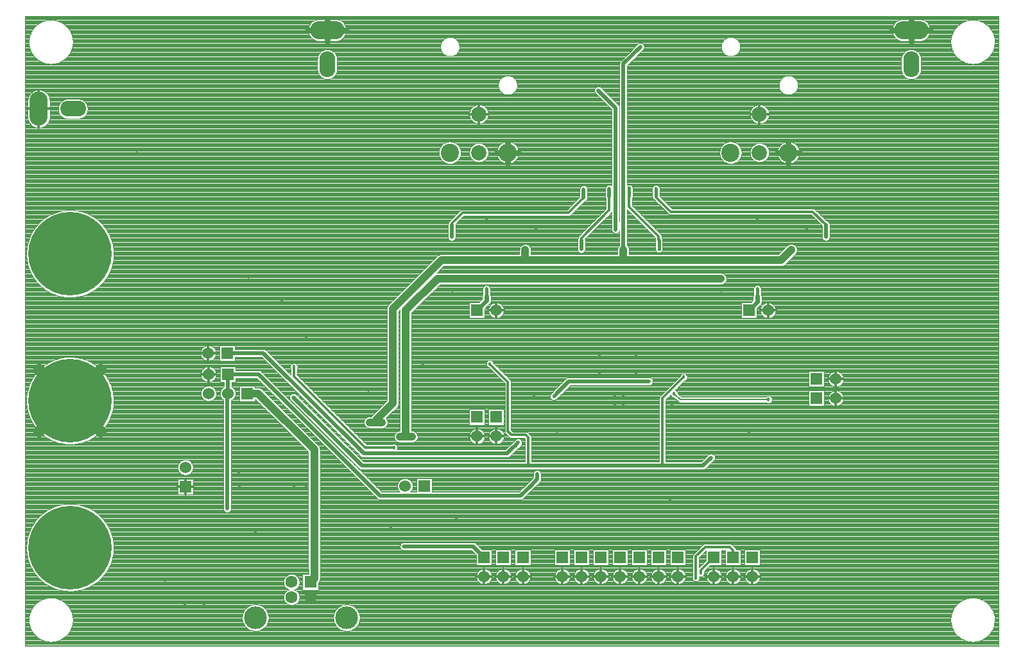
<source format=gbr>
G04 DipTrace 2.3.1.0*
%INBottom.gbr*%
%MOIN*%
%ADD14C,0.012*%
%ADD16C,0.008*%
%ADD17C,0.024*%
%ADD18C,0.018*%
%ADD19C,0.02*%
%ADD23C,0.04*%
%ADD24C,0.06*%
%ADD25C,0.013*%
%ADD26C,0.03*%
%ADD27C,0.004*%
%ADD31R,0.06X0.06*%
%ADD32C,0.4331*%
%ADD33R,0.063X0.063*%
%ADD34C,0.063*%
%ADD35C,0.1181*%
%ADD36C,0.0787*%
%ADD37C,0.0945*%
%ADD38O,0.0827X0.1339*%
%ADD39O,0.1772X0.0945*%
%ADD57O,0.1339X0.0827*%
%ADD58O,0.0945X0.1772*%
%FSLAX44Y44*%
G04*
G70*
G90*
G75*
G01*
%LNBottom*%
%LPD*%
X31550Y17030D2*
D18*
X31684Y17165D1*
D19*
X32332Y17813D1*
X36503D1*
X14610Y19281D2*
X16470D1*
X21689Y14062D1*
X29135D1*
X29437Y14364D1*
X29564Y14492D1*
X29572D1*
X29707Y14628D1*
Y14631D1*
X23252Y14376D2*
D14*
X21750D1*
X18063Y18063D1*
Y18571D1*
X35468Y27437D2*
D18*
Y27633D1*
Y27834D1*
Y27437D2*
D14*
Y26865D1*
X37003Y25330D1*
Y25148D1*
X37016Y25135D1*
D18*
Y24907D1*
Y24689D1*
X45691Y25314D2*
D19*
Y25627D1*
Y25939D1*
X36864Y27419D2*
D14*
Y27387D1*
X37629Y26622D1*
X45009D1*
X45691Y25939D1*
X36864Y27419D2*
D18*
Y27615D1*
Y27816D1*
X26252Y25314D2*
D19*
Y25627D1*
Y25939D1*
D14*
Y26002D1*
X26814Y26564D1*
X32319D1*
X33101Y27346D1*
D19*
Y27568D1*
Y27782D1*
X32987Y24688D2*
Y24906D1*
Y25134D1*
D14*
Y25250D1*
X34436Y26698D1*
Y27394D1*
D19*
Y27610D1*
Y27811D1*
X39191Y7875D2*
D14*
Y8003D1*
X39875Y8687D1*
X38940Y7624D2*
Y8742D1*
X39417Y9219D1*
X40690D1*
X40875Y9034D1*
Y8687D1*
X14624Y17187D2*
D19*
X14598D1*
Y11647D1*
Y11428D1*
Y11207D1*
X14593Y11428D2*
X14598D1*
X14593Y11647D2*
X14598D1*
X30348Y12392D2*
X30684Y12728D1*
Y12769D1*
Y12999D1*
Y13000D1*
X14624Y17187D2*
Y18185D1*
X16220D1*
X22535Y11871D1*
X29826D1*
X30348Y12392D1*
X15624Y17187D2*
D23*
X16195D1*
X19114Y14268D1*
Y7588D1*
X18921Y7396D1*
X18034Y16986D2*
D19*
X21583Y13438D1*
X28940D1*
X30232D1*
X37202D1*
X39311D1*
X39732Y13859D1*
X37202Y13438D2*
D14*
Y16932D1*
X38300Y18031D1*
X30232Y13438D2*
Y14910D1*
X30112Y15030D1*
X29362D1*
X29174Y15218D1*
Y17781D1*
X28237Y18718D1*
X22001Y15688D2*
D23*
X22314D1*
X22625Y15687D1*
X22314Y15688D2*
Y15795D1*
X23193Y16674D1*
Y21577D1*
X25718Y24102D1*
X30076D1*
X35175D1*
X43357D1*
X43893Y24639D1*
X30076Y24102D2*
Y24637D1*
D18*
X30065Y24648D1*
X36053Y35171D2*
D19*
X35175Y34293D1*
Y24648D1*
D23*
Y24102D1*
X23876Y17688D2*
Y14938D1*
Y17688D2*
Y21501D1*
X25528Y23152D1*
X26331D1*
X34612D1*
X34800D1*
X35329D1*
Y23146D1*
X40228D1*
X34612Y23156D2*
Y23152D1*
X34800Y23156D2*
Y23152D1*
X34987Y23156D2*
D19*
X35329Y23146D1*
X34987Y23156D2*
X34800D1*
X34612D1*
X34774Y25689D2*
Y25877D1*
Y26064D1*
X34770D1*
Y32015D1*
X33865Y32921D1*
X23564Y14938D2*
D23*
X23876D1*
X24189D2*
X23876D1*
X23769Y9248D2*
D19*
X26002D1*
X27376D1*
X27937Y8687D1*
X25991Y9241D2*
X26002Y9248D1*
X42709Y16865D2*
D16*
X38114D1*
X37807Y17172D1*
X28062Y22625D2*
D18*
Y22228D1*
D17*
Y22000D1*
X27562Y21500D1*
X42126Y22626D2*
D18*
Y22228D1*
D17*
Y21941D1*
X41685Y21500D1*
D18*
X14598Y11207D3*
X14593Y11428D3*
X24189Y14938D3*
X23876D3*
X23564D3*
X22314Y15688D3*
X18062Y12937D3*
X18687D3*
Y12312D3*
X18062D3*
X34436Y27394D3*
X22625Y15687D3*
X22001Y15688D3*
X23876Y17688D3*
X24752Y18752D3*
X28062Y22625D3*
X42126Y22626D3*
X31550Y17030D3*
X23769Y9248D3*
X39191Y7875D3*
X29437Y14364D3*
X36503Y17813D3*
X26331Y23152D3*
X18034Y16986D3*
X30065Y24648D3*
X18063Y18571D3*
X40228Y23146D3*
X43893Y24639D3*
X26485Y10672D3*
X21519Y9886D3*
X16061Y10010D3*
X14593Y11647D3*
X15221Y12302D3*
X15200Y13001D3*
X12401Y6215D3*
X13406Y6193D3*
X11357Y7520D3*
X23106Y10198D3*
X42126Y26211D3*
X40261Y22533D3*
X44689Y25711D3*
X30624Y25742D3*
X31746Y15255D3*
X29956Y14350D3*
X37581Y11674D3*
X23252Y14376D3*
X34730Y17000D3*
X35168D3*
Y16563D3*
X34730D3*
X33925Y18281D3*
X15688Y23063D3*
X17420Y21952D3*
X26293Y22530D3*
X33925Y19218D3*
X18688Y20071D3*
X35815Y18251D3*
X20251Y19501D3*
X21939Y17376D3*
X37701Y16631D3*
X41046Y19262D3*
X28064Y26205D3*
X33865Y32921D3*
X36053Y35171D3*
X41688Y15175D3*
X34612Y23156D3*
X34800D3*
X34987D3*
X34774Y25689D3*
Y25877D3*
Y26064D3*
X26252Y25939D3*
Y25627D3*
Y25314D3*
X33101Y27346D3*
Y27568D3*
Y27782D3*
X37016Y24689D3*
Y24907D3*
Y25135D3*
X45691Y25314D3*
Y25627D3*
Y25939D3*
X30522Y17034D3*
X28940Y13438D3*
X25991Y9241D3*
X30348Y12392D3*
X30684Y12769D3*
Y13000D3*
X38940Y7624D3*
X29572Y14492D3*
X29707Y14631D3*
X37807Y17172D3*
X42709Y16865D3*
X39732Y13859D3*
X9908Y29820D3*
X34436Y27610D3*
Y27811D3*
X35468Y27437D3*
Y27633D3*
Y27834D3*
X32987Y24688D3*
Y24906D3*
Y25134D3*
X35815Y19189D3*
X36864Y27419D3*
Y27615D3*
Y27816D3*
X38300Y18031D3*
X28237Y18718D3*
X4086Y36753D2*
D27*
X54658D1*
X4086Y36714D2*
X54658D1*
X4086Y36675D2*
X54658D1*
X4086Y36637D2*
X54658D1*
X4086Y36598D2*
X19216D1*
X20366D2*
X49546D1*
X50695D2*
X54658D1*
X4086Y36559D2*
X5198D1*
X5676D2*
X19117D1*
X20466D2*
X49446D1*
X50795D2*
X53078D1*
X53557D2*
X54658D1*
X4086Y36520D2*
X5057D1*
X5816D2*
X19051D1*
X20532D2*
X49380D1*
X50860D2*
X52938D1*
X53697D2*
X54658D1*
X4086Y36481D2*
X4960D1*
X5914D2*
X19000D1*
X20582D2*
X49329D1*
X50911D2*
X52840D1*
X53794D2*
X54658D1*
X4086Y36442D2*
X4882D1*
X5992D2*
X18959D1*
X20624D2*
X49288D1*
X50953D2*
X52762D1*
X53872D2*
X54658D1*
X4086Y36403D2*
X4817D1*
X6057D2*
X18925D1*
X20658D2*
X49254D1*
X50987D2*
X52697D1*
X53938D2*
X54658D1*
X4086Y36365D2*
X4760D1*
X6114D2*
X18896D1*
X20686D2*
X49225D1*
X51015D2*
X52640D1*
X53995D2*
X54658D1*
X4086Y36326D2*
X4709D1*
X6165D2*
X18873D1*
X20710D2*
X49202D1*
X51039D2*
X52589D1*
X54045D2*
X54658D1*
X4086Y36287D2*
X4664D1*
X6210D2*
X18853D1*
X20729D2*
X49182D1*
X51058D2*
X52544D1*
X54091D2*
X54658D1*
X4086Y36248D2*
X4623D1*
X6251D2*
X18837D1*
X20746D2*
X49166D1*
X51074D2*
X52503D1*
X54131D2*
X54658D1*
X4086Y36209D2*
X4586D1*
X6288D2*
X18824D1*
X20759D2*
X49153D1*
X51088D2*
X52466D1*
X54168D2*
X54658D1*
X4086Y36170D2*
X4552D1*
X6322D2*
X18814D1*
X20769D2*
X49143D1*
X51098D2*
X52432D1*
X54202D2*
X54658D1*
X4086Y36132D2*
X4521D1*
X6353D2*
X18806D1*
X20776D2*
X49136D1*
X51105D2*
X52402D1*
X54233D2*
X54658D1*
X4086Y36093D2*
X4493D1*
X6381D2*
X18802D1*
X20781D2*
X49131D1*
X51110D2*
X52373D1*
X54261D2*
X54658D1*
X4086Y36054D2*
X4467D1*
X6407D2*
X18800D1*
X20783D2*
X49129D1*
X51111D2*
X52347D1*
X54288D2*
X54658D1*
X4086Y36015D2*
X4443D1*
X6431D2*
X18801D1*
X20782D2*
X49130D1*
X51111D2*
X52323D1*
X54311D2*
X54658D1*
X4086Y35976D2*
X4422D1*
X6453D2*
X18804D1*
X20778D2*
X49133D1*
X51107D2*
X52302D1*
X54333D2*
X54658D1*
X4086Y35937D2*
X4402D1*
X6472D2*
X18811D1*
X20772D2*
X49139D1*
X51101D2*
X52282D1*
X54353D2*
X54658D1*
X4086Y35898D2*
X4384D1*
X6490D2*
X18819D1*
X20763D2*
X49148D1*
X51093D2*
X52264D1*
X54370D2*
X54658D1*
X4086Y35860D2*
X4368D1*
X6507D2*
X18831D1*
X20752D2*
X49160D1*
X51081D2*
X52248D1*
X54387D2*
X54658D1*
X4086Y35821D2*
X4353D1*
X6521D2*
X18846D1*
X20737D2*
X49175D1*
X51066D2*
X52233D1*
X54401D2*
X54658D1*
X4086Y35782D2*
X4340D1*
X6534D2*
X18864D1*
X20719D2*
X49193D1*
X51047D2*
X52220D1*
X54414D2*
X54658D1*
X4086Y35743D2*
X4328D1*
X6545D2*
X18886D1*
X20696D2*
X49215D1*
X51025D2*
X52208D1*
X54426D2*
X54658D1*
X4086Y35704D2*
X4318D1*
X6555D2*
X18913D1*
X20670D2*
X49242D1*
X50999D2*
X52198D1*
X54436D2*
X54658D1*
X4086Y35665D2*
X4310D1*
X6564D2*
X18944D1*
X20638D2*
X26039D1*
X26290D2*
X40619D1*
X40871D2*
X49273D1*
X50968D2*
X52190D1*
X54445D2*
X54658D1*
X4086Y35627D2*
X4302D1*
X6572D2*
X18982D1*
X20601D2*
X25936D1*
X26393D2*
X40516D1*
X40974D2*
X49311D1*
X50929D2*
X52183D1*
X54452D2*
X54658D1*
X4086Y35588D2*
X4297D1*
X6577D2*
X19028D1*
X20554D2*
X25872D1*
X26457D2*
X40452D1*
X41038D2*
X49357D1*
X50884D2*
X52177D1*
X54458D2*
X54658D1*
X4086Y35549D2*
X4292D1*
X6582D2*
X19087D1*
X20496D2*
X25825D1*
X26504D2*
X40405D1*
X41085D2*
X49416D1*
X50825D2*
X52173D1*
X54462D2*
X54658D1*
X4086Y35510D2*
X4289D1*
X6585D2*
X19168D1*
X20414D2*
X25787D1*
X26542D2*
X40368D1*
X41122D2*
X49496D1*
X50744D2*
X52169D1*
X54465D2*
X54658D1*
X4086Y35471D2*
X4287D1*
X6587D2*
X25757D1*
X26572D2*
X40337D1*
X41152D2*
X52168D1*
X54467D2*
X54658D1*
X4086Y35432D2*
X4287D1*
X6587D2*
X25732D1*
X26597D2*
X40312D1*
X41177D2*
X52167D1*
X54468D2*
X54658D1*
X4086Y35394D2*
X4287D1*
X6586D2*
X25712D1*
X26617D2*
X40292D1*
X41198D2*
X52168D1*
X54466D2*
X54658D1*
X4086Y35355D2*
X4290D1*
X6584D2*
X25696D1*
X26633D2*
X35965D1*
X36140D2*
X40277D1*
X41213D2*
X52170D1*
X54465D2*
X54658D1*
X4086Y35316D2*
X4293D1*
X6581D2*
X25684D1*
X26645D2*
X35908D1*
X36197D2*
X40264D1*
X41226D2*
X52173D1*
X54461D2*
X54658D1*
X4086Y35277D2*
X4298D1*
X6576D2*
X25675D1*
X26654D2*
X35869D1*
X36228D2*
X40255D1*
X41235D2*
X52178D1*
X54456D2*
X54658D1*
X4086Y35238D2*
X4304D1*
X6570D2*
X25669D1*
X26659D2*
X35830D1*
X36246D2*
X40250D1*
X41240D2*
X52185D1*
X54450D2*
X54658D1*
X4086Y35199D2*
X4312D1*
X6562D2*
X25667D1*
X26662D2*
X35792D1*
X36256D2*
X40247D1*
X41243D2*
X52192D1*
X54443D2*
X54658D1*
X4086Y35160D2*
X4321D1*
X6554D2*
X25667D1*
X26662D2*
X35753D1*
X36258D2*
X40248D1*
X41242D2*
X52201D1*
X54434D2*
X54658D1*
X4086Y35122D2*
X4331D1*
X6543D2*
X25671D1*
X26658D2*
X35714D1*
X36252D2*
X40251D1*
X41238D2*
X52212D1*
X54423D2*
X54658D1*
X4086Y35083D2*
X4343D1*
X6531D2*
X25678D1*
X26651D2*
X35675D1*
X36237D2*
X40258D1*
X41231D2*
X52223D1*
X54411D2*
X54658D1*
X4086Y35044D2*
X4356D1*
X6518D2*
X19755D1*
X19828D2*
X25688D1*
X26641D2*
X35637D1*
X36213D2*
X40268D1*
X41221D2*
X50086D1*
X50155D2*
X52237D1*
X54398D2*
X54658D1*
X4086Y35005D2*
X4371D1*
X6503D2*
X19589D1*
X19994D2*
X25701D1*
X26627D2*
X35598D1*
X36175D2*
X40282D1*
X41208D2*
X49918D1*
X50323D2*
X52252D1*
X54383D2*
X54658D1*
X4086Y34966D2*
X4388D1*
X6486D2*
X19514D1*
X20069D2*
X25719D1*
X26610D2*
X35559D1*
X36136D2*
X40299D1*
X41191D2*
X49843D1*
X50397D2*
X52268D1*
X54367D2*
X54658D1*
X4086Y34927D2*
X4407D1*
X6468D2*
X19460D1*
X20122D2*
X25741D1*
X26588D2*
X35520D1*
X36098D2*
X40321D1*
X41169D2*
X49789D1*
X50451D2*
X52287D1*
X54348D2*
X54658D1*
X4086Y34889D2*
X4427D1*
X6448D2*
X19418D1*
X20165D2*
X25767D1*
X26562D2*
X35481D1*
X36059D2*
X40347D1*
X41142D2*
X49747D1*
X50494D2*
X52307D1*
X54328D2*
X54658D1*
X4086Y34850D2*
X4449D1*
X6426D2*
X19383D1*
X20199D2*
X25800D1*
X26529D2*
X35442D1*
X36020D2*
X40381D1*
X41110D2*
X49713D1*
X50528D2*
X52329D1*
X54306D2*
X54658D1*
X4086Y34811D2*
X4473D1*
X6401D2*
X19356D1*
X20227D2*
X25841D1*
X26488D2*
X35403D1*
X35981D2*
X40421D1*
X41069D2*
X49685D1*
X50556D2*
X52353D1*
X54281D2*
X54658D1*
X4086Y34772D2*
X4499D1*
X6375D2*
X19333D1*
X20250D2*
X25893D1*
X26436D2*
X35365D1*
X35943D2*
X40474D1*
X41016D2*
X49662D1*
X50579D2*
X52380D1*
X54255D2*
X54658D1*
X4086Y34733D2*
X4528D1*
X6346D2*
X19314D1*
X20269D2*
X25966D1*
X26363D2*
X35326D1*
X35904D2*
X40546D1*
X40943D2*
X49643D1*
X50598D2*
X52409D1*
X54226D2*
X54658D1*
X4086Y34694D2*
X4560D1*
X6314D2*
X19299D1*
X20283D2*
X26129D1*
X26200D2*
X35287D1*
X35865D2*
X40710D1*
X40780D2*
X49628D1*
X50612D2*
X52441D1*
X54194D2*
X54658D1*
X4086Y34655D2*
X4595D1*
X6279D2*
X19288D1*
X20294D2*
X35248D1*
X35826D2*
X49617D1*
X50624D2*
X52475D1*
X54160D2*
X54658D1*
X4086Y34617D2*
X4632D1*
X6242D2*
X19280D1*
X20303D2*
X35209D1*
X35787D2*
X49609D1*
X50632D2*
X52513D1*
X54122D2*
X54658D1*
X4086Y34578D2*
X4674D1*
X6200D2*
X19275D1*
X20308D2*
X35170D1*
X35748D2*
X49604D1*
X50637D2*
X52555D1*
X54080D2*
X54658D1*
X4086Y34539D2*
X4721D1*
X6153D2*
X19272D1*
X20310D2*
X35131D1*
X35709D2*
X49601D1*
X50639D2*
X52601D1*
X54034D2*
X54658D1*
X4086Y34500D2*
X4772D1*
X6101D2*
X19272D1*
X20310D2*
X35093D1*
X35670D2*
X49601D1*
X50639D2*
X52653D1*
X53981D2*
X54658D1*
X4086Y34461D2*
X4831D1*
X6042D2*
X19272D1*
X20310D2*
X35054D1*
X35631D2*
X49601D1*
X50639D2*
X52712D1*
X53923D2*
X54658D1*
X4086Y34422D2*
X4900D1*
X5974D2*
X19272D1*
X20310D2*
X35016D1*
X35593D2*
X49601D1*
X50639D2*
X52780D1*
X53855D2*
X54658D1*
X4086Y34384D2*
X4981D1*
X5893D2*
X19272D1*
X20310D2*
X34991D1*
X35554D2*
X49601D1*
X50639D2*
X52862D1*
X53773D2*
X54658D1*
X4086Y34345D2*
X5085D1*
X5789D2*
X19272D1*
X20310D2*
X34976D1*
X35515D2*
X49601D1*
X50639D2*
X52966D1*
X53669D2*
X54658D1*
X4086Y34306D2*
X5247D1*
X5626D2*
X19272D1*
X20310D2*
X34970D1*
X35476D2*
X49601D1*
X50639D2*
X53128D1*
X53506D2*
X54658D1*
X4086Y34267D2*
X19272D1*
X20310D2*
X34970D1*
X35437D2*
X49601D1*
X50639D2*
X54658D1*
X4086Y34228D2*
X19272D1*
X20310D2*
X34970D1*
X35399D2*
X49601D1*
X50639D2*
X54658D1*
X4086Y34189D2*
X19272D1*
X20310D2*
X34970D1*
X35380D2*
X49601D1*
X50639D2*
X54658D1*
X4086Y34150D2*
X19272D1*
X20310D2*
X34970D1*
X35380D2*
X49601D1*
X50639D2*
X54658D1*
X4086Y34112D2*
X19272D1*
X20310D2*
X34970D1*
X35380D2*
X49601D1*
X50639D2*
X54658D1*
X4086Y34073D2*
X19272D1*
X20310D2*
X34970D1*
X35380D2*
X49601D1*
X50639D2*
X54658D1*
X4086Y34034D2*
X19272D1*
X20310D2*
X34970D1*
X35380D2*
X49601D1*
X50639D2*
X54658D1*
X4086Y33995D2*
X19273D1*
X20309D2*
X34970D1*
X35380D2*
X49602D1*
X50638D2*
X54658D1*
X4086Y33956D2*
X19276D1*
X20306D2*
X34970D1*
X35380D2*
X49605D1*
X50635D2*
X54658D1*
X4086Y33917D2*
X19282D1*
X20300D2*
X34970D1*
X35380D2*
X49611D1*
X50629D2*
X54658D1*
X4086Y33879D2*
X19292D1*
X20291D2*
X34970D1*
X35380D2*
X49621D1*
X50620D2*
X54658D1*
X4086Y33840D2*
X19304D1*
X20278D2*
X34970D1*
X35380D2*
X49633D1*
X50607D2*
X54658D1*
X4086Y33801D2*
X19321D1*
X20262D2*
X34970D1*
X35380D2*
X49650D1*
X50591D2*
X54658D1*
X4086Y33762D2*
X19341D1*
X20242D2*
X34970D1*
X35380D2*
X49670D1*
X50571D2*
X54658D1*
X4086Y33723D2*
X19365D1*
X20217D2*
X34970D1*
X35380D2*
X49694D1*
X50546D2*
X54658D1*
X4086Y33684D2*
X19395D1*
X20187D2*
X34970D1*
X35380D2*
X49724D1*
X50516D2*
X54658D1*
X4086Y33645D2*
X19432D1*
X20151D2*
X28977D1*
X29352D2*
X34970D1*
X35380D2*
X43558D1*
X43932D2*
X49761D1*
X50480D2*
X54658D1*
X4086Y33607D2*
X19478D1*
X20104D2*
X28900D1*
X29429D2*
X34970D1*
X35380D2*
X43481D1*
X44009D2*
X49807D1*
X50434D2*
X54658D1*
X4086Y33568D2*
X19538D1*
X20045D2*
X28846D1*
X29483D2*
X34970D1*
X35380D2*
X43426D1*
X44063D2*
X49867D1*
X50374D2*
X54658D1*
X4086Y33529D2*
X19627D1*
X19956D2*
X28804D1*
X29525D2*
X34970D1*
X35380D2*
X43385D1*
X44105D2*
X49956D1*
X50285D2*
X54658D1*
X4086Y33490D2*
X28771D1*
X29558D2*
X34970D1*
X35380D2*
X43351D1*
X44138D2*
X54658D1*
X4086Y33451D2*
X28743D1*
X29586D2*
X34970D1*
X35380D2*
X43324D1*
X44166D2*
X54658D1*
X4086Y33412D2*
X28721D1*
X29608D2*
X34970D1*
X35380D2*
X43302D1*
X44188D2*
X54658D1*
X4086Y33374D2*
X28704D1*
X29626D2*
X34970D1*
X35380D2*
X43284D1*
X44206D2*
X54658D1*
X4086Y33335D2*
X28689D1*
X29640D2*
X34970D1*
X35380D2*
X43270D1*
X44220D2*
X54658D1*
X4086Y33296D2*
X28679D1*
X29650D2*
X34970D1*
X35380D2*
X43260D1*
X44231D2*
X54658D1*
X4086Y33257D2*
X28672D1*
X29657D2*
X34970D1*
X35380D2*
X43252D1*
X44238D2*
X54658D1*
X4086Y33218D2*
X28668D1*
X29661D2*
X34970D1*
X35380D2*
X43248D1*
X44241D2*
X54658D1*
X4086Y33179D2*
X28667D1*
X29662D2*
X34970D1*
X35380D2*
X43248D1*
X44243D2*
X54658D1*
X4086Y33140D2*
X28669D1*
X29660D2*
X34970D1*
X35380D2*
X43250D1*
X44241D2*
X54658D1*
X4086Y33102D2*
X28674D1*
X29655D2*
X33772D1*
X33958D2*
X34970D1*
X35380D2*
X43255D1*
X44235D2*
X54658D1*
X4086Y33063D2*
X28683D1*
X29647D2*
X33718D1*
X34012D2*
X34970D1*
X35380D2*
X43263D1*
X44227D2*
X54658D1*
X4086Y33024D2*
X28694D1*
X29635D2*
X33688D1*
X34051D2*
X34970D1*
X35380D2*
X43275D1*
X44215D2*
X54658D1*
X4086Y32985D2*
X28710D1*
X29619D2*
X33670D1*
X34090D2*
X34970D1*
X35380D2*
X43290D1*
X44199D2*
X54658D1*
X4086Y32946D2*
X4760D1*
X4864D2*
X28729D1*
X29600D2*
X33661D1*
X34129D2*
X34970D1*
X35380D2*
X43310D1*
X44180D2*
X54658D1*
X4086Y32907D2*
X4595D1*
X5028D2*
X28754D1*
X29576D2*
X33660D1*
X34168D2*
X34970D1*
X35380D2*
X43334D1*
X44156D2*
X54658D1*
X4086Y32869D2*
X4516D1*
X5107D2*
X28783D1*
X29546D2*
X33666D1*
X34206D2*
X34970D1*
X35380D2*
X43364D1*
X44127D2*
X54658D1*
X4086Y32830D2*
X4459D1*
X5165D2*
X28820D1*
X29509D2*
X33681D1*
X34245D2*
X34970D1*
X35380D2*
X43400D1*
X44090D2*
X54658D1*
X4086Y32791D2*
X4413D1*
X5211D2*
X28866D1*
X29463D2*
X33707D1*
X34284D2*
X34970D1*
X35380D2*
X43447D1*
X44044D2*
X54658D1*
X4086Y32752D2*
X4376D1*
X5248D2*
X28927D1*
X29402D2*
X33745D1*
X34322D2*
X34970D1*
X35380D2*
X43507D1*
X43982D2*
X54658D1*
X4086Y32713D2*
X4344D1*
X5279D2*
X29022D1*
X29307D2*
X33784D1*
X34361D2*
X34970D1*
X35380D2*
X43602D1*
X43887D2*
X54658D1*
X4086Y32674D2*
X4319D1*
X5305D2*
X33823D1*
X34400D2*
X34970D1*
X35380D2*
X54658D1*
X4086Y32636D2*
X4297D1*
X5327D2*
X33861D1*
X34439D2*
X34970D1*
X35380D2*
X54658D1*
X4086Y32597D2*
X4279D1*
X5345D2*
X33900D1*
X34478D2*
X34970D1*
X35380D2*
X54658D1*
X4086Y32558D2*
X4264D1*
X5360D2*
X33939D1*
X34517D2*
X34970D1*
X35380D2*
X54658D1*
X4086Y32519D2*
X4252D1*
X5371D2*
X33978D1*
X34556D2*
X34970D1*
X35380D2*
X54658D1*
X4086Y32480D2*
X4244D1*
X5380D2*
X34016D1*
X34595D2*
X34970D1*
X35380D2*
X54658D1*
X4086Y32441D2*
X4238D1*
X5386D2*
X6138D1*
X7029D2*
X34055D1*
X34633D2*
X34970D1*
X35380D2*
X54658D1*
X4086Y32402D2*
X4235D1*
X5389D2*
X6059D1*
X7108D2*
X34094D1*
X34672D2*
X34970D1*
X35380D2*
X54658D1*
X4086Y32364D2*
X4234D1*
X5390D2*
X6003D1*
X7164D2*
X34133D1*
X34711D2*
X34970D1*
X35380D2*
X54658D1*
X4086Y32325D2*
X4234D1*
X5390D2*
X5960D1*
X7208D2*
X34172D1*
X34750D2*
X34970D1*
X35380D2*
X54658D1*
X4086Y32286D2*
X4234D1*
X5390D2*
X5924D1*
X7243D2*
X34211D1*
X34789D2*
X34970D1*
X35380D2*
X54658D1*
X4086Y32247D2*
X4234D1*
X5390D2*
X5896D1*
X7271D2*
X34250D1*
X34828D2*
X34970D1*
X35380D2*
X54658D1*
X4086Y32208D2*
X4234D1*
X5390D2*
X5872D1*
X7295D2*
X34289D1*
X34866D2*
X34970D1*
X35380D2*
X54658D1*
X4086Y32169D2*
X4234D1*
X5390D2*
X5853D1*
X7314D2*
X27549D1*
X27781D2*
X34328D1*
X34905D2*
X34970D1*
X35380D2*
X42129D1*
X42361D2*
X54658D1*
X4086Y32131D2*
X4234D1*
X5390D2*
X5837D1*
X7330D2*
X27440D1*
X27889D2*
X34367D1*
X34940D2*
X34970D1*
X35380D2*
X42021D1*
X42469D2*
X54658D1*
X4086Y32092D2*
X4234D1*
X5390D2*
X5826D1*
X7342D2*
X27375D1*
X27954D2*
X34405D1*
X35380D2*
X41956D1*
X42534D2*
X54658D1*
X4086Y32053D2*
X4234D1*
X5390D2*
X5817D1*
X7350D2*
X27327D1*
X28002D2*
X34444D1*
X35380D2*
X41907D1*
X42583D2*
X54658D1*
X4086Y32014D2*
X4234D1*
X5390D2*
X5811D1*
X7355D2*
X27289D1*
X28040D2*
X34483D1*
X35380D2*
X41869D1*
X42621D2*
X54658D1*
X4086Y31975D2*
X4234D1*
X5390D2*
X5809D1*
X7358D2*
X27258D1*
X28071D2*
X34522D1*
X35380D2*
X41838D1*
X42651D2*
X54658D1*
X4086Y31936D2*
X4234D1*
X5390D2*
X5810D1*
X7358D2*
X27233D1*
X28096D2*
X34560D1*
X35380D2*
X41813D1*
X42677D2*
X54658D1*
X4086Y31897D2*
X4234D1*
X5390D2*
X5813D1*
X7354D2*
X27212D1*
X28117D2*
X34565D1*
X35380D2*
X41793D1*
X42697D2*
X54658D1*
X4086Y31859D2*
X4234D1*
X5390D2*
X5819D1*
X7348D2*
X27196D1*
X28133D2*
X34565D1*
X35380D2*
X41776D1*
X42714D2*
X54658D1*
X4086Y31820D2*
X4234D1*
X5390D2*
X5828D1*
X7339D2*
X27183D1*
X28146D2*
X34565D1*
X35380D2*
X41764D1*
X42726D2*
X54658D1*
X4086Y31781D2*
X4234D1*
X5390D2*
X5841D1*
X7326D2*
X27175D1*
X28155D2*
X34565D1*
X35380D2*
X41755D1*
X42735D2*
X54658D1*
X4086Y31742D2*
X4234D1*
X5390D2*
X5858D1*
X7310D2*
X27168D1*
X28161D2*
X34565D1*
X35380D2*
X41749D1*
X42741D2*
X54658D1*
X4086Y31703D2*
X4234D1*
X5390D2*
X5878D1*
X7289D2*
X27166D1*
X28163D2*
X34565D1*
X35380D2*
X41746D1*
X42744D2*
X54658D1*
X4086Y31664D2*
X4234D1*
X5390D2*
X5902D1*
X7265D2*
X27166D1*
X28163D2*
X34565D1*
X35380D2*
X41746D1*
X42744D2*
X54658D1*
X4086Y31626D2*
X4234D1*
X5390D2*
X5933D1*
X7234D2*
X27169D1*
X28160D2*
X34565D1*
X35380D2*
X41750D1*
X42741D2*
X54658D1*
X4086Y31587D2*
X4234D1*
X5390D2*
X5970D1*
X7197D2*
X27176D1*
X28153D2*
X34565D1*
X35380D2*
X41756D1*
X42734D2*
X54658D1*
X4086Y31548D2*
X4234D1*
X5390D2*
X6016D1*
X7151D2*
X27185D1*
X28144D2*
X34565D1*
X35380D2*
X41766D1*
X42724D2*
X54658D1*
X4086Y31509D2*
X4235D1*
X5388D2*
X6077D1*
X7090D2*
X27198D1*
X28131D2*
X34565D1*
X35380D2*
X41779D1*
X42711D2*
X54658D1*
X4086Y31470D2*
X4239D1*
X5385D2*
X6168D1*
X6999D2*
X27215D1*
X28114D2*
X34565D1*
X35380D2*
X41796D1*
X42694D2*
X54658D1*
X4086Y31431D2*
X4246D1*
X5378D2*
X27237D1*
X28092D2*
X34565D1*
X35380D2*
X41817D1*
X42673D2*
X54658D1*
X4086Y31392D2*
X4255D1*
X5368D2*
X27262D1*
X28067D2*
X34565D1*
X35380D2*
X41843D1*
X42647D2*
X54658D1*
X4086Y31354D2*
X4268D1*
X5356D2*
X27294D1*
X28035D2*
X34565D1*
X35380D2*
X41875D1*
X42615D2*
X54658D1*
X4086Y31315D2*
X4283D1*
X5341D2*
X27334D1*
X27995D2*
X34565D1*
X35380D2*
X41914D1*
X42575D2*
X54658D1*
X4086Y31276D2*
X4302D1*
X5321D2*
X27385D1*
X27944D2*
X34565D1*
X35380D2*
X41965D1*
X42525D2*
X54658D1*
X4086Y31237D2*
X4325D1*
X5299D2*
X27454D1*
X27875D2*
X34565D1*
X35380D2*
X42034D1*
X42456D2*
X54658D1*
X4086Y31198D2*
X4353D1*
X5271D2*
X27581D1*
X27748D2*
X34565D1*
X35380D2*
X42161D1*
X42328D2*
X54658D1*
X4086Y31159D2*
X4385D1*
X5238D2*
X34565D1*
X35380D2*
X54658D1*
X4086Y31121D2*
X4424D1*
X5200D2*
X34565D1*
X35380D2*
X54658D1*
X4086Y31082D2*
X4472D1*
X5151D2*
X34565D1*
X35380D2*
X54658D1*
X4086Y31043D2*
X4535D1*
X5089D2*
X34565D1*
X35380D2*
X54658D1*
X4086Y31004D2*
X4624D1*
X5000D2*
X34565D1*
X35380D2*
X54658D1*
X4086Y30965D2*
X34565D1*
X35380D2*
X54658D1*
X4086Y30926D2*
X34565D1*
X35380D2*
X54658D1*
X4086Y30887D2*
X34565D1*
X35380D2*
X54658D1*
X4086Y30849D2*
X34565D1*
X35380D2*
X54658D1*
X4086Y30810D2*
X34565D1*
X35380D2*
X54658D1*
X4086Y30771D2*
X34565D1*
X35380D2*
X54658D1*
X4086Y30732D2*
X34565D1*
X35380D2*
X54658D1*
X4086Y30693D2*
X34565D1*
X35380D2*
X54658D1*
X4086Y30654D2*
X34565D1*
X35380D2*
X54658D1*
X4086Y30616D2*
X34565D1*
X35380D2*
X54658D1*
X4086Y30577D2*
X34565D1*
X35380D2*
X54658D1*
X4086Y30538D2*
X34565D1*
X35380D2*
X54658D1*
X4086Y30499D2*
X34565D1*
X35380D2*
X54658D1*
X4086Y30460D2*
X34565D1*
X35380D2*
X54658D1*
X4086Y30421D2*
X34565D1*
X35380D2*
X54658D1*
X4086Y30382D2*
X34565D1*
X35380D2*
X54658D1*
X4086Y30344D2*
X34565D1*
X35380D2*
X54658D1*
X4086Y30305D2*
X34565D1*
X35380D2*
X54658D1*
X4086Y30266D2*
X34565D1*
X35380D2*
X54658D1*
X4086Y30227D2*
X25967D1*
X26363D2*
X28967D1*
X29362D2*
X34565D1*
X35380D2*
X40547D1*
X40943D2*
X43547D1*
X43943D2*
X54658D1*
X4086Y30188D2*
X25881D1*
X26448D2*
X28881D1*
X29448D2*
X34565D1*
X35380D2*
X40462D1*
X41029D2*
X43462D1*
X44029D2*
X54658D1*
X4086Y30149D2*
X25821D1*
X26509D2*
X27483D1*
X27846D2*
X28820D1*
X29509D2*
X34565D1*
X35380D2*
X40401D1*
X41089D2*
X42064D1*
X42426D2*
X43401D1*
X44089D2*
X54658D1*
X4086Y30111D2*
X25773D1*
X26556D2*
X27404D1*
X27925D2*
X28773D1*
X29556D2*
X34565D1*
X35380D2*
X40354D1*
X41136D2*
X41985D1*
X42505D2*
X43354D1*
X44136D2*
X54658D1*
X4086Y30072D2*
X25735D1*
X26595D2*
X27349D1*
X27980D2*
X28734D1*
X29595D2*
X34565D1*
X35380D2*
X40315D1*
X41175D2*
X41929D1*
X42561D2*
X43315D1*
X44175D2*
X54658D1*
X4086Y30033D2*
X25703D1*
X26627D2*
X27306D1*
X28023D2*
X28702D1*
X29627D2*
X34565D1*
X35380D2*
X40283D1*
X41207D2*
X41887D1*
X42603D2*
X43283D1*
X44207D2*
X54658D1*
X4086Y29994D2*
X25676D1*
X26654D2*
X27272D1*
X28057D2*
X28675D1*
X29654D2*
X34565D1*
X35380D2*
X40256D1*
X41234D2*
X41852D1*
X42638D2*
X43256D1*
X44234D2*
X54658D1*
X4086Y29955D2*
X25653D1*
X26676D2*
X27244D1*
X28085D2*
X28653D1*
X29676D2*
X34565D1*
X35380D2*
X40233D1*
X41257D2*
X41825D1*
X42665D2*
X43234D1*
X44256D2*
X54658D1*
X4086Y29916D2*
X25634D1*
X26694D2*
X27222D1*
X28107D2*
X28635D1*
X29695D2*
X34565D1*
X35380D2*
X40215D1*
X41275D2*
X41802D1*
X42688D2*
X43215D1*
X44275D2*
X54658D1*
X4086Y29877D2*
X25619D1*
X26710D2*
X27203D1*
X28126D2*
X28619D1*
X29710D2*
X34565D1*
X35380D2*
X40199D1*
X41290D2*
X41784D1*
X42706D2*
X43199D1*
X44290D2*
X54658D1*
X4086Y29839D2*
X25607D1*
X26722D2*
X27189D1*
X28140D2*
X28607D1*
X29722D2*
X34565D1*
X35380D2*
X40187D1*
X41302D2*
X41769D1*
X42720D2*
X43187D1*
X44302D2*
X54658D1*
X4086Y29800D2*
X25598D1*
X26731D2*
X27178D1*
X28151D2*
X28598D1*
X29731D2*
X34565D1*
X35380D2*
X40178D1*
X41312D2*
X41759D1*
X42731D2*
X43178D1*
X44312D2*
X54658D1*
X4086Y29761D2*
X25591D1*
X26738D2*
X27171D1*
X28158D2*
X28591D1*
X29738D2*
X34565D1*
X35380D2*
X40172D1*
X41318D2*
X41751D1*
X42739D2*
X43172D1*
X44318D2*
X54658D1*
X4086Y29722D2*
X25588D1*
X26742D2*
X27166D1*
X28163D2*
X28588D1*
X29741D2*
X34565D1*
X35380D2*
X40168D1*
X41322D2*
X41747D1*
X42743D2*
X43168D1*
X44322D2*
X54658D1*
X4086Y29683D2*
X25586D1*
X26743D2*
X27165D1*
X28164D2*
X28586D1*
X29743D2*
X34565D1*
X35380D2*
X40167D1*
X41323D2*
X41745D1*
X42744D2*
X43167D1*
X44323D2*
X54658D1*
X4086Y29644D2*
X25588D1*
X26741D2*
X27167D1*
X28162D2*
X28588D1*
X29741D2*
X34565D1*
X35380D2*
X40169D1*
X41321D2*
X41747D1*
X42742D2*
X43169D1*
X44321D2*
X54658D1*
X4086Y29606D2*
X25592D1*
X26736D2*
X27172D1*
X28157D2*
X28593D1*
X29736D2*
X34565D1*
X35380D2*
X40173D1*
X41317D2*
X41752D1*
X42737D2*
X43173D1*
X44317D2*
X54658D1*
X4086Y29567D2*
X25600D1*
X26730D2*
X27180D1*
X28149D2*
X28600D1*
X29729D2*
X34565D1*
X35380D2*
X40180D1*
X41310D2*
X41761D1*
X42729D2*
X43180D1*
X44310D2*
X54658D1*
X4086Y29528D2*
X25609D1*
X26720D2*
X27192D1*
X28138D2*
X28609D1*
X29720D2*
X34565D1*
X35380D2*
X40189D1*
X41300D2*
X41772D1*
X42718D2*
X43189D1*
X44300D2*
X54658D1*
X4086Y29489D2*
X25622D1*
X26707D2*
X27207D1*
X28123D2*
X28622D1*
X29708D2*
X34565D1*
X35380D2*
X40203D1*
X41288D2*
X41787D1*
X42703D2*
X43202D1*
X44288D2*
X54658D1*
X4086Y29450D2*
X25638D1*
X26691D2*
X27225D1*
X28104D2*
X28638D1*
X29691D2*
X34565D1*
X35380D2*
X40218D1*
X41272D2*
X41806D1*
X42684D2*
X43218D1*
X44272D2*
X54658D1*
X4086Y29411D2*
X25657D1*
X26672D2*
X27249D1*
X28080D2*
X28657D1*
X29672D2*
X34565D1*
X35380D2*
X40238D1*
X41252D2*
X41830D1*
X42660D2*
X43238D1*
X44252D2*
X54658D1*
X4086Y29373D2*
X25681D1*
X26649D2*
X27278D1*
X28051D2*
X28680D1*
X29649D2*
X34565D1*
X35380D2*
X40261D1*
X41229D2*
X41858D1*
X42631D2*
X43261D1*
X44229D2*
X54658D1*
X4086Y29334D2*
X25708D1*
X26621D2*
X27314D1*
X28015D2*
X28708D1*
X29621D2*
X34565D1*
X35380D2*
X40289D1*
X41201D2*
X41894D1*
X42596D2*
X43288D1*
X44201D2*
X54658D1*
X4086Y29295D2*
X25741D1*
X26588D2*
X27358D1*
X27971D2*
X28741D1*
X29588D2*
X34565D1*
X35380D2*
X40322D1*
X41168D2*
X41939D1*
X42551D2*
X43322D1*
X44168D2*
X54658D1*
X4086Y29256D2*
X25782D1*
X26548D2*
X27417D1*
X27912D2*
X28782D1*
X29548D2*
X34565D1*
X35380D2*
X40362D1*
X41128D2*
X41997D1*
X42493D2*
X43362D1*
X44128D2*
X54658D1*
X4086Y29217D2*
X25831D1*
X26498D2*
X27504D1*
X27825D2*
X28831D1*
X29498D2*
X34565D1*
X35380D2*
X40411D1*
X41078D2*
X42085D1*
X42405D2*
X43411D1*
X44078D2*
X54658D1*
X4086Y29178D2*
X25895D1*
X26434D2*
X28895D1*
X29434D2*
X34565D1*
X35380D2*
X40476D1*
X41014D2*
X43475D1*
X44015D2*
X54658D1*
X4086Y29139D2*
X25989D1*
X26341D2*
X28989D1*
X29340D2*
X34565D1*
X35380D2*
X40569D1*
X40921D2*
X43569D1*
X43921D2*
X54658D1*
X4086Y29101D2*
X34565D1*
X35380D2*
X54658D1*
X4086Y29062D2*
X34565D1*
X35380D2*
X54658D1*
X4086Y29023D2*
X34565D1*
X35380D2*
X54658D1*
X4086Y28984D2*
X34565D1*
X35380D2*
X54658D1*
X4086Y28945D2*
X34565D1*
X35380D2*
X54658D1*
X4086Y28906D2*
X34565D1*
X35380D2*
X54658D1*
X4086Y28868D2*
X34565D1*
X35380D2*
X54658D1*
X4086Y28829D2*
X34565D1*
X35380D2*
X54658D1*
X4086Y28790D2*
X34565D1*
X35380D2*
X54658D1*
X4086Y28751D2*
X34565D1*
X35380D2*
X54658D1*
X4086Y28712D2*
X34565D1*
X35380D2*
X54658D1*
X4086Y28673D2*
X34565D1*
X35380D2*
X54658D1*
X4086Y28634D2*
X34565D1*
X35380D2*
X54658D1*
X4086Y28596D2*
X34565D1*
X35380D2*
X54658D1*
X4086Y28557D2*
X34565D1*
X35380D2*
X54658D1*
X4086Y28518D2*
X34565D1*
X35380D2*
X54658D1*
X4086Y28479D2*
X34565D1*
X35380D2*
X54658D1*
X4086Y28440D2*
X34565D1*
X35380D2*
X54658D1*
X4086Y28401D2*
X34565D1*
X35380D2*
X54658D1*
X4086Y28363D2*
X34565D1*
X35380D2*
X54658D1*
X4086Y28324D2*
X34565D1*
X35380D2*
X54658D1*
X4086Y28285D2*
X34565D1*
X35380D2*
X54658D1*
X4086Y28246D2*
X34565D1*
X35380D2*
X54658D1*
X4086Y28207D2*
X34565D1*
X35380D2*
X54658D1*
X4086Y28168D2*
X34565D1*
X35380D2*
X54658D1*
X4086Y28129D2*
X34565D1*
X35380D2*
X54658D1*
X4086Y28091D2*
X34565D1*
X35380D2*
X54658D1*
X4086Y28052D2*
X34565D1*
X35380D2*
X54658D1*
X4086Y28013D2*
X34565D1*
X35380D2*
X35394D1*
X35541D2*
X54658D1*
X4086Y27974D2*
X33037D1*
X33165D2*
X34313D1*
X35603D2*
X36752D1*
X36977D2*
X54658D1*
X4086Y27935D2*
X32966D1*
X33236D2*
X34273D1*
X35635D2*
X36710D1*
X37018D2*
X54658D1*
X4086Y27896D2*
X32931D1*
X33271D2*
X34249D1*
X35653D2*
X36686D1*
X37042D2*
X54658D1*
X4086Y27858D2*
X32910D1*
X33292D2*
X34235D1*
X35662D2*
X36673D1*
X37055D2*
X54658D1*
X4086Y27819D2*
X32899D1*
X33303D2*
X34230D1*
X35663D2*
X36669D1*
X37059D2*
X54658D1*
X4086Y27780D2*
X32896D1*
X33307D2*
X34230D1*
X35663D2*
X36669D1*
X37059D2*
X54658D1*
X4086Y27741D2*
X32896D1*
X33307D2*
X34230D1*
X35663D2*
X36669D1*
X37059D2*
X54658D1*
X4086Y27702D2*
X32896D1*
X33307D2*
X34230D1*
X35663D2*
X36669D1*
X37059D2*
X54658D1*
X4086Y27663D2*
X32896D1*
X33307D2*
X34230D1*
X35663D2*
X36669D1*
X37059D2*
X54658D1*
X4086Y27624D2*
X32896D1*
X33307D2*
X34230D1*
X35663D2*
X36669D1*
X37059D2*
X54658D1*
X4086Y27586D2*
X32896D1*
X33307D2*
X34230D1*
X35663D2*
X36669D1*
X37059D2*
X54658D1*
X4086Y27547D2*
X32896D1*
X33307D2*
X34230D1*
X35663D2*
X36669D1*
X37059D2*
X54658D1*
X4086Y27508D2*
X32896D1*
X33307D2*
X34230D1*
X35663D2*
X36669D1*
X37059D2*
X54658D1*
X4086Y27469D2*
X32896D1*
X33307D2*
X34230D1*
X35663D2*
X36669D1*
X37059D2*
X54658D1*
X4086Y27430D2*
X32896D1*
X33307D2*
X34230D1*
X35663D2*
X36669D1*
X37059D2*
X54658D1*
X4086Y27391D2*
X32896D1*
X33307D2*
X34230D1*
X35658D2*
X36671D1*
X37092D2*
X54658D1*
X4086Y27353D2*
X32874D1*
X33307D2*
X34235D1*
X35644D2*
X36681D1*
X37131D2*
X54658D1*
X4086Y27314D2*
X32836D1*
X33303D2*
X34247D1*
X35633D2*
X36700D1*
X37170D2*
X54658D1*
X4086Y27275D2*
X32797D1*
X33293D2*
X34269D1*
X35633D2*
X36733D1*
X37209D2*
X54658D1*
X4086Y27236D2*
X32758D1*
X33273D2*
X34271D1*
X35633D2*
X36783D1*
X37248D2*
X54658D1*
X4086Y27197D2*
X32719D1*
X33240D2*
X34271D1*
X35633D2*
X36822D1*
X37287D2*
X54658D1*
X4086Y27158D2*
X32681D1*
X33177D2*
X34271D1*
X35633D2*
X36861D1*
X37326D2*
X54658D1*
X4086Y27119D2*
X32642D1*
X33106D2*
X34271D1*
X35633D2*
X36900D1*
X37364D2*
X54658D1*
X4086Y27081D2*
X32603D1*
X33068D2*
X34271D1*
X35633D2*
X36939D1*
X37403D2*
X54658D1*
X4086Y27042D2*
X32564D1*
X33029D2*
X34271D1*
X35633D2*
X36977D1*
X37442D2*
X54658D1*
X4086Y27003D2*
X32525D1*
X32990D2*
X34271D1*
X35633D2*
X37016D1*
X37481D2*
X54658D1*
X4086Y26964D2*
X32486D1*
X32951D2*
X34271D1*
X35633D2*
X37055D1*
X37519D2*
X54658D1*
X4086Y26925D2*
X32447D1*
X32912D2*
X34271D1*
X35640D2*
X37093D1*
X37558D2*
X54658D1*
X4086Y26886D2*
X32409D1*
X32873D2*
X34271D1*
X35678D2*
X37132D1*
X37597D2*
X54658D1*
X4086Y26848D2*
X32370D1*
X32834D2*
X34271D1*
X35717D2*
X37171D1*
X37636D2*
X54658D1*
X4086Y26809D2*
X32331D1*
X32796D2*
X34271D1*
X35756D2*
X37210D1*
X37675D2*
X54658D1*
X4086Y26770D2*
X32292D1*
X32757D2*
X34271D1*
X35795D2*
X37249D1*
X45078D2*
X54658D1*
X4086Y26731D2*
X32253D1*
X32718D2*
X34236D1*
X35834D2*
X37288D1*
X45132D2*
X54658D1*
X4086Y26692D2*
X6204D1*
X6670D2*
X26712D1*
X32679D2*
X34197D1*
X35380D2*
X35408D1*
X35873D2*
X37327D1*
X45171D2*
X54658D1*
X4086Y26653D2*
X5957D1*
X6917D2*
X26671D1*
X32640D2*
X34158D1*
X35380D2*
X35447D1*
X35912D2*
X37366D1*
X45210D2*
X54658D1*
X4086Y26615D2*
X5803D1*
X7071D2*
X26632D1*
X32601D2*
X34119D1*
X35380D2*
X35486D1*
X35950D2*
X37405D1*
X45248D2*
X54658D1*
X4086Y26576D2*
X5682D1*
X7192D2*
X26594D1*
X32562D2*
X34081D1*
X34545D2*
X34565D1*
X35380D2*
X35525D1*
X35989D2*
X37444D1*
X45287D2*
X54658D1*
X4086Y26537D2*
X5579D1*
X7295D2*
X26555D1*
X32524D2*
X34042D1*
X34507D2*
X34565D1*
X35380D2*
X35563D1*
X36028D2*
X37483D1*
X45326D2*
X54658D1*
X4086Y26498D2*
X5489D1*
X7385D2*
X26516D1*
X32485D2*
X34003D1*
X34468D2*
X34565D1*
X35380D2*
X35602D1*
X36067D2*
X37522D1*
X45365D2*
X54658D1*
X4086Y26459D2*
X5409D1*
X7465D2*
X26477D1*
X32446D2*
X33964D1*
X34429D2*
X34565D1*
X35380D2*
X35641D1*
X36106D2*
X44939D1*
X45404D2*
X54658D1*
X4086Y26420D2*
X5335D1*
X7539D2*
X26438D1*
X32396D2*
X33925D1*
X34390D2*
X34565D1*
X35380D2*
X35680D1*
X36145D2*
X44978D1*
X45443D2*
X54658D1*
X4086Y26381D2*
X5268D1*
X7606D2*
X26399D1*
X26864D2*
X33887D1*
X34351D2*
X34565D1*
X35380D2*
X35719D1*
X36184D2*
X45017D1*
X45482D2*
X54658D1*
X4086Y26343D2*
X5205D1*
X7669D2*
X26360D1*
X26825D2*
X33848D1*
X34312D2*
X34565D1*
X35380D2*
X35758D1*
X36222D2*
X45056D1*
X45521D2*
X54658D1*
X4086Y26304D2*
X5147D1*
X7727D2*
X26321D1*
X26786D2*
X33809D1*
X34274D2*
X34565D1*
X35380D2*
X35797D1*
X36261D2*
X45095D1*
X45559D2*
X54658D1*
X4086Y26265D2*
X5092D1*
X7782D2*
X26282D1*
X26747D2*
X33770D1*
X34235D2*
X34565D1*
X35380D2*
X35835D1*
X36300D2*
X45133D1*
X45598D2*
X54658D1*
X4086Y26226D2*
X5041D1*
X7833D2*
X26243D1*
X26708D2*
X33731D1*
X34196D2*
X34565D1*
X35380D2*
X35874D1*
X36339D2*
X45172D1*
X45637D2*
X54658D1*
X4086Y26187D2*
X4993D1*
X7882D2*
X26205D1*
X26669D2*
X33692D1*
X34157D2*
X34565D1*
X35380D2*
X35913D1*
X36377D2*
X45211D1*
X45676D2*
X54658D1*
X4086Y26148D2*
X4946D1*
X7928D2*
X26166D1*
X26630D2*
X33654D1*
X34118D2*
X34565D1*
X35380D2*
X35952D1*
X36416D2*
X45250D1*
X45715D2*
X54658D1*
X4086Y26110D2*
X4903D1*
X7971D2*
X26127D1*
X26592D2*
X33615D1*
X34080D2*
X34565D1*
X35380D2*
X35990D1*
X36455D2*
X45289D1*
X45803D2*
X54658D1*
X4086Y26071D2*
X4861D1*
X8012D2*
X26095D1*
X26553D2*
X33576D1*
X34041D2*
X34565D1*
X35380D2*
X36029D1*
X36494D2*
X45328D1*
X45848D2*
X54658D1*
X4086Y26032D2*
X4822D1*
X8052D2*
X26069D1*
X26514D2*
X33537D1*
X34002D2*
X34567D1*
X35380D2*
X36068D1*
X36533D2*
X45367D1*
X45875D2*
X54658D1*
X4086Y25993D2*
X4784D1*
X8090D2*
X26054D1*
X26475D2*
X33498D1*
X33963D2*
X34569D1*
X35380D2*
X36107D1*
X36572D2*
X45405D1*
X45890D2*
X54658D1*
X4086Y25954D2*
X4749D1*
X8125D2*
X26047D1*
X26457D2*
X33459D1*
X33924D2*
X34569D1*
X35380D2*
X36146D1*
X36611D2*
X45444D1*
X45897D2*
X54658D1*
X4086Y25915D2*
X4715D1*
X8159D2*
X26046D1*
X26457D2*
X33420D1*
X33885D2*
X34569D1*
X35380D2*
X36185D1*
X36650D2*
X45483D1*
X45897D2*
X54658D1*
X4086Y25876D2*
X4682D1*
X8192D2*
X26046D1*
X26457D2*
X33381D1*
X33846D2*
X34569D1*
X35380D2*
X36224D1*
X36689D2*
X45486D1*
X45897D2*
X54658D1*
X4086Y25838D2*
X4651D1*
X8223D2*
X26046D1*
X26457D2*
X33343D1*
X33807D2*
X34569D1*
X35380D2*
X36263D1*
X36728D2*
X45486D1*
X45897D2*
X54658D1*
X4086Y25799D2*
X4621D1*
X8253D2*
X26046D1*
X26457D2*
X33304D1*
X33768D2*
X34569D1*
X35380D2*
X36302D1*
X36766D2*
X45486D1*
X45897D2*
X54658D1*
X4086Y25760D2*
X4592D1*
X8282D2*
X26046D1*
X26457D2*
X33265D1*
X33730D2*
X34569D1*
X35380D2*
X36341D1*
X36805D2*
X45486D1*
X45897D2*
X54658D1*
X4086Y25721D2*
X4565D1*
X8309D2*
X26046D1*
X26457D2*
X33226D1*
X33691D2*
X34569D1*
X35380D2*
X36379D1*
X36844D2*
X45486D1*
X45897D2*
X54658D1*
X4086Y25682D2*
X4539D1*
X8335D2*
X26046D1*
X26457D2*
X33188D1*
X33652D2*
X34569D1*
X35380D2*
X36418D1*
X36883D2*
X45486D1*
X45897D2*
X54658D1*
X4086Y25643D2*
X4514D1*
X8360D2*
X26046D1*
X26457D2*
X33149D1*
X33613D2*
X34574D1*
X35380D2*
X36457D1*
X36921D2*
X45486D1*
X45897D2*
X54658D1*
X4086Y25605D2*
X4490D1*
X8384D2*
X26046D1*
X26457D2*
X33110D1*
X33575D2*
X34587D1*
X35380D2*
X36496D1*
X36960D2*
X45486D1*
X45897D2*
X54658D1*
X4086Y25566D2*
X4467D1*
X8407D2*
X26046D1*
X26457D2*
X33071D1*
X33536D2*
X34611D1*
X34937D2*
X34970D1*
X35380D2*
X36534D1*
X36999D2*
X45486D1*
X45897D2*
X54658D1*
X4086Y25527D2*
X4445D1*
X8428D2*
X26046D1*
X26457D2*
X33032D1*
X33497D2*
X34651D1*
X34897D2*
X34970D1*
X35380D2*
X36573D1*
X37038D2*
X45486D1*
X45897D2*
X54658D1*
X4086Y25488D2*
X4425D1*
X8450D2*
X26046D1*
X26457D2*
X32993D1*
X33458D2*
X34762D1*
X34786D2*
X34970D1*
X35380D2*
X36612D1*
X37077D2*
X45486D1*
X45897D2*
X54658D1*
X4086Y25449D2*
X4405D1*
X8469D2*
X26046D1*
X26457D2*
X32954D1*
X33419D2*
X34970D1*
X35380D2*
X36651D1*
X37116D2*
X45486D1*
X45897D2*
X54658D1*
X4086Y25410D2*
X4386D1*
X8488D2*
X26046D1*
X26457D2*
X32915D1*
X33380D2*
X34970D1*
X35380D2*
X36690D1*
X37147D2*
X45486D1*
X45897D2*
X54658D1*
X4086Y25371D2*
X4368D1*
X8506D2*
X26046D1*
X26457D2*
X32876D1*
X33341D2*
X34970D1*
X35380D2*
X36729D1*
X37163D2*
X45486D1*
X45897D2*
X54658D1*
X4086Y25333D2*
X4351D1*
X8523D2*
X26046D1*
X26457D2*
X32844D1*
X33302D2*
X34970D1*
X35380D2*
X36768D1*
X37169D2*
X45486D1*
X45897D2*
X54658D1*
X4086Y25294D2*
X4334D1*
X8540D2*
X26048D1*
X26456D2*
X32828D1*
X33263D2*
X34970D1*
X35380D2*
X36806D1*
X37169D2*
X45487D1*
X45896D2*
X54658D1*
X4086Y25255D2*
X4319D1*
X8555D2*
X26055D1*
X26448D2*
X32822D1*
X33225D2*
X34970D1*
X35380D2*
X36837D1*
X37170D2*
X45495D1*
X45888D2*
X54658D1*
X4086Y25216D2*
X4304D1*
X8570D2*
X26072D1*
X26432D2*
X32799D1*
X33186D2*
X34970D1*
X35380D2*
X36837D1*
X37194D2*
X45511D1*
X45872D2*
X54658D1*
X4086Y25177D2*
X4290D1*
X8583D2*
X26100D1*
X26403D2*
X32787D1*
X33188D2*
X34970D1*
X35380D2*
X36826D1*
X37207D2*
X45540D1*
X45843D2*
X54658D1*
X4086Y25138D2*
X4277D1*
X8597D2*
X26149D1*
X26354D2*
X32782D1*
X33192D2*
X34970D1*
X35380D2*
X36821D1*
X37212D2*
X45589D1*
X45794D2*
X54658D1*
X4086Y25100D2*
X4265D1*
X8609D2*
X32782D1*
X33192D2*
X34970D1*
X35380D2*
X36821D1*
X37212D2*
X54658D1*
X4086Y25061D2*
X4253D1*
X8620D2*
X32782D1*
X33192D2*
X34970D1*
X35380D2*
X36821D1*
X37212D2*
X54658D1*
X4086Y25022D2*
X4243D1*
X8631D2*
X32782D1*
X33192D2*
X34970D1*
X35380D2*
X36821D1*
X37212D2*
X54658D1*
X4086Y24983D2*
X4233D1*
X8641D2*
X32782D1*
X33192D2*
X34970D1*
X35380D2*
X36821D1*
X37212D2*
X54658D1*
X4086Y24944D2*
X4223D1*
X8651D2*
X32782D1*
X33192D2*
X34970D1*
X35380D2*
X36821D1*
X37212D2*
X54658D1*
X4086Y24905D2*
X4215D1*
X8659D2*
X29936D1*
X30217D2*
X32782D1*
X33192D2*
X34970D1*
X35380D2*
X36821D1*
X37212D2*
X43748D1*
X44039D2*
X54658D1*
X4086Y24866D2*
X4207D1*
X8667D2*
X29878D1*
X30275D2*
X32782D1*
X33192D2*
X34963D1*
X35387D2*
X36821D1*
X37212D2*
X43691D1*
X44096D2*
X54658D1*
X4086Y24828D2*
X4200D1*
X8674D2*
X29839D1*
X30314D2*
X32782D1*
X33192D2*
X34929D1*
X35421D2*
X36821D1*
X37212D2*
X43651D1*
X44133D2*
X54658D1*
X4086Y24789D2*
X4194D1*
X8681D2*
X29812D1*
X30341D2*
X32782D1*
X33192D2*
X34904D1*
X35446D2*
X36821D1*
X37212D2*
X43612D1*
X44159D2*
X54658D1*
X4086Y24750D2*
X4188D1*
X8686D2*
X29793D1*
X30359D2*
X32782D1*
X33192D2*
X34887D1*
X35463D2*
X36821D1*
X37212D2*
X43574D1*
X44178D2*
X54658D1*
X4086Y24711D2*
X4183D1*
X8691D2*
X29780D1*
X30373D2*
X32782D1*
X33192D2*
X34876D1*
X35474D2*
X36821D1*
X37212D2*
X43535D1*
X44190D2*
X54658D1*
X4086Y24672D2*
X4178D1*
X8696D2*
X29773D1*
X30380D2*
X32782D1*
X33192D2*
X34870D1*
X35480D2*
X36822D1*
X37211D2*
X43496D1*
X44197D2*
X54658D1*
X4086Y24633D2*
X4174D1*
X8700D2*
X29771D1*
X30382D2*
X32789D1*
X33185D2*
X34869D1*
X35480D2*
X36829D1*
X37204D2*
X43457D1*
X44199D2*
X54658D1*
X4086Y24595D2*
X4172D1*
X8703D2*
X29771D1*
X30382D2*
X32805D1*
X33169D2*
X34869D1*
X35480D2*
X36846D1*
X37187D2*
X43418D1*
X44196D2*
X54658D1*
X4086Y24556D2*
X4169D1*
X8705D2*
X29771D1*
X30382D2*
X32832D1*
X33143D2*
X34869D1*
X35480D2*
X36875D1*
X37157D2*
X43379D1*
X44187D2*
X54658D1*
X4086Y24517D2*
X4167D1*
X8706D2*
X29771D1*
X30382D2*
X32878D1*
X33097D2*
X34869D1*
X35480D2*
X36930D1*
X37103D2*
X43340D1*
X44173D2*
X54658D1*
X4086Y24478D2*
X4166D1*
X8708D2*
X29771D1*
X30382D2*
X34869D1*
X35480D2*
X43302D1*
X44152D2*
X54658D1*
X4086Y24439D2*
X4166D1*
X8708D2*
X29771D1*
X30382D2*
X34869D1*
X35480D2*
X43263D1*
X44123D2*
X54658D1*
X4086Y24400D2*
X4166D1*
X8708D2*
X25667D1*
X44085D2*
X54658D1*
X4086Y24361D2*
X4167D1*
X8706D2*
X25560D1*
X44046D2*
X54658D1*
X4086Y24323D2*
X4169D1*
X8705D2*
X25508D1*
X44007D2*
X54658D1*
X4086Y24284D2*
X4171D1*
X8703D2*
X25469D1*
X43968D2*
X54658D1*
X4086Y24245D2*
X4174D1*
X8700D2*
X25430D1*
X43930D2*
X54658D1*
X4086Y24206D2*
X4178D1*
X8696D2*
X25391D1*
X43891D2*
X54658D1*
X4086Y24167D2*
X4183D1*
X8692D2*
X25352D1*
X43852D2*
X54658D1*
X4086Y24128D2*
X4188D1*
X8687D2*
X25314D1*
X43813D2*
X54658D1*
X4086Y24090D2*
X4193D1*
X8681D2*
X25275D1*
X43774D2*
X54658D1*
X4086Y24051D2*
X4199D1*
X8674D2*
X25236D1*
X43735D2*
X54658D1*
X4086Y24012D2*
X4206D1*
X8668D2*
X25197D1*
X43696D2*
X54658D1*
X4086Y23973D2*
X4214D1*
X8660D2*
X25159D1*
X43657D2*
X54658D1*
X4086Y23934D2*
X4223D1*
X8651D2*
X25120D1*
X43618D2*
X54658D1*
X4086Y23895D2*
X4232D1*
X8642D2*
X25081D1*
X43580D2*
X54658D1*
X4086Y23856D2*
X4242D1*
X8632D2*
X25042D1*
X43535D2*
X54658D1*
X4086Y23818D2*
X4252D1*
X8622D2*
X25003D1*
X43460D2*
X54658D1*
X4086Y23779D2*
X4264D1*
X8610D2*
X24964D1*
X25825D2*
X54658D1*
X4086Y23740D2*
X4276D1*
X8598D2*
X24925D1*
X25786D2*
X54658D1*
X4086Y23701D2*
X4289D1*
X8585D2*
X24887D1*
X25747D2*
X54658D1*
X4086Y23662D2*
X4302D1*
X8572D2*
X24848D1*
X25709D2*
X54658D1*
X4086Y23623D2*
X4317D1*
X8557D2*
X24809D1*
X25670D2*
X54658D1*
X4086Y23585D2*
X4333D1*
X8541D2*
X24770D1*
X25631D2*
X54658D1*
X4086Y23546D2*
X4349D1*
X8525D2*
X24731D1*
X25592D2*
X54658D1*
X4086Y23507D2*
X4366D1*
X8508D2*
X24692D1*
X25553D2*
X54658D1*
X4086Y23468D2*
X4384D1*
X8491D2*
X24653D1*
X25514D2*
X54658D1*
X4086Y23429D2*
X4403D1*
X8472D2*
X24615D1*
X40334D2*
X54658D1*
X4086Y23390D2*
X4422D1*
X8452D2*
X24576D1*
X40408D2*
X54658D1*
X4086Y23352D2*
X4443D1*
X8431D2*
X24537D1*
X40453D2*
X54658D1*
X4086Y23313D2*
X4465D1*
X8410D2*
X24498D1*
X40484D2*
X54658D1*
X4086Y23274D2*
X4487D1*
X8386D2*
X24460D1*
X40505D2*
X54658D1*
X4086Y23235D2*
X4511D1*
X8363D2*
X24421D1*
X40521D2*
X54658D1*
X4086Y23196D2*
X4536D1*
X8338D2*
X24382D1*
X40530D2*
X54658D1*
X4086Y23157D2*
X4562D1*
X8312D2*
X24343D1*
X40534D2*
X54658D1*
X4086Y23118D2*
X4589D1*
X8285D2*
X24304D1*
X40532D2*
X54658D1*
X4086Y23080D2*
X4617D1*
X8257D2*
X24265D1*
X40527D2*
X54658D1*
X4086Y23041D2*
X4647D1*
X8227D2*
X24226D1*
X40515D2*
X54658D1*
X4086Y23002D2*
X4678D1*
X8196D2*
X24187D1*
X40497D2*
X54658D1*
X4086Y22963D2*
X4711D1*
X8163D2*
X24148D1*
X40472D2*
X54658D1*
X4086Y22924D2*
X4745D1*
X8129D2*
X24109D1*
X40437D2*
X54658D1*
X4086Y22885D2*
X4781D1*
X8093D2*
X24071D1*
X40385D2*
X54658D1*
X4086Y22847D2*
X4818D1*
X8056D2*
X24032D1*
X25652D2*
X35286D1*
X40271D2*
X54658D1*
X4086Y22808D2*
X4857D1*
X8017D2*
X23993D1*
X25614D2*
X28002D1*
X28122D2*
X42062D1*
X42190D2*
X54658D1*
X4086Y22769D2*
X4898D1*
X7976D2*
X23954D1*
X25575D2*
X27932D1*
X28192D2*
X41995D1*
X42257D2*
X54658D1*
X4086Y22730D2*
X4942D1*
X7933D2*
X23916D1*
X25536D2*
X27898D1*
X28226D2*
X41961D1*
X42291D2*
X54658D1*
X4086Y22691D2*
X4987D1*
X7887D2*
X23877D1*
X25497D2*
X27879D1*
X28246D2*
X41942D1*
X42310D2*
X54658D1*
X4086Y22652D2*
X5035D1*
X7839D2*
X23838D1*
X25458D2*
X27869D1*
X28256D2*
X41932D1*
X42319D2*
X54658D1*
X4086Y22613D2*
X5087D1*
X7788D2*
X23799D1*
X25419D2*
X27867D1*
X28257D2*
X41931D1*
X42321D2*
X54658D1*
X4086Y22575D2*
X5141D1*
X7733D2*
X23760D1*
X25381D2*
X27867D1*
X28257D2*
X41931D1*
X42321D2*
X54658D1*
X4086Y22536D2*
X5198D1*
X7675D2*
X23721D1*
X25342D2*
X27867D1*
X28257D2*
X41931D1*
X42321D2*
X54658D1*
X4086Y22497D2*
X5261D1*
X7613D2*
X23682D1*
X25303D2*
X27867D1*
X28257D2*
X41931D1*
X42321D2*
X54658D1*
X4086Y22458D2*
X5328D1*
X7547D2*
X23643D1*
X25264D2*
X27867D1*
X28257D2*
X41931D1*
X42321D2*
X54658D1*
X4086Y22419D2*
X5400D1*
X7474D2*
X23605D1*
X25225D2*
X27867D1*
X28257D2*
X41931D1*
X42321D2*
X54658D1*
X4086Y22380D2*
X5480D1*
X7394D2*
X23566D1*
X25187D2*
X27867D1*
X28257D2*
X41931D1*
X42321D2*
X54658D1*
X4086Y22342D2*
X5569D1*
X7306D2*
X23527D1*
X25148D2*
X27867D1*
X28257D2*
X41931D1*
X42321D2*
X54658D1*
X4086Y22303D2*
X5670D1*
X7205D2*
X23488D1*
X25109D2*
X27849D1*
X28274D2*
X41914D1*
X42339D2*
X54658D1*
X4086Y22264D2*
X5788D1*
X7086D2*
X23449D1*
X25070D2*
X27840D1*
X28284D2*
X41904D1*
X42348D2*
X54658D1*
X4086Y22225D2*
X5938D1*
X6936D2*
X23410D1*
X25031D2*
X27837D1*
X28288D2*
X41900D1*
X42351D2*
X54658D1*
X4086Y22186D2*
X6164D1*
X6710D2*
X23372D1*
X24992D2*
X27837D1*
X28288D2*
X41900D1*
X42351D2*
X54658D1*
X4086Y22147D2*
X23333D1*
X24953D2*
X27837D1*
X28288D2*
X41900D1*
X42351D2*
X54658D1*
X4086Y22108D2*
X23294D1*
X24914D2*
X27837D1*
X28288D2*
X41900D1*
X42351D2*
X54658D1*
X4086Y22070D2*
X23255D1*
X24875D2*
X27815D1*
X28288D2*
X41900D1*
X42351D2*
X54658D1*
X4086Y22031D2*
X23216D1*
X24837D2*
X27776D1*
X28288D2*
X41899D1*
X42351D2*
X54658D1*
X4086Y21992D2*
X23178D1*
X24798D2*
X27737D1*
X28288D2*
X41860D1*
X42351D2*
X54658D1*
X4086Y21953D2*
X23139D1*
X24759D2*
X27699D1*
X28283D2*
X41821D1*
X42351D2*
X54658D1*
X4086Y21914D2*
X23100D1*
X24720D2*
X27660D1*
X28271D2*
X41782D1*
X42350D2*
X54658D1*
X4086Y21875D2*
X23061D1*
X24682D2*
X27156D1*
X28249D2*
X28417D1*
X28707D2*
X41279D1*
X42341D2*
X42540D1*
X42830D2*
X54658D1*
X4086Y21837D2*
X23022D1*
X24643D2*
X27156D1*
X28216D2*
X28340D1*
X28784D2*
X41279D1*
X42326D2*
X42463D1*
X42907D2*
X54658D1*
X4086Y21798D2*
X22983D1*
X24604D2*
X27156D1*
X28177D2*
X28289D1*
X28835D2*
X41279D1*
X42299D2*
X42412D1*
X42958D2*
X54658D1*
X4086Y21759D2*
X22948D1*
X24565D2*
X27156D1*
X28139D2*
X28251D1*
X28872D2*
X41279D1*
X42262D2*
X42374D1*
X42995D2*
X54658D1*
X4086Y21720D2*
X22924D1*
X24526D2*
X27156D1*
X28100D2*
X28222D1*
X28901D2*
X41279D1*
X42223D2*
X42345D1*
X43025D2*
X54658D1*
X4086Y21681D2*
X22906D1*
X24487D2*
X27156D1*
X28061D2*
X28200D1*
X28924D2*
X41279D1*
X42184D2*
X42323D1*
X43047D2*
X54658D1*
X4086Y21642D2*
X22894D1*
X24448D2*
X27156D1*
X28022D2*
X28183D1*
X28941D2*
X41279D1*
X42145D2*
X42306D1*
X43064D2*
X54658D1*
X4086Y21603D2*
X22888D1*
X24409D2*
X27156D1*
X27983D2*
X28170D1*
X28954D2*
X41279D1*
X42106D2*
X42293D1*
X43077D2*
X54658D1*
X4086Y21565D2*
X22887D1*
X24370D2*
X27156D1*
X27968D2*
X28162D1*
X28962D2*
X41279D1*
X42090D2*
X42285D1*
X43085D2*
X54658D1*
X4086Y21526D2*
X22887D1*
X24332D2*
X27156D1*
X27968D2*
X28157D1*
X28966D2*
X41279D1*
X42090D2*
X42280D1*
X43089D2*
X54658D1*
X4086Y21487D2*
X22887D1*
X23533D2*
X23571D1*
X24293D2*
X27156D1*
X27968D2*
X28157D1*
X28967D2*
X41279D1*
X42090D2*
X42279D1*
X43090D2*
X54658D1*
X4086Y21448D2*
X22887D1*
X23498D2*
X23571D1*
X24254D2*
X27156D1*
X27968D2*
X28160D1*
X28964D2*
X41279D1*
X42090D2*
X42283D1*
X43087D2*
X54658D1*
X4086Y21409D2*
X22887D1*
X23498D2*
X23571D1*
X24215D2*
X27156D1*
X27968D2*
X28167D1*
X28957D2*
X41279D1*
X42090D2*
X42289D1*
X43080D2*
X54658D1*
X4086Y21370D2*
X22887D1*
X23498D2*
X23571D1*
X24182D2*
X27156D1*
X27968D2*
X28178D1*
X28946D2*
X41279D1*
X42090D2*
X42301D1*
X43069D2*
X54658D1*
X4086Y21332D2*
X22887D1*
X23498D2*
X23571D1*
X24182D2*
X27156D1*
X27968D2*
X28194D1*
X28931D2*
X41279D1*
X42090D2*
X42316D1*
X43054D2*
X54658D1*
X4086Y21293D2*
X22887D1*
X23498D2*
X23571D1*
X24182D2*
X27156D1*
X27968D2*
X28214D1*
X28910D2*
X41279D1*
X42090D2*
X42337D1*
X43033D2*
X54658D1*
X4086Y21254D2*
X22887D1*
X23498D2*
X23571D1*
X24182D2*
X27156D1*
X27968D2*
X28241D1*
X28884D2*
X41279D1*
X42090D2*
X42364D1*
X43007D2*
X54658D1*
X4086Y21215D2*
X22887D1*
X23498D2*
X23571D1*
X24182D2*
X27156D1*
X27968D2*
X28275D1*
X28849D2*
X41279D1*
X42090D2*
X42397D1*
X42972D2*
X54658D1*
X4086Y21176D2*
X22887D1*
X23498D2*
X23571D1*
X24182D2*
X27156D1*
X27968D2*
X28320D1*
X28804D2*
X41279D1*
X42090D2*
X42443D1*
X42927D2*
X54658D1*
X4086Y21137D2*
X22887D1*
X23498D2*
X23571D1*
X24182D2*
X27156D1*
X27968D2*
X28385D1*
X28739D2*
X41279D1*
X42090D2*
X42508D1*
X42862D2*
X54658D1*
X4086Y21098D2*
X22887D1*
X23498D2*
X23571D1*
X24182D2*
X27156D1*
X27968D2*
X28539D1*
X28585D2*
X41279D1*
X42090D2*
X42662D1*
X42708D2*
X54658D1*
X4086Y21060D2*
X22887D1*
X23498D2*
X23571D1*
X24182D2*
X54658D1*
X4086Y21021D2*
X22887D1*
X23498D2*
X23571D1*
X24182D2*
X54658D1*
X4086Y20982D2*
X22887D1*
X23498D2*
X23571D1*
X24182D2*
X54658D1*
X4086Y20943D2*
X22887D1*
X23498D2*
X23571D1*
X24182D2*
X54658D1*
X4086Y20904D2*
X22887D1*
X23498D2*
X23571D1*
X24182D2*
X54658D1*
X4086Y20865D2*
X22887D1*
X23498D2*
X23571D1*
X24182D2*
X54658D1*
X4086Y20827D2*
X22887D1*
X23498D2*
X23571D1*
X24182D2*
X54658D1*
X4086Y20788D2*
X22887D1*
X23498D2*
X23571D1*
X24182D2*
X54658D1*
X4086Y20749D2*
X22887D1*
X23498D2*
X23571D1*
X24182D2*
X54658D1*
X4086Y20710D2*
X22887D1*
X23498D2*
X23571D1*
X24182D2*
X54658D1*
X4086Y20671D2*
X22887D1*
X23498D2*
X23571D1*
X24182D2*
X54658D1*
X4086Y20632D2*
X22887D1*
X23498D2*
X23571D1*
X24182D2*
X54658D1*
X4086Y20594D2*
X22887D1*
X23498D2*
X23571D1*
X24182D2*
X54658D1*
X4086Y20555D2*
X22887D1*
X23498D2*
X23571D1*
X24182D2*
X54658D1*
X4086Y20516D2*
X22887D1*
X23498D2*
X23571D1*
X24182D2*
X54658D1*
X4086Y20477D2*
X22887D1*
X23498D2*
X23571D1*
X24182D2*
X54658D1*
X4086Y20438D2*
X22887D1*
X23498D2*
X23571D1*
X24182D2*
X54658D1*
X4086Y20399D2*
X22887D1*
X23498D2*
X23571D1*
X24182D2*
X54658D1*
X4086Y20360D2*
X22887D1*
X23498D2*
X23571D1*
X24182D2*
X54658D1*
X4086Y20322D2*
X22887D1*
X23498D2*
X23571D1*
X24182D2*
X54658D1*
X4086Y20283D2*
X22887D1*
X23498D2*
X23571D1*
X24182D2*
X54658D1*
X4086Y20244D2*
X22887D1*
X23498D2*
X23571D1*
X24182D2*
X54658D1*
X4086Y20205D2*
X22887D1*
X23498D2*
X23571D1*
X24182D2*
X54658D1*
X4086Y20166D2*
X22887D1*
X23498D2*
X23571D1*
X24182D2*
X54658D1*
X4086Y20127D2*
X22887D1*
X23498D2*
X23571D1*
X24182D2*
X54658D1*
X4086Y20089D2*
X22887D1*
X23498D2*
X23571D1*
X24182D2*
X54658D1*
X4086Y20050D2*
X22887D1*
X23498D2*
X23571D1*
X24182D2*
X54658D1*
X4086Y20011D2*
X22887D1*
X23498D2*
X23571D1*
X24182D2*
X54658D1*
X4086Y19972D2*
X22887D1*
X23498D2*
X23571D1*
X24182D2*
X54658D1*
X4086Y19933D2*
X22887D1*
X23498D2*
X23571D1*
X24182D2*
X54658D1*
X4086Y19894D2*
X22887D1*
X23498D2*
X23571D1*
X24182D2*
X54658D1*
X4086Y19855D2*
X22887D1*
X23498D2*
X23571D1*
X24182D2*
X54658D1*
X4086Y19817D2*
X22887D1*
X23498D2*
X23571D1*
X24182D2*
X54658D1*
X4086Y19778D2*
X22887D1*
X23498D2*
X23571D1*
X24182D2*
X54658D1*
X4086Y19739D2*
X22887D1*
X23498D2*
X23571D1*
X24182D2*
X54658D1*
X4086Y19700D2*
X22887D1*
X23498D2*
X23571D1*
X24182D2*
X54658D1*
X4086Y19661D2*
X13478D1*
X13742D2*
X14205D1*
X15016D2*
X22887D1*
X23498D2*
X23571D1*
X24182D2*
X54658D1*
X4086Y19622D2*
X13396D1*
X13825D2*
X14205D1*
X15016D2*
X22887D1*
X23498D2*
X23571D1*
X24182D2*
X54658D1*
X4086Y19584D2*
X13343D1*
X13878D2*
X14205D1*
X15016D2*
X22887D1*
X23498D2*
X23571D1*
X24182D2*
X54658D1*
X4086Y19545D2*
X13304D1*
X13917D2*
X14205D1*
X15016D2*
X22887D1*
X23498D2*
X23571D1*
X24182D2*
X54658D1*
X4086Y19506D2*
X13274D1*
X13947D2*
X14205D1*
X15016D2*
X22887D1*
X23498D2*
X23571D1*
X24182D2*
X54658D1*
X4086Y19467D2*
X13251D1*
X13970D2*
X14205D1*
X16551D2*
X22887D1*
X23498D2*
X23571D1*
X24182D2*
X54658D1*
X4086Y19428D2*
X13233D1*
X13988D2*
X14205D1*
X16612D2*
X22887D1*
X23498D2*
X23571D1*
X24182D2*
X54658D1*
X4086Y19389D2*
X13220D1*
X14001D2*
X14205D1*
X16651D2*
X22887D1*
X23498D2*
X23571D1*
X24182D2*
X54658D1*
X4086Y19350D2*
X13211D1*
X14010D2*
X14205D1*
X16690D2*
X22887D1*
X23498D2*
X23571D1*
X24182D2*
X54658D1*
X4086Y19312D2*
X13206D1*
X14015D2*
X14205D1*
X16728D2*
X22887D1*
X23498D2*
X23571D1*
X24182D2*
X54658D1*
X4086Y19273D2*
X13205D1*
X14016D2*
X14205D1*
X16767D2*
X22887D1*
X23498D2*
X23571D1*
X24182D2*
X54658D1*
X4086Y19234D2*
X13207D1*
X14013D2*
X14205D1*
X16806D2*
X22887D1*
X23498D2*
X23571D1*
X24182D2*
X54658D1*
X4086Y19195D2*
X13214D1*
X14007D2*
X14205D1*
X16845D2*
X22887D1*
X23498D2*
X23571D1*
X24182D2*
X54658D1*
X4086Y19156D2*
X13224D1*
X13996D2*
X14205D1*
X16883D2*
X22887D1*
X23498D2*
X23571D1*
X24182D2*
X54658D1*
X4086Y19117D2*
X13239D1*
X13981D2*
X14205D1*
X16922D2*
X22887D1*
X23498D2*
X23571D1*
X24182D2*
X54658D1*
X4086Y19079D2*
X6396D1*
X6478D2*
X13259D1*
X13961D2*
X14205D1*
X15016D2*
X16384D1*
X16961D2*
X22887D1*
X23498D2*
X23571D1*
X24182D2*
X54658D1*
X4086Y19040D2*
X6013D1*
X6860D2*
X13285D1*
X13936D2*
X14205D1*
X15016D2*
X16422D1*
X17000D2*
X22887D1*
X23498D2*
X23571D1*
X24182D2*
X54658D1*
X4086Y19001D2*
X5843D1*
X7030D2*
X13318D1*
X13902D2*
X14205D1*
X15016D2*
X16461D1*
X17039D2*
X22887D1*
X23498D2*
X23571D1*
X24182D2*
X54658D1*
X4086Y18962D2*
X5715D1*
X7159D2*
X13362D1*
X13858D2*
X14205D1*
X15016D2*
X16500D1*
X17078D2*
X22887D1*
X23498D2*
X23571D1*
X24182D2*
X54658D1*
X4086Y18923D2*
X5608D1*
X7266D2*
X13424D1*
X13797D2*
X14205D1*
X15016D2*
X16539D1*
X17117D2*
X22887D1*
X23498D2*
X23571D1*
X24182D2*
X54658D1*
X4086Y18884D2*
X5514D1*
X7360D2*
X13542D1*
X13678D2*
X14205D1*
X15016D2*
X16578D1*
X17156D2*
X22887D1*
X23498D2*
X23571D1*
X24182D2*
X28138D1*
X28336D2*
X54658D1*
X4086Y18845D2*
X5431D1*
X7443D2*
X16617D1*
X17195D2*
X22887D1*
X23498D2*
X23571D1*
X24182D2*
X28089D1*
X28384D2*
X54658D1*
X4086Y18807D2*
X5356D1*
X7518D2*
X16655D1*
X17234D2*
X22887D1*
X23498D2*
X23571D1*
X24182D2*
X28063D1*
X28411D2*
X54658D1*
X4086Y18768D2*
X5287D1*
X7587D2*
X16694D1*
X17273D2*
X22887D1*
X23498D2*
X23571D1*
X24182D2*
X28048D1*
X28426D2*
X54658D1*
X4086Y18729D2*
X5223D1*
X7651D2*
X16733D1*
X17311D2*
X17951D1*
X18175D2*
X22887D1*
X23498D2*
X23571D1*
X24182D2*
X28042D1*
X28458D2*
X54658D1*
X4086Y18690D2*
X5164D1*
X7711D2*
X16772D1*
X17350D2*
X17910D1*
X18217D2*
X22887D1*
X23498D2*
X23571D1*
X24182D2*
X28043D1*
X28497D2*
X54658D1*
X4086Y18651D2*
X5108D1*
X7766D2*
X16811D1*
X17389D2*
X17885D1*
X18241D2*
X22887D1*
X23498D2*
X23571D1*
X24182D2*
X28053D1*
X28536D2*
X54658D1*
X4086Y18612D2*
X5055D1*
X7819D2*
X16850D1*
X17427D2*
X17872D1*
X18254D2*
X22887D1*
X23498D2*
X23571D1*
X24182D2*
X28073D1*
X28575D2*
X54658D1*
X4086Y18574D2*
X5006D1*
X7867D2*
X13518D1*
X13730D2*
X14218D1*
X15029D2*
X16889D1*
X17466D2*
X17867D1*
X18259D2*
X22887D1*
X23498D2*
X23571D1*
X24182D2*
X28107D1*
X28614D2*
X54658D1*
X4086Y18535D2*
X4959D1*
X7915D2*
X13422D1*
X13825D2*
X14218D1*
X15029D2*
X16928D1*
X17505D2*
X17871D1*
X18255D2*
X22887D1*
X23498D2*
X23571D1*
X24182D2*
X28178D1*
X28653D2*
X54658D1*
X4086Y18496D2*
X4915D1*
X7958D2*
X13365D1*
X13882D2*
X14218D1*
X15029D2*
X16966D1*
X17544D2*
X17883D1*
X18243D2*
X22887D1*
X23498D2*
X23571D1*
X24182D2*
X28227D1*
X28691D2*
X54658D1*
X4086Y18457D2*
X4873D1*
X8001D2*
X13324D1*
X13923D2*
X14218D1*
X15029D2*
X17005D1*
X17583D2*
X17898D1*
X18229D2*
X22887D1*
X23498D2*
X23571D1*
X24182D2*
X28265D1*
X28730D2*
X54658D1*
X4086Y18418D2*
X4833D1*
X8041D2*
X13293D1*
X13954D2*
X14218D1*
X15029D2*
X17044D1*
X17622D2*
X17898D1*
X18229D2*
X22887D1*
X23498D2*
X23571D1*
X24182D2*
X28304D1*
X28769D2*
X54658D1*
X4086Y18379D2*
X4796D1*
X8079D2*
X13268D1*
X13979D2*
X14218D1*
X16279D2*
X17083D1*
X17661D2*
X17898D1*
X18229D2*
X22887D1*
X23498D2*
X23571D1*
X24182D2*
X28343D1*
X28808D2*
X54658D1*
X4086Y18340D2*
X4759D1*
X8115D2*
X13249D1*
X13998D2*
X14218D1*
X16353D2*
X17121D1*
X17700D2*
X17898D1*
X18229D2*
X22887D1*
X23498D2*
X23571D1*
X24182D2*
X28382D1*
X28847D2*
X54658D1*
X4086Y18302D2*
X4724D1*
X8150D2*
X13236D1*
X14012D2*
X14218D1*
X16393D2*
X17160D1*
X17738D2*
X17898D1*
X18229D2*
X22887D1*
X23498D2*
X23571D1*
X24182D2*
X28421D1*
X28886D2*
X44801D1*
X45612D2*
X46034D1*
X46378D2*
X54658D1*
X4086Y18263D2*
X4691D1*
X8182D2*
X13226D1*
X14022D2*
X14218D1*
X16432D2*
X17199D1*
X17777D2*
X17898D1*
X18229D2*
X22887D1*
X23498D2*
X23571D1*
X24182D2*
X28460D1*
X28924D2*
X44801D1*
X45612D2*
X45968D1*
X46444D2*
X54658D1*
X4086Y18224D2*
X4659D1*
X8214D2*
X13220D1*
X14027D2*
X14218D1*
X16471D2*
X17238D1*
X17816D2*
X17898D1*
X18229D2*
X22887D1*
X23498D2*
X23571D1*
X24182D2*
X28499D1*
X28963D2*
X44801D1*
X45612D2*
X45921D1*
X46491D2*
X54658D1*
X4086Y18185D2*
X4629D1*
X8245D2*
X13218D1*
X14029D2*
X14218D1*
X16510D2*
X17277D1*
X17855D2*
X17898D1*
X18229D2*
X22887D1*
X23498D2*
X23571D1*
X24182D2*
X28537D1*
X29002D2*
X38183D1*
X38417D2*
X44801D1*
X45612D2*
X45886D1*
X46525D2*
X54658D1*
X4086Y18146D2*
X4600D1*
X8273D2*
X13220D1*
X14027D2*
X14218D1*
X16548D2*
X17316D1*
X18229D2*
X22887D1*
X23498D2*
X23571D1*
X24182D2*
X28576D1*
X29041D2*
X38144D1*
X38457D2*
X44801D1*
X45612D2*
X45859D1*
X46553D2*
X54658D1*
X4086Y18107D2*
X4573D1*
X8301D2*
X13226D1*
X14022D2*
X14218D1*
X16587D2*
X17355D1*
X18251D2*
X22887D1*
X23498D2*
X23571D1*
X24182D2*
X28615D1*
X29080D2*
X38121D1*
X38479D2*
X44801D1*
X45612D2*
X45838D1*
X46574D2*
X54658D1*
X4086Y18069D2*
X4546D1*
X8327D2*
X13236D1*
X14012D2*
X14218D1*
X16626D2*
X17394D1*
X18290D2*
X22887D1*
X23498D2*
X23571D1*
X24182D2*
X28654D1*
X29118D2*
X38106D1*
X38492D2*
X44801D1*
X45612D2*
X45823D1*
X46589D2*
X54658D1*
X4086Y18030D2*
X4521D1*
X8353D2*
X13249D1*
X13998D2*
X14218D1*
X16664D2*
X17433D1*
X18329D2*
X22887D1*
X23498D2*
X23571D1*
X24182D2*
X28692D1*
X29157D2*
X38067D1*
X38496D2*
X44801D1*
X45612D2*
X45811D1*
X46601D2*
X54658D1*
X4086Y17991D2*
X4497D1*
X8377D2*
X13268D1*
X13979D2*
X14218D1*
X16703D2*
X17472D1*
X18367D2*
X22887D1*
X23498D2*
X23571D1*
X24182D2*
X28731D1*
X29196D2*
X32234D1*
X36601D2*
X38028D1*
X38491D2*
X44801D1*
X45612D2*
X45804D1*
X46608D2*
X54658D1*
X4086Y17952D2*
X4474D1*
X8400D2*
X13293D1*
X13954D2*
X14218D1*
X15029D2*
X16165D1*
X16742D2*
X17510D1*
X18406D2*
X22887D1*
X23498D2*
X23571D1*
X24182D2*
X28770D1*
X29235D2*
X32182D1*
X36653D2*
X37989D1*
X38479D2*
X44801D1*
X45612D2*
X45801D1*
X46611D2*
X54658D1*
X4086Y17913D2*
X4452D1*
X8422D2*
X13325D1*
X13923D2*
X14218D1*
X15029D2*
X16203D1*
X16781D2*
X17549D1*
X18445D2*
X22887D1*
X23498D2*
X23571D1*
X24182D2*
X28809D1*
X29274D2*
X32143D1*
X36682D2*
X37951D1*
X38456D2*
X44801D1*
X45612D2*
X45801D1*
X46611D2*
X54658D1*
X4086Y17874D2*
X4430D1*
X8444D2*
X13365D1*
X13882D2*
X14218D1*
X15029D2*
X16242D1*
X16820D2*
X17588D1*
X18484D2*
X22887D1*
X23498D2*
X23571D1*
X24182D2*
X28848D1*
X29310D2*
X32105D1*
X36699D2*
X37912D1*
X38415D2*
X44801D1*
X45612D2*
X45805D1*
X46606D2*
X54658D1*
X4086Y17836D2*
X4410D1*
X8464D2*
X13423D1*
X13825D2*
X14218D1*
X15029D2*
X16281D1*
X16859D2*
X17627D1*
X18523D2*
X22887D1*
X23498D2*
X23571D1*
X24182D2*
X28887D1*
X29330D2*
X32066D1*
X36707D2*
X37873D1*
X38338D2*
X44801D1*
X45612D2*
X45813D1*
X46599D2*
X54658D1*
X4086Y17797D2*
X4391D1*
X8483D2*
X13519D1*
X13729D2*
X14218D1*
X15029D2*
X16320D1*
X16898D2*
X17665D1*
X18562D2*
X22887D1*
X23498D2*
X23571D1*
X24182D2*
X28926D1*
X29339D2*
X32027D1*
X36708D2*
X37834D1*
X38299D2*
X44801D1*
X45612D2*
X45826D1*
X46586D2*
X54658D1*
X4086Y17758D2*
X4373D1*
X8501D2*
X14419D1*
X14830D2*
X16359D1*
X16937D2*
X17704D1*
X18601D2*
X22887D1*
X23498D2*
X23571D1*
X24182D2*
X28965D1*
X29340D2*
X31988D1*
X36701D2*
X37795D1*
X38260D2*
X44801D1*
X45612D2*
X45843D1*
X46569D2*
X54658D1*
X4086Y17719D2*
X4356D1*
X8519D2*
X14419D1*
X14830D2*
X16398D1*
X16976D2*
X17743D1*
X18640D2*
X22887D1*
X23498D2*
X23571D1*
X24182D2*
X29004D1*
X29340D2*
X31949D1*
X36686D2*
X37756D1*
X38221D2*
X44801D1*
X45612D2*
X45865D1*
X46547D2*
X54658D1*
X4086Y17680D2*
X4339D1*
X8535D2*
X14419D1*
X14830D2*
X16436D1*
X17015D2*
X17782D1*
X18679D2*
X22887D1*
X23498D2*
X23571D1*
X24182D2*
X29009D1*
X29340D2*
X31910D1*
X36659D2*
X37717D1*
X38182D2*
X44801D1*
X45612D2*
X45894D1*
X46518D2*
X54658D1*
X4086Y17641D2*
X4323D1*
X8551D2*
X14419D1*
X14830D2*
X16475D1*
X17054D2*
X17821D1*
X18717D2*
X22887D1*
X23498D2*
X23571D1*
X24182D2*
X29009D1*
X29340D2*
X31872D1*
X36613D2*
X37679D1*
X38143D2*
X44801D1*
X45612D2*
X45931D1*
X46481D2*
X54658D1*
X4086Y17602D2*
X4309D1*
X8566D2*
X14419D1*
X14830D2*
X16514D1*
X17092D2*
X17860D1*
X18756D2*
X22887D1*
X23498D2*
X23571D1*
X24182D2*
X29009D1*
X29340D2*
X31833D1*
X32411D2*
X37640D1*
X38105D2*
X44801D1*
X45612D2*
X45980D1*
X46432D2*
X54658D1*
X4086Y17564D2*
X4294D1*
X8580D2*
X13481D1*
X13768D2*
X14419D1*
X14830D2*
X15219D1*
X16030D2*
X16553D1*
X17131D2*
X17899D1*
X18795D2*
X22887D1*
X23498D2*
X23571D1*
X24182D2*
X29009D1*
X29340D2*
X31794D1*
X32372D2*
X37601D1*
X38066D2*
X44801D1*
X45612D2*
X46054D1*
X46357D2*
X54658D1*
X4086Y17525D2*
X4281D1*
X8593D2*
X13403D1*
X13846D2*
X14403D1*
X14845D2*
X15219D1*
X16030D2*
X16592D1*
X17170D2*
X17937D1*
X18834D2*
X22887D1*
X23498D2*
X23571D1*
X24182D2*
X29009D1*
X29340D2*
X31755D1*
X32333D2*
X37562D1*
X38027D2*
X54658D1*
X4086Y17486D2*
X4269D1*
X8605D2*
X13352D1*
X13897D2*
X14352D1*
X14896D2*
X15219D1*
X16239D2*
X16631D1*
X17209D2*
X17976D1*
X18873D2*
X22887D1*
X23498D2*
X23571D1*
X24182D2*
X29009D1*
X29340D2*
X31716D1*
X32294D2*
X37523D1*
X37988D2*
X54658D1*
X4086Y17447D2*
X4257D1*
X8617D2*
X13315D1*
X13934D2*
X14314D1*
X14935D2*
X15219D1*
X16351D2*
X16670D1*
X17247D2*
X18015D1*
X18911D2*
X22887D1*
X23498D2*
X23571D1*
X24182D2*
X29009D1*
X29340D2*
X31677D1*
X32255D2*
X37484D1*
X37949D2*
X54658D1*
X4086Y17408D2*
X4246D1*
X8628D2*
X13285D1*
X13963D2*
X14285D1*
X14963D2*
X15219D1*
X16403D2*
X16709D1*
X17286D2*
X18054D1*
X18950D2*
X22887D1*
X23498D2*
X23571D1*
X24182D2*
X29009D1*
X29340D2*
X31638D1*
X32216D2*
X37445D1*
X37910D2*
X54658D1*
X4086Y17369D2*
X4236D1*
X8638D2*
X13263D1*
X13986D2*
X14263D1*
X14986D2*
X15219D1*
X16443D2*
X16747D1*
X17325D2*
X18093D1*
X18989D2*
X22887D1*
X23498D2*
X23571D1*
X24182D2*
X29009D1*
X29340D2*
X31599D1*
X32177D2*
X37407D1*
X37871D2*
X54658D1*
X4086Y17331D2*
X4226D1*
X8648D2*
X13246D1*
X14003D2*
X14245D1*
X15004D2*
X15219D1*
X16481D2*
X16786D1*
X17364D2*
X18132D1*
X19028D2*
X22887D1*
X23498D2*
X23571D1*
X24182D2*
X29009D1*
X29340D2*
X31561D1*
X32138D2*
X37368D1*
X37918D2*
X44801D1*
X45612D2*
X46123D1*
X46289D2*
X54658D1*
X4086Y17292D2*
X4218D1*
X8656D2*
X13233D1*
X14016D2*
X14233D1*
X15016D2*
X15219D1*
X16520D2*
X16825D1*
X17403D2*
X18171D1*
X19067D2*
X22887D1*
X23498D2*
X23571D1*
X24182D2*
X29009D1*
X29340D2*
X31524D1*
X32100D2*
X37329D1*
X37961D2*
X44801D1*
X45612D2*
X46014D1*
X46398D2*
X54658D1*
X4086Y17253D2*
X4210D1*
X8664D2*
X13224D1*
X14025D2*
X14224D1*
X15024D2*
X15219D1*
X16559D2*
X16864D1*
X17442D2*
X18209D1*
X19106D2*
X22887D1*
X23498D2*
X23571D1*
X24182D2*
X29009D1*
X29340D2*
X31497D1*
X32061D2*
X37290D1*
X37984D2*
X44801D1*
X45612D2*
X45954D1*
X46458D2*
X54658D1*
X4086Y17214D2*
X4202D1*
X8672D2*
X13220D1*
X14029D2*
X14220D1*
X15029D2*
X15219D1*
X16598D2*
X16902D1*
X17481D2*
X18248D1*
X19144D2*
X22887D1*
X23498D2*
X23571D1*
X24182D2*
X29009D1*
X29340D2*
X31458D1*
X32022D2*
X37252D1*
X37998D2*
X44801D1*
X45612D2*
X45911D1*
X46501D2*
X54658D1*
X4086Y17175D2*
X4196D1*
X8679D2*
X13219D1*
X14030D2*
X14219D1*
X15030D2*
X15219D1*
X16637D2*
X16941D1*
X17519D2*
X17960D1*
X18109D2*
X18287D1*
X19183D2*
X22887D1*
X23498D2*
X23571D1*
X24182D2*
X29009D1*
X29340D2*
X31419D1*
X31983D2*
X37213D1*
X38008D2*
X44801D1*
X45612D2*
X45879D1*
X46534D2*
X54658D1*
X4086Y17136D2*
X4189D1*
X8684D2*
X13222D1*
X14027D2*
X14222D1*
X15027D2*
X15219D1*
X16676D2*
X16980D1*
X17558D2*
X17896D1*
X18173D2*
X18326D1*
X19222D2*
X22887D1*
X23498D2*
X23571D1*
X24182D2*
X29009D1*
X29340D2*
X31386D1*
X31944D2*
X37174D1*
X38047D2*
X44801D1*
X45612D2*
X45853D1*
X46559D2*
X54658D1*
X4086Y17097D2*
X4184D1*
X8690D2*
X13229D1*
X14020D2*
X14229D1*
X15020D2*
X15219D1*
X16715D2*
X17019D1*
X17597D2*
X17862D1*
X18212D2*
X18364D1*
X19261D2*
X22887D1*
X23498D2*
X23571D1*
X24182D2*
X29009D1*
X29340D2*
X31366D1*
X31906D2*
X37135D1*
X37600D2*
X37627D1*
X38085D2*
X44801D1*
X45612D2*
X45834D1*
X46578D2*
X54658D1*
X4086Y17059D2*
X4179D1*
X8694D2*
X13240D1*
X14009D2*
X14240D1*
X15009D2*
X15219D1*
X16754D2*
X17058D1*
X17636D2*
X17842D1*
X18251D2*
X18403D1*
X19300D2*
X22887D1*
X23498D2*
X23571D1*
X24182D2*
X29009D1*
X29340D2*
X31356D1*
X31867D2*
X37096D1*
X37561D2*
X37649D1*
X38124D2*
X44801D1*
X45612D2*
X45820D1*
X46592D2*
X54658D1*
X4086Y17020D2*
X4176D1*
X8698D2*
X13256D1*
X13993D2*
X14255D1*
X14994D2*
X15219D1*
X16792D2*
X17097D1*
X17675D2*
X17832D1*
X18290D2*
X18442D1*
X19339D2*
X22887D1*
X23498D2*
X23571D1*
X24182D2*
X29009D1*
X29340D2*
X31354D1*
X31828D2*
X37062D1*
X37522D2*
X37687D1*
X38163D2*
X42593D1*
X42825D2*
X44801D1*
X45612D2*
X45809D1*
X46603D2*
X54658D1*
X4086Y16981D2*
X4173D1*
X8701D2*
X13276D1*
X13973D2*
X14276D1*
X14973D2*
X15219D1*
X16831D2*
X17136D1*
X17714D2*
X17829D1*
X18329D2*
X18481D1*
X19378D2*
X22887D1*
X23498D2*
X23571D1*
X24182D2*
X29009D1*
X29340D2*
X31360D1*
X31775D2*
X37044D1*
X37483D2*
X37794D1*
X42865D2*
X44801D1*
X45612D2*
X45803D1*
X46609D2*
X54658D1*
X4086Y16942D2*
X4170D1*
X8704D2*
X13303D1*
X13946D2*
X14302D1*
X14947D2*
X15219D1*
X16870D2*
X17175D1*
X17753D2*
X17834D1*
X18367D2*
X18520D1*
X19417D2*
X22887D1*
X23498D2*
X23571D1*
X24182D2*
X29009D1*
X29340D2*
X31375D1*
X31736D2*
X37036D1*
X37444D2*
X37833D1*
X42888D2*
X44801D1*
X45612D2*
X45801D1*
X46611D2*
X54658D1*
X4086Y16903D2*
X4168D1*
X8706D2*
X13337D1*
X13912D2*
X14337D1*
X14912D2*
X15219D1*
X16909D2*
X17214D1*
X17791D2*
X17847D1*
X18406D2*
X18559D1*
X19455D2*
X22887D1*
X23498D2*
X23571D1*
X24182D2*
X29009D1*
X29340D2*
X31402D1*
X31697D2*
X37036D1*
X37405D2*
X37872D1*
X42901D2*
X44801D1*
X45612D2*
X45802D1*
X46610D2*
X54658D1*
X4086Y16864D2*
X4167D1*
X8707D2*
X13382D1*
X13867D2*
X14382D1*
X14867D2*
X15219D1*
X16030D2*
X16087D1*
X16947D2*
X17253D1*
X17830D2*
X17870D1*
X18445D2*
X18598D1*
X19494D2*
X22887D1*
X23498D2*
X23571D1*
X24182D2*
X29009D1*
X29340D2*
X31450D1*
X31649D2*
X37036D1*
X37368D2*
X37910D1*
X42904D2*
X44801D1*
X45612D2*
X45807D1*
X46605D2*
X54658D1*
X4086Y16826D2*
X4166D1*
X8708D2*
X13446D1*
X13803D2*
X14393D1*
X14803D2*
X15219D1*
X16030D2*
X16126D1*
X16986D2*
X17291D1*
X17869D2*
X17906D1*
X18484D2*
X18637D1*
X19533D2*
X22887D1*
X23498D2*
X23571D1*
X24182D2*
X29009D1*
X29340D2*
X37036D1*
X37368D2*
X37949D1*
X42900D2*
X44801D1*
X45612D2*
X45816D1*
X46596D2*
X54658D1*
X4086Y16787D2*
X4166D1*
X8708D2*
X13592D1*
X13657D2*
X14393D1*
X14803D2*
X15219D1*
X16030D2*
X16165D1*
X17025D2*
X17330D1*
X17908D2*
X17945D1*
X18523D2*
X18676D1*
X19572D2*
X22875D1*
X23498D2*
X23571D1*
X24182D2*
X29009D1*
X29340D2*
X37036D1*
X37368D2*
X37988D1*
X42887D2*
X44801D1*
X45612D2*
X45830D1*
X46582D2*
X54658D1*
X4086Y16748D2*
X4167D1*
X8707D2*
X14393D1*
X14803D2*
X16203D1*
X17064D2*
X17369D1*
X17946D2*
X17984D1*
X18562D2*
X18715D1*
X19610D2*
X22836D1*
X23498D2*
X23571D1*
X24182D2*
X29009D1*
X29340D2*
X37036D1*
X37368D2*
X38030D1*
X42864D2*
X44801D1*
X45612D2*
X45848D1*
X46564D2*
X54658D1*
X4086Y16709D2*
X4169D1*
X8706D2*
X14393D1*
X14803D2*
X16242D1*
X17103D2*
X17408D1*
X17985D2*
X18023D1*
X18601D2*
X18753D1*
X19649D2*
X22797D1*
X23498D2*
X23571D1*
X24182D2*
X29009D1*
X29340D2*
X37036D1*
X37368D2*
X42593D1*
X42824D2*
X44801D1*
X45612D2*
X45872D1*
X46540D2*
X54658D1*
X4086Y16670D2*
X4171D1*
X8703D2*
X14393D1*
X14803D2*
X16281D1*
X17142D2*
X17446D1*
X18024D2*
X18062D1*
X18640D2*
X18792D1*
X19688D2*
X22759D1*
X23498D2*
X23571D1*
X24182D2*
X29009D1*
X29340D2*
X37036D1*
X37368D2*
X44801D1*
X45612D2*
X45902D1*
X46510D2*
X54658D1*
X4086Y16631D2*
X4173D1*
X8701D2*
X14393D1*
X14803D2*
X16320D1*
X17181D2*
X17485D1*
X18063D2*
X18101D1*
X18679D2*
X18831D1*
X19727D2*
X22720D1*
X23495D2*
X23571D1*
X24182D2*
X29009D1*
X29340D2*
X37036D1*
X37368D2*
X44801D1*
X45612D2*
X45942D1*
X46470D2*
X54658D1*
X4086Y16592D2*
X4177D1*
X8697D2*
X14393D1*
X14803D2*
X16359D1*
X17220D2*
X17524D1*
X18102D2*
X18139D1*
X18718D2*
X18870D1*
X19766D2*
X22681D1*
X23487D2*
X23571D1*
X24182D2*
X29009D1*
X29340D2*
X37036D1*
X37368D2*
X44801D1*
X45612D2*
X45996D1*
X46416D2*
X54658D1*
X4086Y16554D2*
X4181D1*
X8693D2*
X14393D1*
X14803D2*
X16398D1*
X17259D2*
X17563D1*
X18141D2*
X18178D1*
X18756D2*
X18908D1*
X19805D2*
X22642D1*
X23473D2*
X23571D1*
X24182D2*
X29009D1*
X29340D2*
X37036D1*
X37368D2*
X44801D1*
X45612D2*
X46083D1*
X46329D2*
X54658D1*
X4086Y16515D2*
X4186D1*
X8688D2*
X14393D1*
X14803D2*
X16437D1*
X17298D2*
X17602D1*
X18180D2*
X18217D1*
X18795D2*
X18947D1*
X19844D2*
X22603D1*
X23452D2*
X23571D1*
X24182D2*
X29009D1*
X29340D2*
X37036D1*
X37368D2*
X54658D1*
X4086Y16476D2*
X4191D1*
X8683D2*
X14393D1*
X14803D2*
X16475D1*
X17336D2*
X17641D1*
X18219D2*
X18256D1*
X18834D2*
X18986D1*
X19883D2*
X22564D1*
X23424D2*
X23571D1*
X24182D2*
X29009D1*
X29340D2*
X37036D1*
X37368D2*
X54658D1*
X4086Y16437D2*
X4198D1*
X8677D2*
X14393D1*
X14803D2*
X16514D1*
X17375D2*
X17680D1*
X18258D2*
X18295D1*
X18873D2*
X19025D1*
X19922D2*
X22525D1*
X23386D2*
X23571D1*
X24182D2*
X29009D1*
X29340D2*
X37036D1*
X37368D2*
X54658D1*
X4086Y16398D2*
X4205D1*
X8670D2*
X14393D1*
X14803D2*
X16553D1*
X17414D2*
X17718D1*
X18297D2*
X18334D1*
X18911D2*
X19064D1*
X19961D2*
X22486D1*
X23347D2*
X23571D1*
X24182D2*
X29009D1*
X29340D2*
X37036D1*
X37368D2*
X54658D1*
X4086Y16359D2*
X4212D1*
X8662D2*
X14393D1*
X14803D2*
X16592D1*
X17453D2*
X17757D1*
X18335D2*
X18373D1*
X18950D2*
X19103D1*
X19999D2*
X22447D1*
X23308D2*
X23571D1*
X24182D2*
X27166D1*
X27977D2*
X28168D1*
X28979D2*
X29009D1*
X29340D2*
X37036D1*
X37368D2*
X54658D1*
X4086Y16321D2*
X4220D1*
X8654D2*
X14393D1*
X14803D2*
X16631D1*
X17491D2*
X17796D1*
X18374D2*
X18411D1*
X18989D2*
X19142D1*
X20038D2*
X22408D1*
X23269D2*
X23571D1*
X24182D2*
X27166D1*
X27977D2*
X28168D1*
X28979D2*
X29009D1*
X29340D2*
X37036D1*
X37368D2*
X54658D1*
X4086Y16282D2*
X4229D1*
X8645D2*
X14393D1*
X14803D2*
X16670D1*
X17530D2*
X17835D1*
X18413D2*
X18450D1*
X19028D2*
X19180D1*
X20077D2*
X22370D1*
X23231D2*
X23571D1*
X24182D2*
X27166D1*
X27977D2*
X28168D1*
X28979D2*
X29009D1*
X29340D2*
X37036D1*
X37368D2*
X54658D1*
X4086Y16243D2*
X4239D1*
X8636D2*
X14393D1*
X14803D2*
X16709D1*
X17569D2*
X17874D1*
X18451D2*
X18489D1*
X19067D2*
X19219D1*
X20116D2*
X22331D1*
X23192D2*
X23571D1*
X24182D2*
X27166D1*
X27977D2*
X28168D1*
X28979D2*
X29009D1*
X29340D2*
X37036D1*
X37368D2*
X54658D1*
X4086Y16204D2*
X4249D1*
X8625D2*
X14393D1*
X14803D2*
X16747D1*
X17608D2*
X17913D1*
X18490D2*
X18528D1*
X19106D2*
X19258D1*
X20154D2*
X22292D1*
X23153D2*
X23571D1*
X24182D2*
X27166D1*
X27977D2*
X28168D1*
X28979D2*
X29009D1*
X29340D2*
X37036D1*
X37368D2*
X54658D1*
X4086Y16165D2*
X4260D1*
X8614D2*
X14393D1*
X14803D2*
X16786D1*
X17647D2*
X17952D1*
X18529D2*
X18566D1*
X19145D2*
X19297D1*
X20193D2*
X22253D1*
X23114D2*
X23571D1*
X24182D2*
X27166D1*
X27977D2*
X28168D1*
X28979D2*
X29009D1*
X29340D2*
X37036D1*
X37368D2*
X54658D1*
X4086Y16126D2*
X4272D1*
X8602D2*
X14393D1*
X14803D2*
X16825D1*
X17686D2*
X17990D1*
X18568D2*
X18605D1*
X19184D2*
X19336D1*
X20232D2*
X22215D1*
X23075D2*
X23571D1*
X24182D2*
X27166D1*
X27977D2*
X28168D1*
X28979D2*
X29009D1*
X29340D2*
X37036D1*
X37368D2*
X54658D1*
X4086Y16087D2*
X4285D1*
X8589D2*
X14393D1*
X14803D2*
X16864D1*
X17725D2*
X18029D1*
X18607D2*
X18644D1*
X19222D2*
X19375D1*
X20271D2*
X22176D1*
X23036D2*
X23571D1*
X24182D2*
X27166D1*
X27977D2*
X28168D1*
X28979D2*
X29009D1*
X29340D2*
X37036D1*
X37368D2*
X54658D1*
X4086Y16049D2*
X4299D1*
X8575D2*
X14393D1*
X14803D2*
X16902D1*
X17763D2*
X18068D1*
X18646D2*
X18683D1*
X19261D2*
X19414D1*
X20310D2*
X22137D1*
X22997D2*
X23571D1*
X24182D2*
X27166D1*
X27977D2*
X28168D1*
X28979D2*
X29009D1*
X29340D2*
X37036D1*
X37368D2*
X54658D1*
X4086Y16010D2*
X4313D1*
X8561D2*
X14393D1*
X14803D2*
X16941D1*
X17802D2*
X18107D1*
X18685D2*
X18722D1*
X19300D2*
X19452D1*
X20349D2*
X22098D1*
X22959D2*
X23571D1*
X24182D2*
X27166D1*
X27977D2*
X28168D1*
X28979D2*
X29009D1*
X29340D2*
X37036D1*
X37368D2*
X54658D1*
X4086Y15971D2*
X4328D1*
X8546D2*
X14393D1*
X14803D2*
X16980D1*
X17841D2*
X18145D1*
X18724D2*
X18761D1*
X19339D2*
X19491D1*
X20388D2*
X21894D1*
X22920D2*
X23571D1*
X24182D2*
X27166D1*
X27977D2*
X28168D1*
X28979D2*
X29009D1*
X29340D2*
X37036D1*
X37368D2*
X54658D1*
X4086Y15932D2*
X4344D1*
X8530D2*
X14393D1*
X14803D2*
X17019D1*
X17880D2*
X18184D1*
X18763D2*
X18800D1*
X19378D2*
X19530D1*
X20426D2*
X21820D1*
X22881D2*
X23571D1*
X24182D2*
X27166D1*
X27977D2*
X28168D1*
X28979D2*
X29009D1*
X29340D2*
X37036D1*
X37368D2*
X54658D1*
X4086Y15893D2*
X4361D1*
X8513D2*
X14393D1*
X14803D2*
X17058D1*
X17919D2*
X18223D1*
X18801D2*
X18839D1*
X19417D2*
X19569D1*
X20465D2*
X21777D1*
X22849D2*
X23571D1*
X24182D2*
X27166D1*
X27977D2*
X28168D1*
X28979D2*
X29009D1*
X29340D2*
X37036D1*
X37368D2*
X54658D1*
X4086Y15854D2*
X4378D1*
X8496D2*
X14393D1*
X14803D2*
X17097D1*
X17958D2*
X18262D1*
X18840D2*
X18878D1*
X19455D2*
X19607D1*
X20504D2*
X21746D1*
X22879D2*
X23571D1*
X24182D2*
X27166D1*
X27977D2*
X28168D1*
X28979D2*
X29009D1*
X29340D2*
X37036D1*
X37368D2*
X54658D1*
X4086Y15816D2*
X4397D1*
X8477D2*
X14393D1*
X14803D2*
X17136D1*
X17997D2*
X18301D1*
X18879D2*
X18917D1*
X19494D2*
X19646D1*
X20543D2*
X21724D1*
X22901D2*
X23571D1*
X24182D2*
X27166D1*
X27977D2*
X28168D1*
X28979D2*
X29009D1*
X29340D2*
X37036D1*
X37368D2*
X54658D1*
X4086Y15777D2*
X4417D1*
X8458D2*
X14393D1*
X14803D2*
X17175D1*
X18036D2*
X18340D1*
X18918D2*
X18955D1*
X19533D2*
X19685D1*
X20582D2*
X21709D1*
X22917D2*
X23571D1*
X24182D2*
X27166D1*
X27977D2*
X28168D1*
X28979D2*
X29009D1*
X29340D2*
X37036D1*
X37368D2*
X54658D1*
X4086Y15738D2*
X4437D1*
X8437D2*
X14393D1*
X14803D2*
X17214D1*
X18074D2*
X18379D1*
X18957D2*
X18994D1*
X19572D2*
X19724D1*
X20621D2*
X21700D1*
X22926D2*
X23571D1*
X24182D2*
X27166D1*
X27977D2*
X28168D1*
X28979D2*
X29009D1*
X29340D2*
X37036D1*
X37368D2*
X54658D1*
X4086Y15699D2*
X4458D1*
X8416D2*
X14393D1*
X14803D2*
X17253D1*
X18113D2*
X18418D1*
X18996D2*
X19033D1*
X19611D2*
X19763D1*
X20660D2*
X21696D1*
X22930D2*
X23571D1*
X24182D2*
X27166D1*
X27977D2*
X28168D1*
X28979D2*
X29009D1*
X29340D2*
X37036D1*
X37368D2*
X54658D1*
X4086Y15660D2*
X4481D1*
X8393D2*
X14393D1*
X14803D2*
X17291D1*
X18152D2*
X18457D1*
X19034D2*
X19072D1*
X19649D2*
X19802D1*
X20698D2*
X21697D1*
X22929D2*
X23571D1*
X24182D2*
X27166D1*
X27977D2*
X28168D1*
X28979D2*
X29009D1*
X29340D2*
X37036D1*
X37368D2*
X54658D1*
X4086Y15621D2*
X4504D1*
X8370D2*
X14393D1*
X14803D2*
X17330D1*
X18190D2*
X18496D1*
X19073D2*
X19110D1*
X19688D2*
X19841D1*
X20737D2*
X21703D1*
X22923D2*
X23571D1*
X24182D2*
X27166D1*
X27977D2*
X28168D1*
X28979D2*
X29009D1*
X29340D2*
X37036D1*
X37368D2*
X54658D1*
X4086Y15582D2*
X4528D1*
X8346D2*
X14393D1*
X14803D2*
X17369D1*
X18229D2*
X18534D1*
X19112D2*
X19149D1*
X19727D2*
X19880D1*
X20776D2*
X21714D1*
X22911D2*
X23571D1*
X24182D2*
X27166D1*
X27977D2*
X28168D1*
X28979D2*
X29009D1*
X29340D2*
X37036D1*
X37368D2*
X54658D1*
X4086Y15544D2*
X4554D1*
X8320D2*
X14393D1*
X14803D2*
X17408D1*
X18268D2*
X18573D1*
X19151D2*
X19188D1*
X19766D2*
X19919D1*
X20815D2*
X21732D1*
X22894D2*
X23571D1*
X24182D2*
X29009D1*
X29340D2*
X37036D1*
X37368D2*
X54658D1*
X4086Y15505D2*
X4581D1*
X8293D2*
X14393D1*
X14803D2*
X17446D1*
X18307D2*
X18612D1*
X19190D2*
X19227D1*
X19805D2*
X19958D1*
X20853D2*
X21758D1*
X22869D2*
X23571D1*
X24182D2*
X29009D1*
X29340D2*
X37036D1*
X37368D2*
X54658D1*
X4086Y15466D2*
X4609D1*
X8265D2*
X14393D1*
X14803D2*
X17485D1*
X18346D2*
X18651D1*
X19228D2*
X19266D1*
X19844D2*
X19996D1*
X20892D2*
X21793D1*
X22834D2*
X23571D1*
X24182D2*
X29009D1*
X29340D2*
X37036D1*
X37368D2*
X54658D1*
X4086Y15427D2*
X4639D1*
X8236D2*
X14393D1*
X14803D2*
X17524D1*
X18385D2*
X18689D1*
X19267D2*
X19305D1*
X19883D2*
X20035D1*
X20931D2*
X21846D1*
X22781D2*
X23571D1*
X24182D2*
X29009D1*
X29340D2*
X37036D1*
X37368D2*
X54658D1*
X4086Y15388D2*
X4669D1*
X8205D2*
X14393D1*
X14803D2*
X17563D1*
X18424D2*
X18728D1*
X19306D2*
X19344D1*
X19922D2*
X20074D1*
X20970D2*
X21962D1*
X22669D2*
X23571D1*
X24182D2*
X29009D1*
X29340D2*
X37036D1*
X37368D2*
X54658D1*
X4086Y15349D2*
X4701D1*
X8173D2*
X14393D1*
X14803D2*
X17602D1*
X18463D2*
X18767D1*
X19345D2*
X19383D1*
X19961D2*
X20113D1*
X21009D2*
X23571D1*
X24182D2*
X27471D1*
X27672D2*
X28473D1*
X28674D2*
X29009D1*
X29340D2*
X37036D1*
X37368D2*
X54658D1*
X4086Y15311D2*
X4735D1*
X8139D2*
X14393D1*
X14803D2*
X17641D1*
X18502D2*
X18806D1*
X19384D2*
X19421D1*
X19999D2*
X20151D1*
X21048D2*
X23571D1*
X24182D2*
X27372D1*
X27771D2*
X28374D1*
X28773D2*
X29009D1*
X29340D2*
X37036D1*
X37368D2*
X54658D1*
X4086Y15272D2*
X4770D1*
X8104D2*
X14393D1*
X14803D2*
X17680D1*
X18541D2*
X18845D1*
X19423D2*
X19460D1*
X20038D2*
X20190D1*
X21087D2*
X23571D1*
X24182D2*
X27315D1*
X27828D2*
X28317D1*
X28830D2*
X29009D1*
X29353D2*
X37036D1*
X37368D2*
X54658D1*
X4086Y15233D2*
X4807D1*
X8067D2*
X14393D1*
X14803D2*
X17719D1*
X18580D2*
X18884D1*
X19462D2*
X19499D1*
X20077D2*
X20229D1*
X21126D2*
X23500D1*
X24254D2*
X27273D1*
X27870D2*
X28275D1*
X28872D2*
X29009D1*
X29391D2*
X37036D1*
X37368D2*
X54658D1*
X4086Y15194D2*
X4845D1*
X8029D2*
X14393D1*
X14803D2*
X17757D1*
X18618D2*
X18923D1*
X19501D2*
X19538D1*
X20116D2*
X20268D1*
X21165D2*
X23402D1*
X24352D2*
X27241D1*
X27901D2*
X28243D1*
X28903D2*
X29011D1*
X29430D2*
X37036D1*
X37368D2*
X54658D1*
X4086Y15155D2*
X4886D1*
X7988D2*
X14393D1*
X14803D2*
X17796D1*
X18657D2*
X18962D1*
X19540D2*
X19577D1*
X20154D2*
X20307D1*
X21204D2*
X23351D1*
X24402D2*
X27217D1*
X27926D2*
X28219D1*
X28928D2*
X29021D1*
X30218D2*
X37036D1*
X37368D2*
X54658D1*
X4086Y15116D2*
X4929D1*
X7945D2*
X14393D1*
X14803D2*
X17835D1*
X18696D2*
X19000D1*
X19578D2*
X19616D1*
X20193D2*
X20346D1*
X21242D2*
X23317D1*
X24436D2*
X27198D1*
X27945D2*
X28200D1*
X28947D2*
X29044D1*
X30258D2*
X37036D1*
X37368D2*
X54658D1*
X4086Y15077D2*
X4974D1*
X7901D2*
X14393D1*
X14803D2*
X17874D1*
X18734D2*
X19039D1*
X19617D2*
X19654D1*
X20232D2*
X20385D1*
X21281D2*
X23292D1*
X24460D2*
X27183D1*
X27959D2*
X28185D1*
X28961D2*
X29082D1*
X30297D2*
X37036D1*
X37368D2*
X54658D1*
X4086Y15039D2*
X5021D1*
X7853D2*
X14393D1*
X14803D2*
X17913D1*
X18773D2*
X19078D1*
X19656D2*
X19693D1*
X20271D2*
X20424D1*
X21320D2*
X23276D1*
X24477D2*
X27173D1*
X27969D2*
X28175D1*
X28971D2*
X29121D1*
X30336D2*
X37036D1*
X37368D2*
X54658D1*
X4086Y15000D2*
X5071D1*
X7803D2*
X14393D1*
X14803D2*
X17952D1*
X18812D2*
X19117D1*
X19695D2*
X19732D1*
X20310D2*
X20462D1*
X21359D2*
X23265D1*
X24488D2*
X27168D1*
X27974D2*
X28170D1*
X28977D2*
X29160D1*
X30370D2*
X37036D1*
X37368D2*
X54658D1*
X4086Y14961D2*
X5124D1*
X7750D2*
X14393D1*
X14803D2*
X17990D1*
X18851D2*
X19156D1*
X19733D2*
X19771D1*
X20349D2*
X20501D1*
X21397D2*
X23259D1*
X24493D2*
X27166D1*
X27977D2*
X28168D1*
X28979D2*
X29199D1*
X30389D2*
X37036D1*
X37368D2*
X54658D1*
X4086Y14922D2*
X5181D1*
X7693D2*
X14393D1*
X14803D2*
X18029D1*
X18890D2*
X19195D1*
X19772D2*
X19810D1*
X20388D2*
X20540D1*
X21436D2*
X23259D1*
X24494D2*
X27168D1*
X27975D2*
X28170D1*
X28977D2*
X29238D1*
X30397D2*
X37036D1*
X37368D2*
X54658D1*
X4086Y14883D2*
X5242D1*
X7632D2*
X14393D1*
X14803D2*
X18068D1*
X18929D2*
X19233D1*
X19811D2*
X19848D1*
X20427D2*
X20579D1*
X21475D2*
X23263D1*
X24490D2*
X27173D1*
X27969D2*
X28175D1*
X28972D2*
X29291D1*
X30397D2*
X37036D1*
X37368D2*
X54658D1*
X4086Y14844D2*
X5308D1*
X7567D2*
X14393D1*
X14803D2*
X18107D1*
X18968D2*
X19272D1*
X19850D2*
X19887D1*
X20466D2*
X20618D1*
X21514D2*
X23273D1*
X24480D2*
X27183D1*
X27960D2*
X28185D1*
X28962D2*
X30065D1*
X30397D2*
X37036D1*
X37368D2*
X54658D1*
X4086Y14806D2*
X5378D1*
X7496D2*
X14393D1*
X14803D2*
X18146D1*
X19007D2*
X19311D1*
X19889D2*
X19926D1*
X20504D2*
X20657D1*
X21553D2*
X23289D1*
X24464D2*
X27197D1*
X27946D2*
X28199D1*
X28948D2*
X29603D1*
X29811D2*
X30067D1*
X30397D2*
X37036D1*
X37368D2*
X54658D1*
X4086Y14767D2*
X5456D1*
X7418D2*
X14393D1*
X14803D2*
X18184D1*
X19045D2*
X19350D1*
X19928D2*
X19965D1*
X20543D2*
X20695D1*
X21592D2*
X23311D1*
X24441D2*
X27215D1*
X27927D2*
X28217D1*
X28929D2*
X29555D1*
X29859D2*
X30067D1*
X30397D2*
X37036D1*
X37368D2*
X54658D1*
X4086Y14728D2*
X5542D1*
X7333D2*
X14393D1*
X14803D2*
X18223D1*
X19084D2*
X19389D1*
X19967D2*
X20004D1*
X20582D2*
X20734D1*
X21631D2*
X23343D1*
X24409D2*
X27239D1*
X27903D2*
X28241D1*
X28905D2*
X29519D1*
X29888D2*
X30067D1*
X30397D2*
X37036D1*
X37368D2*
X54658D1*
X4086Y14689D2*
X5638D1*
X7236D2*
X14393D1*
X14803D2*
X18262D1*
X19123D2*
X19427D1*
X20006D2*
X20043D1*
X20621D2*
X20773D1*
X21669D2*
X23389D1*
X24363D2*
X27271D1*
X27872D2*
X28273D1*
X28874D2*
X29480D1*
X29904D2*
X30067D1*
X30397D2*
X37036D1*
X37368D2*
X54658D1*
X4086Y14650D2*
X5751D1*
X7123D2*
X14393D1*
X14803D2*
X18301D1*
X19162D2*
X19466D1*
X20045D2*
X20082D1*
X20660D2*
X20812D1*
X21708D2*
X23469D1*
X24284D2*
X27311D1*
X27831D2*
X28313D1*
X28833D2*
X29435D1*
X29911D2*
X30067D1*
X30397D2*
X37036D1*
X37368D2*
X54658D1*
X4086Y14611D2*
X5889D1*
X6985D2*
X14393D1*
X14803D2*
X18340D1*
X19201D2*
X19505D1*
X20083D2*
X20121D1*
X20698D2*
X20851D1*
X21747D2*
X27368D1*
X27775D2*
X28370D1*
X28777D2*
X29395D1*
X29912D2*
X30067D1*
X30397D2*
X37036D1*
X37368D2*
X54658D1*
X4086Y14573D2*
X6082D1*
X6792D2*
X14393D1*
X14803D2*
X18379D1*
X19240D2*
X19544D1*
X20122D2*
X20160D1*
X20737D2*
X20889D1*
X21786D2*
X27461D1*
X27681D2*
X28463D1*
X28684D2*
X29356D1*
X29905D2*
X30067D1*
X30397D2*
X37036D1*
X37368D2*
X54658D1*
X4086Y14534D2*
X14393D1*
X14803D2*
X18418D1*
X19278D2*
X19583D1*
X20161D2*
X20198D1*
X20776D2*
X20928D1*
X23364D2*
X29317D1*
X29889D2*
X30067D1*
X30397D2*
X37036D1*
X37368D2*
X54658D1*
X4086Y14495D2*
X14393D1*
X14803D2*
X18457D1*
X19317D2*
X19622D1*
X20200D2*
X20237D1*
X20815D2*
X20967D1*
X23405D2*
X29278D1*
X29862D2*
X30067D1*
X30397D2*
X37036D1*
X37368D2*
X54658D1*
X4086Y14456D2*
X14393D1*
X14803D2*
X18496D1*
X19354D2*
X19661D1*
X20239D2*
X20276D1*
X20854D2*
X21006D1*
X23429D2*
X29239D1*
X29825D2*
X30067D1*
X30397D2*
X37036D1*
X37368D2*
X54658D1*
X4086Y14417D2*
X14393D1*
X14803D2*
X18534D1*
X19380D2*
X19700D1*
X20277D2*
X20315D1*
X20893D2*
X21045D1*
X23442D2*
X29200D1*
X29786D2*
X30067D1*
X30397D2*
X37036D1*
X37368D2*
X54658D1*
X4086Y14378D2*
X14393D1*
X14803D2*
X18573D1*
X19398D2*
X19739D1*
X20316D2*
X20353D1*
X20931D2*
X21084D1*
X23447D2*
X29162D1*
X29747D2*
X30067D1*
X30397D2*
X37036D1*
X37368D2*
X54658D1*
X4086Y14339D2*
X14393D1*
X14803D2*
X18612D1*
X19411D2*
X19777D1*
X20355D2*
X20392D1*
X20970D2*
X21123D1*
X23444D2*
X29123D1*
X29708D2*
X30067D1*
X30397D2*
X37036D1*
X37368D2*
X54658D1*
X4086Y14301D2*
X14393D1*
X14803D2*
X18651D1*
X19418D2*
X19816D1*
X20394D2*
X20431D1*
X21009D2*
X21162D1*
X23432D2*
X29084D1*
X29662D2*
X30067D1*
X30397D2*
X37036D1*
X37368D2*
X54658D1*
X4086Y14262D2*
X14393D1*
X14803D2*
X18689D1*
X19420D2*
X19855D1*
X20433D2*
X20470D1*
X21048D2*
X21201D1*
X29623D2*
X30067D1*
X30397D2*
X37036D1*
X37368D2*
X54658D1*
X4086Y14223D2*
X14393D1*
X14803D2*
X18728D1*
X19420D2*
X19894D1*
X20472D2*
X20509D1*
X21087D2*
X21239D1*
X29584D2*
X30067D1*
X30397D2*
X37036D1*
X37368D2*
X54658D1*
X4086Y14184D2*
X14393D1*
X14803D2*
X18767D1*
X19420D2*
X19932D1*
X20510D2*
X20548D1*
X21126D2*
X21278D1*
X29545D2*
X30067D1*
X30397D2*
X37036D1*
X37368D2*
X54658D1*
X4086Y14145D2*
X14393D1*
X14803D2*
X18806D1*
X19420D2*
X19971D1*
X20549D2*
X20587D1*
X21165D2*
X21317D1*
X29506D2*
X30067D1*
X30397D2*
X37036D1*
X37368D2*
X54658D1*
X4086Y14106D2*
X14393D1*
X14803D2*
X18809D1*
X19420D2*
X20010D1*
X20588D2*
X20626D1*
X21204D2*
X21356D1*
X29467D2*
X30067D1*
X30397D2*
X37036D1*
X37368D2*
X54658D1*
X4086Y14068D2*
X14393D1*
X14803D2*
X18809D1*
X19420D2*
X20049D1*
X20627D2*
X20664D1*
X21242D2*
X21394D1*
X29428D2*
X30067D1*
X30397D2*
X37036D1*
X37368D2*
X54658D1*
X4086Y14029D2*
X14393D1*
X14803D2*
X18809D1*
X19420D2*
X20088D1*
X20666D2*
X20703D1*
X21281D2*
X21433D1*
X29390D2*
X30067D1*
X30397D2*
X37036D1*
X37368D2*
X39620D1*
X39844D2*
X54658D1*
X4086Y13990D2*
X14393D1*
X14803D2*
X18809D1*
X19420D2*
X20127D1*
X20705D2*
X20742D1*
X21320D2*
X21472D1*
X29351D2*
X30067D1*
X30397D2*
X37036D1*
X37368D2*
X39574D1*
X39889D2*
X54658D1*
X4086Y13951D2*
X14393D1*
X14803D2*
X18809D1*
X19420D2*
X20166D1*
X20744D2*
X20781D1*
X21359D2*
X21511D1*
X29312D2*
X30067D1*
X30397D2*
X37036D1*
X37368D2*
X39535D1*
X39915D2*
X54658D1*
X4086Y13912D2*
X14393D1*
X14803D2*
X18809D1*
X19420D2*
X20205D1*
X20783D2*
X20820D1*
X21397D2*
X21551D1*
X29273D2*
X30067D1*
X30397D2*
X37036D1*
X37368D2*
X39497D1*
X39930D2*
X54658D1*
X4086Y13873D2*
X14393D1*
X14803D2*
X18809D1*
X19420D2*
X20244D1*
X20821D2*
X20859D1*
X21436D2*
X21615D1*
X29208D2*
X30067D1*
X30397D2*
X37036D1*
X37368D2*
X39458D1*
X39937D2*
X54658D1*
X4086Y13834D2*
X14393D1*
X14803D2*
X18809D1*
X19420D2*
X20282D1*
X20860D2*
X20897D1*
X21475D2*
X30067D1*
X30397D2*
X37036D1*
X37368D2*
X39419D1*
X39936D2*
X54658D1*
X4086Y13796D2*
X14393D1*
X14803D2*
X18809D1*
X19420D2*
X20321D1*
X20899D2*
X20936D1*
X21514D2*
X30067D1*
X30397D2*
X37036D1*
X37368D2*
X39380D1*
X39927D2*
X54658D1*
X4086Y13757D2*
X14393D1*
X14803D2*
X18809D1*
X19420D2*
X20360D1*
X20937D2*
X20975D1*
X21553D2*
X30067D1*
X30397D2*
X37036D1*
X37368D2*
X39341D1*
X39909D2*
X54658D1*
X4086Y13718D2*
X12261D1*
X12580D2*
X14393D1*
X14803D2*
X18809D1*
X19420D2*
X20399D1*
X20976D2*
X21014D1*
X21592D2*
X30067D1*
X30397D2*
X37036D1*
X37368D2*
X39302D1*
X39880D2*
X54658D1*
X4086Y13679D2*
X12190D1*
X12652D2*
X14393D1*
X14803D2*
X18809D1*
X19420D2*
X20438D1*
X21015D2*
X21053D1*
X21631D2*
X30067D1*
X30397D2*
X37036D1*
X37368D2*
X39263D1*
X39841D2*
X54658D1*
X4086Y13640D2*
X12142D1*
X12700D2*
X14393D1*
X14803D2*
X18809D1*
X19420D2*
X20476D1*
X21054D2*
X21091D1*
X21670D2*
X30067D1*
X30397D2*
X37036D1*
X37368D2*
X39224D1*
X39802D2*
X54658D1*
X4086Y13601D2*
X12105D1*
X12736D2*
X14393D1*
X14803D2*
X18809D1*
X19420D2*
X20515D1*
X21093D2*
X21130D1*
X39763D2*
X54658D1*
X4086Y13563D2*
X12078D1*
X12764D2*
X14393D1*
X14803D2*
X18809D1*
X19420D2*
X20554D1*
X21132D2*
X21169D1*
X39725D2*
X54658D1*
X4086Y13524D2*
X12056D1*
X12786D2*
X14393D1*
X14803D2*
X18809D1*
X19420D2*
X20593D1*
X21171D2*
X21208D1*
X39686D2*
X54658D1*
X4086Y13485D2*
X12040D1*
X12802D2*
X14393D1*
X14803D2*
X18809D1*
X19420D2*
X20632D1*
X21210D2*
X21247D1*
X39647D2*
X54658D1*
X4086Y13446D2*
X12028D1*
X12814D2*
X14393D1*
X14803D2*
X18809D1*
X19420D2*
X20670D1*
X21249D2*
X21286D1*
X39608D2*
X54658D1*
X4086Y13407D2*
X12020D1*
X12822D2*
X14393D1*
X14803D2*
X18809D1*
X19420D2*
X20709D1*
X21288D2*
X21325D1*
X39569D2*
X54658D1*
X4086Y13368D2*
X12016D1*
X12826D2*
X14393D1*
X14803D2*
X18809D1*
X19420D2*
X20748D1*
X21327D2*
X21364D1*
X39530D2*
X54658D1*
X4086Y13329D2*
X12016D1*
X12826D2*
X14393D1*
X14803D2*
X18809D1*
X19420D2*
X20787D1*
X21365D2*
X21403D1*
X39492D2*
X54658D1*
X4086Y13291D2*
X12020D1*
X12823D2*
X14393D1*
X14803D2*
X18809D1*
X19420D2*
X20826D1*
X21404D2*
X21441D1*
X39453D2*
X54658D1*
X4086Y13252D2*
X12027D1*
X12815D2*
X14393D1*
X14803D2*
X18809D1*
X19420D2*
X20865D1*
X21443D2*
X21502D1*
X39392D2*
X54658D1*
X4086Y13213D2*
X12039D1*
X12803D2*
X14393D1*
X14803D2*
X18809D1*
X19420D2*
X20904D1*
X21482D2*
X54658D1*
X4086Y13174D2*
X12055D1*
X12787D2*
X14393D1*
X14803D2*
X18809D1*
X19420D2*
X20943D1*
X21520D2*
X30580D1*
X30788D2*
X54658D1*
X4086Y13135D2*
X12077D1*
X12765D2*
X14393D1*
X14803D2*
X18809D1*
X19420D2*
X20982D1*
X21559D2*
X30531D1*
X30837D2*
X54658D1*
X4086Y13096D2*
X12104D1*
X12738D2*
X14393D1*
X14803D2*
X18809D1*
X19420D2*
X21020D1*
X21598D2*
X30503D1*
X30865D2*
X54658D1*
X4086Y13058D2*
X12139D1*
X12702D2*
X14393D1*
X14803D2*
X18809D1*
X19420D2*
X21059D1*
X21637D2*
X30487D1*
X30881D2*
X54658D1*
X4086Y13019D2*
X12187D1*
X12655D2*
X14393D1*
X14803D2*
X18809D1*
X19420D2*
X21098D1*
X21676D2*
X30479D1*
X30888D2*
X54658D1*
X4086Y12980D2*
X12256D1*
X12585D2*
X14393D1*
X14803D2*
X18809D1*
X19420D2*
X21137D1*
X21715D2*
X30479D1*
X30890D2*
X54658D1*
X4086Y12941D2*
X14393D1*
X14803D2*
X18809D1*
X19420D2*
X21175D1*
X21754D2*
X30479D1*
X30890D2*
X54658D1*
X4086Y12902D2*
X14393D1*
X14803D2*
X18809D1*
X19420D2*
X21214D1*
X21792D2*
X30479D1*
X30890D2*
X54658D1*
X4086Y12863D2*
X14393D1*
X14803D2*
X18809D1*
X19420D2*
X21253D1*
X21831D2*
X30479D1*
X30890D2*
X54658D1*
X4086Y12824D2*
X14393D1*
X14803D2*
X18809D1*
X19420D2*
X21292D1*
X21870D2*
X30479D1*
X30890D2*
X54658D1*
X4086Y12786D2*
X14393D1*
X14803D2*
X18809D1*
X19420D2*
X21331D1*
X21909D2*
X30452D1*
X30890D2*
X54658D1*
X4086Y12747D2*
X12015D1*
X12826D2*
X14393D1*
X14803D2*
X18809D1*
X19420D2*
X21370D1*
X21948D2*
X23676D1*
X23995D2*
X24430D1*
X25241D2*
X30414D1*
X30890D2*
X54658D1*
X4086Y12708D2*
X12015D1*
X12826D2*
X14393D1*
X14803D2*
X18809D1*
X19420D2*
X21409D1*
X21987D2*
X23605D1*
X24067D2*
X24430D1*
X25241D2*
X30375D1*
X30888D2*
X54658D1*
X4086Y12669D2*
X12015D1*
X12826D2*
X14393D1*
X14803D2*
X18809D1*
X19420D2*
X21448D1*
X22026D2*
X23557D1*
X24115D2*
X24430D1*
X25241D2*
X30336D1*
X30881D2*
X54658D1*
X4086Y12630D2*
X12015D1*
X12826D2*
X14393D1*
X14803D2*
X18809D1*
X19420D2*
X21487D1*
X22064D2*
X23520D1*
X24151D2*
X24430D1*
X25241D2*
X30297D1*
X30864D2*
X54658D1*
X4086Y12591D2*
X12015D1*
X12826D2*
X14393D1*
X14803D2*
X18809D1*
X19420D2*
X21525D1*
X22103D2*
X23493D1*
X24179D2*
X24430D1*
X25241D2*
X30258D1*
X30836D2*
X54658D1*
X4086Y12553D2*
X12015D1*
X12826D2*
X14393D1*
X14803D2*
X18809D1*
X19420D2*
X21564D1*
X22142D2*
X23471D1*
X24201D2*
X24430D1*
X25241D2*
X30220D1*
X30797D2*
X54658D1*
X4086Y12514D2*
X12015D1*
X12826D2*
X14393D1*
X14803D2*
X18809D1*
X19420D2*
X21603D1*
X22181D2*
X23454D1*
X24217D2*
X24430D1*
X25241D2*
X30181D1*
X30759D2*
X54658D1*
X4086Y12475D2*
X12015D1*
X12826D2*
X14393D1*
X14803D2*
X18809D1*
X19420D2*
X21642D1*
X22219D2*
X23442D1*
X24229D2*
X24430D1*
X25241D2*
X30142D1*
X30720D2*
X54658D1*
X4086Y12436D2*
X12015D1*
X12826D2*
X14393D1*
X14803D2*
X18809D1*
X19420D2*
X21681D1*
X22258D2*
X23435D1*
X24237D2*
X24430D1*
X25241D2*
X30103D1*
X30681D2*
X54658D1*
X4086Y12397D2*
X12015D1*
X12826D2*
X14393D1*
X14803D2*
X18809D1*
X19420D2*
X21719D1*
X22297D2*
X23431D1*
X24240D2*
X24430D1*
X25241D2*
X30064D1*
X30642D2*
X54658D1*
X4086Y12358D2*
X12015D1*
X12826D2*
X14393D1*
X14803D2*
X18809D1*
X19420D2*
X21758D1*
X22336D2*
X23431D1*
X24241D2*
X24430D1*
X25241D2*
X30025D1*
X30603D2*
X54658D1*
X4086Y12319D2*
X12015D1*
X12826D2*
X14393D1*
X14803D2*
X18809D1*
X19420D2*
X21797D1*
X22375D2*
X23434D1*
X24237D2*
X24430D1*
X25241D2*
X29986D1*
X30564D2*
X54658D1*
X4086Y12281D2*
X12015D1*
X12826D2*
X14393D1*
X14803D2*
X18809D1*
X19420D2*
X21836D1*
X22414D2*
X23442D1*
X24230D2*
X24430D1*
X25241D2*
X29947D1*
X30525D2*
X54658D1*
X4086Y12242D2*
X12015D1*
X12826D2*
X14393D1*
X14803D2*
X18809D1*
X19420D2*
X21875D1*
X22453D2*
X23454D1*
X24218D2*
X24430D1*
X25241D2*
X29908D1*
X30486D2*
X54658D1*
X4086Y12203D2*
X12015D1*
X12826D2*
X14393D1*
X14803D2*
X18809D1*
X19420D2*
X21914D1*
X22492D2*
X23470D1*
X24202D2*
X24430D1*
X25241D2*
X29870D1*
X30448D2*
X54658D1*
X4086Y12164D2*
X12015D1*
X12826D2*
X14393D1*
X14803D2*
X18809D1*
X19420D2*
X21952D1*
X22531D2*
X23491D1*
X24180D2*
X24430D1*
X25241D2*
X29831D1*
X30409D2*
X54658D1*
X4086Y12125D2*
X12015D1*
X12826D2*
X14393D1*
X14803D2*
X18809D1*
X19420D2*
X21991D1*
X22570D2*
X23519D1*
X24153D2*
X24430D1*
X25241D2*
X29792D1*
X30370D2*
X54658D1*
X4086Y12086D2*
X12015D1*
X12826D2*
X14393D1*
X14803D2*
X18809D1*
X19420D2*
X22030D1*
X22608D2*
X23554D1*
X24117D2*
X24430D1*
X25241D2*
X29753D1*
X30331D2*
X54658D1*
X4086Y12048D2*
X12015D1*
X12826D2*
X14393D1*
X14803D2*
X18809D1*
X19420D2*
X22069D1*
X30292D2*
X54658D1*
X4086Y12009D2*
X12015D1*
X12826D2*
X14393D1*
X14803D2*
X18809D1*
X19420D2*
X22108D1*
X30253D2*
X54658D1*
X4086Y11970D2*
X12015D1*
X12826D2*
X14393D1*
X14803D2*
X18809D1*
X19420D2*
X22147D1*
X30215D2*
X54658D1*
X4086Y11931D2*
X14393D1*
X14803D2*
X18809D1*
X19420D2*
X22186D1*
X30176D2*
X54658D1*
X4086Y11892D2*
X14393D1*
X14803D2*
X18809D1*
X19420D2*
X22225D1*
X30137D2*
X54658D1*
X4086Y11853D2*
X14393D1*
X14803D2*
X18809D1*
X19420D2*
X22263D1*
X30098D2*
X54658D1*
X4086Y11815D2*
X14393D1*
X14803D2*
X18809D1*
X19420D2*
X22302D1*
X30059D2*
X54658D1*
X4086Y11776D2*
X14393D1*
X14803D2*
X18809D1*
X19420D2*
X22341D1*
X30021D2*
X54658D1*
X4086Y11737D2*
X14393D1*
X14803D2*
X18809D1*
X19420D2*
X22380D1*
X29982D2*
X54658D1*
X4086Y11698D2*
X14393D1*
X14803D2*
X18809D1*
X19420D2*
X22427D1*
X29934D2*
X54658D1*
X4086Y11659D2*
X14388D1*
X14803D2*
X18809D1*
X19420D2*
X54658D1*
X4086Y11620D2*
X14389D1*
X14803D2*
X18809D1*
X19420D2*
X54658D1*
X4086Y11581D2*
X14393D1*
X14803D2*
X18809D1*
X19420D2*
X54658D1*
X4086Y11543D2*
X14393D1*
X14803D2*
X18809D1*
X19420D2*
X54658D1*
X4086Y11504D2*
X14393D1*
X14803D2*
X18809D1*
X19420D2*
X54658D1*
X4086Y11465D2*
X14391D1*
X14803D2*
X18809D1*
X19420D2*
X54658D1*
X4086Y11426D2*
X6079D1*
X6795D2*
X14388D1*
X14803D2*
X18809D1*
X19420D2*
X54658D1*
X4086Y11387D2*
X5887D1*
X6987D2*
X14392D1*
X14803D2*
X18809D1*
X19420D2*
X54658D1*
X4086Y11348D2*
X5749D1*
X7125D2*
X14393D1*
X14803D2*
X18809D1*
X19420D2*
X54658D1*
X4086Y11310D2*
X5637D1*
X7237D2*
X14393D1*
X14803D2*
X18809D1*
X19420D2*
X54658D1*
X4086Y11271D2*
X5540D1*
X7334D2*
X14393D1*
X14803D2*
X18809D1*
X19420D2*
X54658D1*
X4086Y11232D2*
X5454D1*
X7419D2*
X14393D1*
X14803D2*
X18809D1*
X19420D2*
X54658D1*
X4086Y11193D2*
X5377D1*
X7497D2*
X14393D1*
X14803D2*
X18809D1*
X19420D2*
X54658D1*
X4086Y11154D2*
X5306D1*
X7568D2*
X14399D1*
X14797D2*
X18809D1*
X19420D2*
X54658D1*
X4086Y11115D2*
X5241D1*
X7633D2*
X14415D1*
X14781D2*
X18809D1*
X19420D2*
X54658D1*
X4086Y11076D2*
X5181D1*
X7694D2*
X14440D1*
X14756D2*
X18809D1*
X19420D2*
X54658D1*
X4086Y11038D2*
X5124D1*
X7750D2*
X14484D1*
X14711D2*
X18809D1*
X19420D2*
X54658D1*
X4086Y10999D2*
X5070D1*
X7803D2*
X18809D1*
X19420D2*
X54658D1*
X4086Y10960D2*
X5020D1*
X7854D2*
X18809D1*
X19420D2*
X54658D1*
X4086Y10921D2*
X4973D1*
X7901D2*
X18809D1*
X19420D2*
X54658D1*
X4086Y10882D2*
X4928D1*
X7946D2*
X18809D1*
X19420D2*
X54658D1*
X4086Y10843D2*
X4885D1*
X7989D2*
X18809D1*
X19420D2*
X54658D1*
X4086Y10805D2*
X4845D1*
X8029D2*
X18809D1*
X19420D2*
X54658D1*
X4086Y10766D2*
X4806D1*
X8068D2*
X18809D1*
X19420D2*
X54658D1*
X4086Y10727D2*
X4769D1*
X8105D2*
X18809D1*
X19420D2*
X54658D1*
X4086Y10688D2*
X4734D1*
X8140D2*
X18809D1*
X19420D2*
X54658D1*
X4086Y10649D2*
X4701D1*
X8173D2*
X18809D1*
X19420D2*
X54658D1*
X4086Y10610D2*
X4669D1*
X8205D2*
X18809D1*
X19420D2*
X54658D1*
X4086Y10571D2*
X4638D1*
X8236D2*
X18809D1*
X19420D2*
X54658D1*
X4086Y10533D2*
X4609D1*
X8265D2*
X18809D1*
X19420D2*
X54658D1*
X4086Y10494D2*
X4581D1*
X8294D2*
X18809D1*
X19420D2*
X54658D1*
X4086Y10455D2*
X4554D1*
X8320D2*
X18809D1*
X19420D2*
X54658D1*
X4086Y10416D2*
X4528D1*
X8346D2*
X18809D1*
X19420D2*
X54658D1*
X4086Y10377D2*
X4504D1*
X8370D2*
X18809D1*
X19420D2*
X54658D1*
X4086Y10338D2*
X4481D1*
X8394D2*
X18809D1*
X19420D2*
X54658D1*
X4086Y10300D2*
X4458D1*
X8416D2*
X18809D1*
X19420D2*
X54658D1*
X4086Y10261D2*
X4437D1*
X8437D2*
X18809D1*
X19420D2*
X54658D1*
X4086Y10222D2*
X4416D1*
X8458D2*
X18809D1*
X19420D2*
X54658D1*
X4086Y10183D2*
X4397D1*
X8477D2*
X18809D1*
X19420D2*
X54658D1*
X4086Y10144D2*
X4378D1*
X8496D2*
X18809D1*
X19420D2*
X54658D1*
X4086Y10105D2*
X4361D1*
X8514D2*
X18809D1*
X19420D2*
X54658D1*
X4086Y10066D2*
X4344D1*
X8530D2*
X18809D1*
X19420D2*
X54658D1*
X4086Y10028D2*
X4327D1*
X8546D2*
X18809D1*
X19420D2*
X54658D1*
X4086Y9989D2*
X4312D1*
X8561D2*
X18809D1*
X19420D2*
X54658D1*
X4086Y9950D2*
X4299D1*
X8576D2*
X18809D1*
X19420D2*
X54658D1*
X4086Y9911D2*
X4285D1*
X8589D2*
X18809D1*
X19420D2*
X54658D1*
X4086Y9872D2*
X4272D1*
X8602D2*
X18809D1*
X19420D2*
X54658D1*
X4086Y9833D2*
X4260D1*
X8614D2*
X18809D1*
X19420D2*
X54658D1*
X4086Y9795D2*
X4249D1*
X8625D2*
X18809D1*
X19420D2*
X54658D1*
X4086Y9756D2*
X4238D1*
X8636D2*
X18809D1*
X19420D2*
X54658D1*
X4086Y9717D2*
X4229D1*
X8645D2*
X18809D1*
X19420D2*
X54658D1*
X4086Y9678D2*
X4220D1*
X8654D2*
X18809D1*
X19420D2*
X54658D1*
X4086Y9639D2*
X4211D1*
X8662D2*
X18809D1*
X19420D2*
X54658D1*
X4086Y9600D2*
X4204D1*
X8670D2*
X18809D1*
X19420D2*
X54658D1*
X4086Y9561D2*
X4198D1*
X8677D2*
X18809D1*
X19420D2*
X54658D1*
X4086Y9523D2*
X4191D1*
X8683D2*
X18809D1*
X19420D2*
X54658D1*
X4086Y9484D2*
X4186D1*
X8688D2*
X18809D1*
X19420D2*
X54658D1*
X4086Y9445D2*
X4181D1*
X8693D2*
X18809D1*
X19420D2*
X23723D1*
X27422D2*
X54658D1*
X4086Y9406D2*
X4177D1*
X8697D2*
X18809D1*
X19420D2*
X23640D1*
X27505D2*
X54658D1*
X4086Y9367D2*
X4173D1*
X8701D2*
X18809D1*
X19420D2*
X23602D1*
X27546D2*
X39350D1*
X40757D2*
X54658D1*
X4086Y9328D2*
X4171D1*
X8703D2*
X18809D1*
X19420D2*
X23580D1*
X27585D2*
X39295D1*
X40813D2*
X54658D1*
X4086Y9290D2*
X4169D1*
X8706D2*
X18809D1*
X19420D2*
X23568D1*
X27624D2*
X39256D1*
X40852D2*
X54658D1*
X4086Y9251D2*
X4167D1*
X8707D2*
X18809D1*
X19420D2*
X23564D1*
X27663D2*
X39217D1*
X40890D2*
X54658D1*
X4086Y9212D2*
X4166D1*
X8708D2*
X18809D1*
X19420D2*
X23567D1*
X27701D2*
X39178D1*
X40929D2*
X54658D1*
X4086Y9173D2*
X4166D1*
X8708D2*
X18809D1*
X19420D2*
X23578D1*
X27740D2*
X39139D1*
X40968D2*
X54658D1*
X4086Y9134D2*
X4167D1*
X8707D2*
X18809D1*
X19420D2*
X23599D1*
X27779D2*
X39101D1*
X41006D2*
X54658D1*
X4086Y9095D2*
X4168D1*
X8706D2*
X18809D1*
X19420D2*
X23633D1*
X27818D2*
X39062D1*
X41028D2*
X54658D1*
X4086Y9056D2*
X4170D1*
X8704D2*
X18809D1*
X19420D2*
X23702D1*
X28343D2*
X28532D1*
X29342D2*
X29542D1*
X30353D2*
X31594D1*
X32406D2*
X32595D1*
X33406D2*
X33595D1*
X34405D2*
X34594D1*
X35405D2*
X35594D1*
X36406D2*
X36598D1*
X37409D2*
X37595D1*
X38405D2*
X39023D1*
X40280D2*
X40469D1*
X41280D2*
X41469D1*
X42281D2*
X54658D1*
X4086Y9018D2*
X4173D1*
X8701D2*
X18809D1*
X19420D2*
X27318D1*
X28343D2*
X28532D1*
X29342D2*
X29542D1*
X30353D2*
X31594D1*
X32406D2*
X32595D1*
X33406D2*
X33595D1*
X34405D2*
X34594D1*
X35405D2*
X35594D1*
X36406D2*
X36598D1*
X37409D2*
X37595D1*
X38405D2*
X38984D1*
X39449D2*
X39470D1*
X40280D2*
X40469D1*
X41280D2*
X41469D1*
X42281D2*
X54658D1*
X4086Y8979D2*
X4176D1*
X8698D2*
X18809D1*
X19420D2*
X27357D1*
X28343D2*
X28532D1*
X29342D2*
X29542D1*
X30353D2*
X31594D1*
X32406D2*
X32595D1*
X33406D2*
X33595D1*
X34405D2*
X34594D1*
X35405D2*
X35594D1*
X36406D2*
X36598D1*
X37409D2*
X37595D1*
X38405D2*
X38945D1*
X39410D2*
X39470D1*
X40280D2*
X40469D1*
X41280D2*
X41469D1*
X42281D2*
X54658D1*
X4086Y8940D2*
X4179D1*
X8694D2*
X18809D1*
X19420D2*
X27395D1*
X28343D2*
X28532D1*
X29342D2*
X29542D1*
X30353D2*
X31594D1*
X32406D2*
X32595D1*
X33406D2*
X33595D1*
X34405D2*
X34594D1*
X35405D2*
X35594D1*
X36406D2*
X36598D1*
X37409D2*
X37595D1*
X38405D2*
X38906D1*
X39371D2*
X39470D1*
X40280D2*
X40469D1*
X41280D2*
X41469D1*
X42281D2*
X54658D1*
X4086Y8901D2*
X4184D1*
X8689D2*
X18809D1*
X19420D2*
X27434D1*
X28343D2*
X28532D1*
X29342D2*
X29542D1*
X30353D2*
X31594D1*
X32406D2*
X32595D1*
X33406D2*
X33595D1*
X34405D2*
X34594D1*
X35405D2*
X35594D1*
X36406D2*
X36598D1*
X37409D2*
X37595D1*
X38405D2*
X38867D1*
X39332D2*
X39470D1*
X40280D2*
X40469D1*
X41280D2*
X41469D1*
X42281D2*
X54658D1*
X4086Y8862D2*
X4189D1*
X8684D2*
X18809D1*
X19420D2*
X27473D1*
X28343D2*
X28532D1*
X29342D2*
X29542D1*
X30353D2*
X31594D1*
X32406D2*
X32595D1*
X33406D2*
X33595D1*
X34405D2*
X34594D1*
X35405D2*
X35594D1*
X36406D2*
X36598D1*
X37409D2*
X37595D1*
X38405D2*
X38828D1*
X39293D2*
X39470D1*
X40280D2*
X40469D1*
X41280D2*
X41469D1*
X42281D2*
X54658D1*
X4086Y8823D2*
X4196D1*
X8679D2*
X18809D1*
X19420D2*
X27512D1*
X28343D2*
X28532D1*
X29342D2*
X29542D1*
X30353D2*
X31594D1*
X32406D2*
X32595D1*
X33406D2*
X33595D1*
X34405D2*
X34594D1*
X35405D2*
X35594D1*
X36406D2*
X36598D1*
X37409D2*
X37595D1*
X38405D2*
X38797D1*
X39254D2*
X39470D1*
X40280D2*
X40469D1*
X41280D2*
X41469D1*
X42281D2*
X54658D1*
X4086Y8785D2*
X4202D1*
X8672D2*
X18809D1*
X19420D2*
X27532D1*
X28343D2*
X28532D1*
X29342D2*
X29542D1*
X30353D2*
X31594D1*
X32406D2*
X32595D1*
X33406D2*
X33595D1*
X34405D2*
X34594D1*
X35405D2*
X35594D1*
X36406D2*
X36598D1*
X37409D2*
X37595D1*
X38405D2*
X38781D1*
X39215D2*
X39470D1*
X40280D2*
X40469D1*
X41280D2*
X41469D1*
X42281D2*
X54658D1*
X4086Y8746D2*
X4210D1*
X8664D2*
X18809D1*
X19420D2*
X27532D1*
X28343D2*
X28532D1*
X29342D2*
X29542D1*
X30353D2*
X31594D1*
X32406D2*
X32595D1*
X33406D2*
X33595D1*
X34405D2*
X34594D1*
X35405D2*
X35594D1*
X36406D2*
X36598D1*
X37409D2*
X37595D1*
X38405D2*
X38775D1*
X39177D2*
X39470D1*
X40280D2*
X40469D1*
X41280D2*
X41469D1*
X42281D2*
X54658D1*
X4086Y8707D2*
X4218D1*
X8656D2*
X18809D1*
X19420D2*
X27532D1*
X28343D2*
X28532D1*
X29342D2*
X29542D1*
X30353D2*
X31594D1*
X32406D2*
X32595D1*
X33406D2*
X33595D1*
X34405D2*
X34594D1*
X35405D2*
X35594D1*
X36406D2*
X36598D1*
X37409D2*
X37595D1*
X38405D2*
X38775D1*
X39138D2*
X39470D1*
X40280D2*
X40469D1*
X41280D2*
X41469D1*
X42281D2*
X54658D1*
X4086Y8668D2*
X4226D1*
X8647D2*
X18809D1*
X19420D2*
X27532D1*
X28343D2*
X28532D1*
X29342D2*
X29542D1*
X30353D2*
X31594D1*
X32406D2*
X32595D1*
X33406D2*
X33595D1*
X34405D2*
X34594D1*
X35405D2*
X35594D1*
X36406D2*
X36598D1*
X37409D2*
X37595D1*
X38405D2*
X38775D1*
X39106D2*
X39470D1*
X40280D2*
X40469D1*
X41280D2*
X41469D1*
X42281D2*
X54658D1*
X4086Y8629D2*
X4236D1*
X8638D2*
X18809D1*
X19420D2*
X27532D1*
X28343D2*
X28532D1*
X29342D2*
X29542D1*
X30353D2*
X31594D1*
X32406D2*
X32595D1*
X33406D2*
X33595D1*
X34405D2*
X34594D1*
X35405D2*
X35594D1*
X36406D2*
X36598D1*
X37409D2*
X37595D1*
X38405D2*
X38775D1*
X39106D2*
X39470D1*
X40280D2*
X40469D1*
X41280D2*
X41469D1*
X42281D2*
X54658D1*
X4086Y8590D2*
X4246D1*
X8628D2*
X18809D1*
X19420D2*
X27532D1*
X28343D2*
X28532D1*
X29342D2*
X29542D1*
X30353D2*
X31594D1*
X32406D2*
X32595D1*
X33406D2*
X33595D1*
X34405D2*
X34594D1*
X35405D2*
X35594D1*
X36406D2*
X36598D1*
X37409D2*
X37595D1*
X38405D2*
X38775D1*
X39106D2*
X39470D1*
X40280D2*
X40469D1*
X41280D2*
X41469D1*
X42281D2*
X54658D1*
X4086Y8552D2*
X4257D1*
X8617D2*
X18809D1*
X19420D2*
X27532D1*
X28343D2*
X28532D1*
X29342D2*
X29542D1*
X30353D2*
X31594D1*
X32406D2*
X32595D1*
X33406D2*
X33595D1*
X34405D2*
X34594D1*
X35405D2*
X35594D1*
X36406D2*
X36598D1*
X37409D2*
X37595D1*
X38405D2*
X38775D1*
X39106D2*
X39470D1*
X40280D2*
X40469D1*
X41280D2*
X41469D1*
X42281D2*
X54658D1*
X4086Y8513D2*
X4269D1*
X8605D2*
X18809D1*
X19420D2*
X27532D1*
X28343D2*
X28532D1*
X29342D2*
X29542D1*
X30353D2*
X31594D1*
X32406D2*
X32595D1*
X33406D2*
X33595D1*
X34405D2*
X34594D1*
X35405D2*
X35594D1*
X36406D2*
X36598D1*
X37409D2*
X37595D1*
X38405D2*
X38775D1*
X39106D2*
X39468D1*
X40280D2*
X40469D1*
X41280D2*
X41469D1*
X42281D2*
X54658D1*
X4086Y8474D2*
X4281D1*
X8593D2*
X18809D1*
X19420D2*
X27532D1*
X28343D2*
X28532D1*
X29342D2*
X29542D1*
X30353D2*
X31594D1*
X32406D2*
X32595D1*
X33406D2*
X33595D1*
X34405D2*
X34594D1*
X35405D2*
X35594D1*
X36406D2*
X36598D1*
X37409D2*
X37595D1*
X38405D2*
X38775D1*
X39106D2*
X39430D1*
X40280D2*
X40469D1*
X41280D2*
X41469D1*
X42281D2*
X54658D1*
X4086Y8435D2*
X4294D1*
X8580D2*
X18809D1*
X19420D2*
X27532D1*
X28343D2*
X28532D1*
X29342D2*
X29542D1*
X30353D2*
X31594D1*
X32406D2*
X32595D1*
X33406D2*
X33595D1*
X34405D2*
X34594D1*
X35405D2*
X35594D1*
X36406D2*
X36598D1*
X37409D2*
X37595D1*
X38405D2*
X38775D1*
X39106D2*
X39391D1*
X40280D2*
X40469D1*
X41280D2*
X41469D1*
X42281D2*
X54658D1*
X4086Y8396D2*
X4309D1*
X8565D2*
X18809D1*
X19420D2*
X27532D1*
X28343D2*
X28532D1*
X29342D2*
X29542D1*
X30353D2*
X31594D1*
X32406D2*
X32595D1*
X33406D2*
X33595D1*
X34405D2*
X34594D1*
X35405D2*
X35594D1*
X36406D2*
X36598D1*
X37409D2*
X37595D1*
X38405D2*
X38775D1*
X39106D2*
X39352D1*
X40280D2*
X40469D1*
X41280D2*
X41469D1*
X42281D2*
X54658D1*
X4086Y8357D2*
X4324D1*
X8551D2*
X18809D1*
X19420D2*
X27532D1*
X28343D2*
X28532D1*
X29342D2*
X29542D1*
X30353D2*
X31594D1*
X32406D2*
X32595D1*
X33406D2*
X33595D1*
X34405D2*
X34594D1*
X35405D2*
X35594D1*
X36406D2*
X36598D1*
X37409D2*
X37595D1*
X38405D2*
X38775D1*
X39106D2*
X39313D1*
X40280D2*
X40469D1*
X41280D2*
X41469D1*
X42281D2*
X54658D1*
X4086Y8318D2*
X4339D1*
X8535D2*
X18809D1*
X19420D2*
X27532D1*
X28343D2*
X28532D1*
X29342D2*
X29542D1*
X30353D2*
X31594D1*
X32406D2*
X32595D1*
X33406D2*
X33595D1*
X34405D2*
X34594D1*
X35405D2*
X35594D1*
X36406D2*
X36598D1*
X37409D2*
X37595D1*
X38405D2*
X38775D1*
X39106D2*
X39274D1*
X40280D2*
X40469D1*
X41280D2*
X41469D1*
X42281D2*
X54658D1*
X4086Y8280D2*
X4356D1*
X8518D2*
X18809D1*
X19420D2*
X38775D1*
X39106D2*
X39235D1*
X39700D2*
X54658D1*
X4086Y8241D2*
X4373D1*
X8501D2*
X18809D1*
X19420D2*
X38775D1*
X39106D2*
X39196D1*
X39661D2*
X54658D1*
X4086Y8202D2*
X4391D1*
X8482D2*
X18809D1*
X19420D2*
X38775D1*
X39106D2*
X39157D1*
X39622D2*
X54658D1*
X4086Y8163D2*
X4410D1*
X8464D2*
X18809D1*
X19420D2*
X38775D1*
X39106D2*
X39118D1*
X39583D2*
X54658D1*
X4086Y8124D2*
X4431D1*
X8444D2*
X18809D1*
X19420D2*
X38775D1*
X39544D2*
X54658D1*
X4086Y8085D2*
X4452D1*
X8422D2*
X18809D1*
X19420D2*
X27883D1*
X27991D2*
X28883D1*
X28991D2*
X29881D1*
X30014D2*
X31946D1*
X32054D2*
X32946D1*
X33054D2*
X33946D1*
X34054D2*
X34946D1*
X35054D2*
X35946D1*
X36054D2*
X36950D1*
X37056D2*
X37946D1*
X38054D2*
X38775D1*
X39506D2*
X39821D1*
X39929D2*
X40821D1*
X40929D2*
X41821D1*
X41929D2*
X54658D1*
X4086Y8047D2*
X4474D1*
X8400D2*
X18809D1*
X19420D2*
X27754D1*
X28120D2*
X28755D1*
X29120D2*
X29762D1*
X30134D2*
X31817D1*
X32183D2*
X32817D1*
X33183D2*
X33818D1*
X34183D2*
X34817D1*
X35183D2*
X35817D1*
X36183D2*
X36821D1*
X37186D2*
X37818D1*
X38183D2*
X38775D1*
X39467D2*
X39692D1*
X40057D2*
X40692D1*
X41058D2*
X41692D1*
X42058D2*
X54658D1*
X4086Y8008D2*
X4497D1*
X8377D2*
X18809D1*
X19420D2*
X27692D1*
X28183D2*
X28692D1*
X29183D2*
X29699D1*
X30196D2*
X31754D1*
X32246D2*
X32755D1*
X33246D2*
X33754D1*
X34245D2*
X34754D1*
X35245D2*
X35754D1*
X36246D2*
X36758D1*
X37248D2*
X37755D1*
X38246D2*
X38775D1*
X39428D2*
X39629D1*
X40120D2*
X40629D1*
X41120D2*
X41629D1*
X42121D2*
X54658D1*
X4086Y7969D2*
X4521D1*
X8353D2*
X18809D1*
X19420D2*
X27647D1*
X28227D2*
X28647D1*
X29227D2*
X29656D1*
X30239D2*
X31710D1*
X32290D2*
X32710D1*
X33290D2*
X33710D1*
X34290D2*
X34710D1*
X35290D2*
X35710D1*
X36290D2*
X36713D1*
X37293D2*
X37710D1*
X38290D2*
X38775D1*
X39389D2*
X39585D1*
X40165D2*
X40585D1*
X41165D2*
X41585D1*
X42165D2*
X54658D1*
X4086Y7930D2*
X4546D1*
X8327D2*
X18809D1*
X19420D2*
X27614D1*
X28261D2*
X28613D1*
X29261D2*
X29623D1*
X30273D2*
X31677D1*
X32323D2*
X32676D1*
X33324D2*
X33676D1*
X34324D2*
X34676D1*
X35324D2*
X35677D1*
X36323D2*
X36680D1*
X37327D2*
X37676D1*
X38324D2*
X38775D1*
X39378D2*
X39551D1*
X40199D2*
X40551D1*
X41198D2*
X41552D1*
X42198D2*
X54658D1*
X4086Y7891D2*
X4573D1*
X8301D2*
X18809D1*
X19420D2*
X27587D1*
X28287D2*
X28588D1*
X29287D2*
X29597D1*
X30299D2*
X31650D1*
X32350D2*
X32650D1*
X33350D2*
X33651D1*
X34349D2*
X34650D1*
X35350D2*
X35650D1*
X36350D2*
X36654D1*
X37353D2*
X37651D1*
X38350D2*
X38775D1*
X39385D2*
X39525D1*
X40224D2*
X40525D1*
X41225D2*
X41525D1*
X42225D2*
X54658D1*
X4086Y7852D2*
X4601D1*
X8273D2*
X18809D1*
X19420D2*
X27567D1*
X28307D2*
X28568D1*
X29307D2*
X29577D1*
X30318D2*
X31630D1*
X32370D2*
X32630D1*
X33370D2*
X33630D1*
X34370D2*
X34630D1*
X35370D2*
X35630D1*
X36370D2*
X36634D1*
X37373D2*
X37630D1*
X38370D2*
X38775D1*
X39385D2*
X39505D1*
X40245D2*
X40505D1*
X41245D2*
X41505D1*
X42245D2*
X54658D1*
X4086Y7813D2*
X4630D1*
X8245D2*
X18809D1*
X19420D2*
X27552D1*
X28322D2*
X28552D1*
X29322D2*
X29562D1*
X30333D2*
X31615D1*
X32385D2*
X32615D1*
X33385D2*
X33615D1*
X34385D2*
X34615D1*
X35385D2*
X35615D1*
X36385D2*
X36618D1*
X37388D2*
X37615D1*
X38385D2*
X38775D1*
X39376D2*
X39490D1*
X40260D2*
X40490D1*
X41260D2*
X41490D1*
X42260D2*
X54658D1*
X4086Y7775D2*
X4660D1*
X8214D2*
X17760D1*
X18114D2*
X18501D1*
X19420D2*
X27541D1*
X28333D2*
X28541D1*
X29333D2*
X29551D1*
X30344D2*
X31604D1*
X32396D2*
X32604D1*
X33396D2*
X33604D1*
X34396D2*
X34604D1*
X35396D2*
X35604D1*
X36396D2*
X36607D1*
X37399D2*
X37604D1*
X38396D2*
X38775D1*
X39358D2*
X39479D1*
X40271D2*
X40479D1*
X41271D2*
X41479D1*
X42271D2*
X54658D1*
X4086Y7736D2*
X4691D1*
X8182D2*
X17692D1*
X18182D2*
X18501D1*
X19420D2*
X27535D1*
X28340D2*
X28535D1*
X29340D2*
X29545D1*
X30350D2*
X31598D1*
X32402D2*
X32598D1*
X33403D2*
X33597D1*
X34403D2*
X34597D1*
X35402D2*
X35598D1*
X36403D2*
X36601D1*
X37406D2*
X37597D1*
X38403D2*
X38775D1*
X39326D2*
X39472D1*
X40278D2*
X40472D1*
X41277D2*
X41473D1*
X42277D2*
X54658D1*
X4086Y7697D2*
X4725D1*
X8149D2*
X17645D1*
X18229D2*
X18501D1*
X19420D2*
X27532D1*
X28343D2*
X28532D1*
X29342D2*
X29542D1*
X30353D2*
X31594D1*
X32406D2*
X32595D1*
X33405D2*
X33595D1*
X34405D2*
X34595D1*
X35405D2*
X35594D1*
X36406D2*
X36598D1*
X37408D2*
X37595D1*
X38405D2*
X38759D1*
X39265D2*
X39470D1*
X40280D2*
X40469D1*
X41280D2*
X41469D1*
X42281D2*
X54658D1*
X4086Y7658D2*
X4759D1*
X8115D2*
X17610D1*
X18265D2*
X18501D1*
X19420D2*
X27533D1*
X28342D2*
X28532D1*
X29342D2*
X29543D1*
X30352D2*
X31596D1*
X32404D2*
X32596D1*
X33405D2*
X33595D1*
X34405D2*
X34596D1*
X35404D2*
X35596D1*
X36404D2*
X36599D1*
X37408D2*
X37595D1*
X38405D2*
X38748D1*
X39133D2*
X39470D1*
X40280D2*
X40470D1*
X41279D2*
X41471D1*
X42279D2*
X54658D1*
X4086Y7619D2*
X4796D1*
X8078D2*
X17581D1*
X18292D2*
X18501D1*
X19420D2*
X27537D1*
X28337D2*
X28537D1*
X29337D2*
X29548D1*
X30347D2*
X31600D1*
X32400D2*
X32600D1*
X33399D2*
X33600D1*
X34400D2*
X34601D1*
X35400D2*
X35600D1*
X36400D2*
X36603D1*
X37403D2*
X37600D1*
X38400D2*
X38745D1*
X39136D2*
X39475D1*
X40275D2*
X40475D1*
X41275D2*
X41475D1*
X42275D2*
X54658D1*
X4086Y7580D2*
X4834D1*
X8040D2*
X17560D1*
X18314D2*
X18501D1*
X19420D2*
X27546D1*
X28328D2*
X28546D1*
X29328D2*
X29557D1*
X30338D2*
X31609D1*
X32391D2*
X32609D1*
X33391D2*
X33609D1*
X34391D2*
X34609D1*
X35391D2*
X35609D1*
X36391D2*
X36612D1*
X37395D2*
X37609D1*
X38391D2*
X38750D1*
X39131D2*
X39484D1*
X40266D2*
X40484D1*
X41266D2*
X41484D1*
X42266D2*
X54658D1*
X4086Y7542D2*
X4874D1*
X8000D2*
X17543D1*
X18331D2*
X18501D1*
X19416D2*
X27559D1*
X28315D2*
X28559D1*
X29315D2*
X29570D1*
X30325D2*
X31622D1*
X32378D2*
X32622D1*
X33378D2*
X33622D1*
X34378D2*
X34622D1*
X35379D2*
X35622D1*
X36378D2*
X36625D1*
X37381D2*
X37622D1*
X38378D2*
X38764D1*
X39117D2*
X39497D1*
X40253D2*
X40497D1*
X41253D2*
X41497D1*
X42253D2*
X54658D1*
X4086Y7503D2*
X4916D1*
X7958D2*
X17531D1*
X18344D2*
X18501D1*
X19407D2*
X27576D1*
X28298D2*
X28576D1*
X29298D2*
X29588D1*
X30307D2*
X31640D1*
X32360D2*
X32639D1*
X33361D2*
X33639D1*
X34361D2*
X34639D1*
X35361D2*
X35639D1*
X36360D2*
X36642D1*
X37364D2*
X37639D1*
X38361D2*
X38788D1*
X39092D2*
X39514D1*
X40236D2*
X40514D1*
X41236D2*
X41514D1*
X42235D2*
X54658D1*
X4086Y7464D2*
X4960D1*
X7914D2*
X17522D1*
X18352D2*
X18501D1*
X19393D2*
X27599D1*
X28275D2*
X28600D1*
X29275D2*
X29611D1*
X30284D2*
X31662D1*
X32338D2*
X32662D1*
X33338D2*
X33663D1*
X34338D2*
X34662D1*
X35338D2*
X35662D1*
X36338D2*
X36666D1*
X37341D2*
X37663D1*
X38338D2*
X38832D1*
X39049D2*
X39537D1*
X40212D2*
X40537D1*
X41213D2*
X41537D1*
X42213D2*
X54658D1*
X4086Y7425D2*
X5007D1*
X7867D2*
X17517D1*
X18357D2*
X18501D1*
X19371D2*
X27629D1*
X28246D2*
X28629D1*
X29245D2*
X29641D1*
X30254D2*
X31692D1*
X32308D2*
X32692D1*
X33309D2*
X33692D1*
X34308D2*
X34692D1*
X35308D2*
X35692D1*
X36308D2*
X36695D1*
X37312D2*
X37692D1*
X38308D2*
X39567D1*
X40183D2*
X40566D1*
X41183D2*
X41567D1*
X42183D2*
X54658D1*
X4086Y7386D2*
X5056D1*
X7818D2*
X17517D1*
X18357D2*
X18501D1*
X19342D2*
X27667D1*
X28207D2*
X28667D1*
X29207D2*
X29680D1*
X30215D2*
X31730D1*
X32270D2*
X32730D1*
X33270D2*
X33730D1*
X34270D2*
X34730D1*
X35270D2*
X35730D1*
X36270D2*
X36733D1*
X37273D2*
X37730D1*
X38270D2*
X39605D1*
X40145D2*
X40605D1*
X41145D2*
X41605D1*
X42145D2*
X54658D1*
X4086Y7347D2*
X5109D1*
X7765D2*
X17519D1*
X18355D2*
X18501D1*
X19342D2*
X27719D1*
X28155D2*
X28719D1*
X29155D2*
X29733D1*
X30162D2*
X31782D1*
X32218D2*
X32782D1*
X33218D2*
X33782D1*
X34218D2*
X34782D1*
X35218D2*
X35782D1*
X36218D2*
X36785D1*
X37221D2*
X37782D1*
X38218D2*
X39657D1*
X40093D2*
X40657D1*
X41093D2*
X41657D1*
X42093D2*
X54658D1*
X4086Y7308D2*
X5165D1*
X7710D2*
X17526D1*
X18348D2*
X18501D1*
X19342D2*
X27800D1*
X28075D2*
X28799D1*
X29075D2*
X29815D1*
X30080D2*
X31862D1*
X32138D2*
X32863D1*
X33138D2*
X33862D1*
X34138D2*
X34862D1*
X35138D2*
X35862D1*
X36138D2*
X36865D1*
X37141D2*
X37862D1*
X38138D2*
X39737D1*
X40013D2*
X40737D1*
X41012D2*
X41737D1*
X42013D2*
X54658D1*
X4086Y7270D2*
X5224D1*
X7650D2*
X17536D1*
X18338D2*
X18501D1*
X19342D2*
X54658D1*
X4086Y7231D2*
X5288D1*
X7586D2*
X17551D1*
X18324D2*
X18501D1*
X19342D2*
X54658D1*
X4086Y7192D2*
X5357D1*
X7517D2*
X17570D1*
X18304D2*
X18501D1*
X19342D2*
X54658D1*
X4086Y7153D2*
X5432D1*
X7442D2*
X17595D1*
X18280D2*
X18501D1*
X19342D2*
X54658D1*
X4086Y7114D2*
X5515D1*
X7359D2*
X17626D1*
X18248D2*
X18501D1*
X19342D2*
X54658D1*
X4086Y7075D2*
X5609D1*
X7265D2*
X17667D1*
X18207D2*
X18501D1*
X19342D2*
X54658D1*
X4086Y7037D2*
X5716D1*
X7158D2*
X17722D1*
X18152D2*
X18501D1*
X19342D2*
X54658D1*
X4086Y6998D2*
X5845D1*
X7029D2*
X17785D1*
X18089D2*
X18501D1*
X19342D2*
X54658D1*
X4086Y6959D2*
X6016D1*
X6858D2*
X17708D1*
X18166D2*
X54658D1*
X4086Y6920D2*
X17657D1*
X18217D2*
X54658D1*
X4086Y6881D2*
X17618D1*
X18256D2*
X54658D1*
X4086Y6842D2*
X17589D1*
X18285D2*
X54658D1*
X4086Y6803D2*
X17565D1*
X18309D2*
X54658D1*
X4086Y6765D2*
X17547D1*
X18327D2*
X54658D1*
X4086Y6726D2*
X17534D1*
X18340D2*
X54658D1*
X4086Y6687D2*
X17524D1*
X18350D2*
X54658D1*
X4086Y6648D2*
X17519D1*
X18356D2*
X54658D1*
X4086Y6609D2*
X17517D1*
X18357D2*
X54658D1*
X4086Y6570D2*
X5262D1*
X5612D2*
X17519D1*
X18356D2*
X53142D1*
X53493D2*
X54658D1*
X4086Y6532D2*
X5092D1*
X5781D2*
X17524D1*
X18350D2*
X52973D1*
X53661D2*
X54658D1*
X4086Y6493D2*
X4986D1*
X5888D2*
X17533D1*
X18341D2*
X52867D1*
X53768D2*
X54658D1*
X4086Y6454D2*
X4904D1*
X5970D2*
X17546D1*
X18328D2*
X52784D1*
X53850D2*
X54658D1*
X4086Y6415D2*
X4835D1*
X6039D2*
X17564D1*
X18310D2*
X52715D1*
X53919D2*
X54658D1*
X4086Y6376D2*
X4776D1*
X6098D2*
X17587D1*
X18286D2*
X52656D1*
X53978D2*
X54658D1*
X4086Y6337D2*
X4723D1*
X6151D2*
X17616D1*
X18257D2*
X52604D1*
X54031D2*
X54658D1*
X4086Y6298D2*
X4677D1*
X6197D2*
X17655D1*
X18219D2*
X52557D1*
X54077D2*
X54658D1*
X4086Y6260D2*
X4635D1*
X6239D2*
X17705D1*
X18169D2*
X52515D1*
X54120D2*
X54658D1*
X4086Y6221D2*
X4597D1*
X6278D2*
X15924D1*
X16195D2*
X17780D1*
X18094D2*
X20664D1*
X20934D2*
X52477D1*
X54158D2*
X54658D1*
X4086Y6182D2*
X4562D1*
X6312D2*
X15793D1*
X16325D2*
X20534D1*
X21065D2*
X52442D1*
X54192D2*
X54658D1*
X4086Y6143D2*
X4530D1*
X6344D2*
X15713D1*
X16405D2*
X20453D1*
X21145D2*
X52410D1*
X54224D2*
X54658D1*
X4086Y6104D2*
X4501D1*
X6373D2*
X15653D1*
X16466D2*
X20393D1*
X21206D2*
X52382D1*
X54253D2*
X54658D1*
X4086Y6065D2*
X4474D1*
X6400D2*
X15603D1*
X16515D2*
X20343D1*
X21255D2*
X52355D1*
X54280D2*
X54658D1*
X4086Y6027D2*
X4450D1*
X6424D2*
X15562D1*
X16557D2*
X20302D1*
X21296D2*
X52330D1*
X54305D2*
X54658D1*
X4086Y5988D2*
X4428D1*
X6446D2*
X15526D1*
X16592D2*
X20266D1*
X21332D2*
X52308D1*
X54327D2*
X54658D1*
X4086Y5949D2*
X4407D1*
X6466D2*
X15496D1*
X16622D2*
X20236D1*
X21362D2*
X52287D1*
X54347D2*
X54658D1*
X4086Y5910D2*
X4389D1*
X6485D2*
X15469D1*
X16649D2*
X20210D1*
X21389D2*
X52269D1*
X54365D2*
X54658D1*
X4086Y5871D2*
X4372D1*
X6502D2*
X15447D1*
X16671D2*
X20187D1*
X21412D2*
X52252D1*
X54382D2*
X54658D1*
X4086Y5832D2*
X4357D1*
X6517D2*
X15427D1*
X16691D2*
X20167D1*
X21431D2*
X52237D1*
X54397D2*
X54658D1*
X4086Y5794D2*
X4344D1*
X6530D2*
X15410D1*
X16708D2*
X20151D1*
X21448D2*
X52224D1*
X54411D2*
X54658D1*
X4086Y5755D2*
X4332D1*
X6542D2*
X15397D1*
X16722D2*
X20137D1*
X21461D2*
X52212D1*
X54423D2*
X54658D1*
X4086Y5716D2*
X4321D1*
X6553D2*
X15385D1*
X16733D2*
X20126D1*
X21473D2*
X52201D1*
X54433D2*
X54658D1*
X4086Y5677D2*
X4312D1*
X6562D2*
X15376D1*
X16742D2*
X20116D1*
X21482D2*
X52193D1*
X54442D2*
X54658D1*
X4086Y5638D2*
X4304D1*
X6569D2*
X15370D1*
X16749D2*
X20110D1*
X21488D2*
X52185D1*
X54450D2*
X54658D1*
X4086Y5599D2*
X4298D1*
X6576D2*
X15365D1*
X16753D2*
X20106D1*
X21493D2*
X52179D1*
X54456D2*
X54658D1*
X4086Y5560D2*
X4294D1*
X6581D2*
X15363D1*
X16755D2*
X20104D1*
X21495D2*
X52174D1*
X54461D2*
X54658D1*
X4086Y5522D2*
X4290D1*
X6584D2*
X15363D1*
X16755D2*
X20104D1*
X21495D2*
X52170D1*
X54465D2*
X54658D1*
X4086Y5483D2*
X4288D1*
X6586D2*
X15366D1*
X16752D2*
X20106D1*
X21493D2*
X52168D1*
X54466D2*
X54658D1*
X4086Y5444D2*
X4287D1*
X6587D2*
X15370D1*
X16748D2*
X20110D1*
X21488D2*
X52167D1*
X54468D2*
X54658D1*
X4086Y5405D2*
X4287D1*
X6587D2*
X15376D1*
X16742D2*
X20117D1*
X21482D2*
X52168D1*
X54467D2*
X54658D1*
X4086Y5366D2*
X4289D1*
X6585D2*
X15386D1*
X16732D2*
X20126D1*
X21473D2*
X52169D1*
X54465D2*
X54658D1*
X4086Y5327D2*
X4292D1*
X6582D2*
X15397D1*
X16721D2*
X20137D1*
X21461D2*
X52173D1*
X54462D2*
X54658D1*
X4086Y5289D2*
X4296D1*
X6577D2*
X15411D1*
X16707D2*
X20151D1*
X21448D2*
X52177D1*
X54458D2*
X54658D1*
X4086Y5250D2*
X4302D1*
X6572D2*
X15427D1*
X16691D2*
X20168D1*
X21431D2*
X52183D1*
X54452D2*
X54658D1*
X4086Y5211D2*
X4309D1*
X6565D2*
X15447D1*
X16671D2*
X20187D1*
X21411D2*
X52190D1*
X54445D2*
X54658D1*
X4086Y5172D2*
X4318D1*
X6556D2*
X15470D1*
X16648D2*
X20210D1*
X21389D2*
X52198D1*
X54436D2*
X54658D1*
X4086Y5133D2*
X4327D1*
X6546D2*
X15496D1*
X16622D2*
X20236D1*
X21362D2*
X52208D1*
X54426D2*
X54658D1*
X4086Y5094D2*
X4339D1*
X6535D2*
X15527D1*
X16591D2*
X20267D1*
X21332D2*
X52220D1*
X54415D2*
X54658D1*
X4086Y5055D2*
X4352D1*
X6522D2*
X15562D1*
X16556D2*
X20303D1*
X21296D2*
X52232D1*
X54402D2*
X54658D1*
X4086Y5017D2*
X4366D1*
X6507D2*
X15604D1*
X16515D2*
X20344D1*
X21254D2*
X52247D1*
X54387D2*
X54658D1*
X4086Y4978D2*
X4383D1*
X6491D2*
X15653D1*
X16465D2*
X20394D1*
X21205D2*
X52263D1*
X54372D2*
X54658D1*
X4086Y4939D2*
X4401D1*
X6473D2*
X15715D1*
X16403D2*
X20454D1*
X21144D2*
X52281D1*
X54354D2*
X54658D1*
X4086Y4900D2*
X4420D1*
X6454D2*
X15795D1*
X16323D2*
X20535D1*
X21064D2*
X52301D1*
X54334D2*
X54658D1*
X4086Y4861D2*
X4442D1*
X6432D2*
X15927D1*
X16191D2*
X20667D1*
X20931D2*
X52322D1*
X54313D2*
X54658D1*
X4086Y4822D2*
X4466D1*
X6409D2*
X52346D1*
X54289D2*
X54658D1*
X4086Y4784D2*
X4491D1*
X6383D2*
X52372D1*
X54263D2*
X54658D1*
X4086Y4745D2*
X4519D1*
X6355D2*
X52400D1*
X54235D2*
X54658D1*
X4086Y4706D2*
X4550D1*
X6324D2*
X52431D1*
X54204D2*
X54658D1*
X4086Y4667D2*
X4584D1*
X6290D2*
X52464D1*
X54170D2*
X54658D1*
X4086Y4628D2*
X4621D1*
X6253D2*
X52501D1*
X54133D2*
X54658D1*
X4086Y4589D2*
X4661D1*
X6213D2*
X52542D1*
X54093D2*
X54658D1*
X4086Y4550D2*
X4706D1*
X6168D2*
X52587D1*
X54048D2*
X54658D1*
X4086Y4512D2*
X4757D1*
X6118D2*
X52637D1*
X53998D2*
X54658D1*
X4086Y4473D2*
X4813D1*
X6061D2*
X52693D1*
X53941D2*
X54658D1*
X4086Y4434D2*
X4878D1*
X5996D2*
X52759D1*
X53876D2*
X54658D1*
X4086Y4395D2*
X4955D1*
X5919D2*
X52835D1*
X53799D2*
X54658D1*
X4086Y4356D2*
X5051D1*
X5823D2*
X52931D1*
X53703D2*
X54658D1*
X4086Y4317D2*
X5187D1*
X5686D2*
X53067D1*
X53567D2*
X54658D1*
X4086Y4279D2*
X54658D1*
X4086Y4240D2*
X54658D1*
X4086Y4201D2*
X54658D1*
X4086Y4162D2*
X54658D1*
X4086Y4123D2*
X54658D1*
X4086Y4084D2*
X54658D1*
X29566Y9090D2*
X30349D1*
Y8287D1*
X29546D1*
Y9090D1*
X29566D1*
X30349Y7685D2*
X30347Y7645D1*
X30340Y7605D1*
X30330Y7566D1*
X30316Y7529D1*
X30298Y7493D1*
X30277Y7459D1*
X30252Y7427D1*
X30225Y7398D1*
X30194Y7372D1*
X30161Y7349D1*
X30126Y7329D1*
X30089Y7313D1*
X30051Y7301D1*
X30012Y7292D1*
X29972Y7288D1*
X29932Y7287D1*
X29892Y7291D1*
X29852Y7299D1*
X29814Y7310D1*
X29777Y7325D1*
X29741Y7344D1*
X29708Y7366D1*
X29677Y7392D1*
X29649Y7420D1*
X29624Y7452D1*
X29601Y7485D1*
X29583Y7521D1*
X29568Y7558D1*
X29557Y7597D1*
X29549Y7636D1*
X29546Y7676D1*
X29547Y7716D1*
X29552Y7756D1*
X29560Y7795D1*
X29573Y7833D1*
X29589Y7870D1*
X29609Y7905D1*
X29632Y7938D1*
X29659Y7968D1*
X29688Y7995D1*
X29720Y8020D1*
X29754Y8041D1*
X29790Y8058D1*
X29828Y8072D1*
X29867Y8082D1*
X29906Y8088D1*
X29946Y8090D1*
X29987Y8089D1*
X30026Y8083D1*
X30065Y8073D1*
X30103Y8059D1*
X30139Y8042D1*
X30173Y8021D1*
X30205Y7997D1*
X30235Y7969D1*
X30261Y7939D1*
X30285Y7907D1*
X30305Y7872D1*
X30321Y7835D1*
X30334Y7797D1*
X30343Y7758D1*
X30348Y7718D1*
X30349Y7685D1*
X14229Y19682D2*
X15012D1*
Y19482D1*
X16490Y19481D1*
X16530Y19473D1*
X16567Y19458D1*
X16600Y19435D1*
X16627Y19409D1*
X17902Y18134D1*
Y18469D1*
X17888Y18493D1*
X17881Y18512D1*
X17876Y18532D1*
X17873Y18551D1*
X17872Y18572D1*
X17873Y18592D1*
X17876Y18611D1*
X17881Y18631D1*
X17888Y18649D1*
X17898Y18667D1*
X17909Y18684D1*
X17921Y18700D1*
X17935Y18714D1*
X17951Y18726D1*
X17968Y18737D1*
X17986Y18746D1*
X18005Y18754D1*
X18024Y18759D1*
X18044Y18762D1*
X18064Y18763D1*
X18084Y18762D1*
X18104Y18758D1*
X18123Y18753D1*
X18142Y18746D1*
X18160Y18737D1*
X18176Y18726D1*
X18192Y18713D1*
X18206Y18699D1*
X18219Y18683D1*
X18230Y18666D1*
X18239Y18648D1*
X18246Y18630D1*
X18251Y18610D1*
X18254Y18590D1*
X18255Y18571D1*
X18254Y18551D1*
X18251Y18531D1*
X18245Y18512D1*
X18238Y18493D1*
X18225Y18468D1*
Y18130D1*
X21818Y14537D1*
X21991D1*
X23149D1*
X23174Y14551D1*
X23193Y14558D1*
X23212Y14563D1*
X23232Y14566D1*
X23252Y14567D1*
X23272Y14566D1*
X23292Y14563D1*
X23311Y14558D1*
X23330Y14550D1*
X23348Y14541D1*
X23365Y14530D1*
X23380Y14518D1*
X23394Y14503D1*
X23407Y14488D1*
X23418Y14471D1*
X23427Y14453D1*
X23434Y14434D1*
X23439Y14415D1*
X23442Y14395D1*
X23443Y14376D1*
X23442Y14356D1*
X23439Y14336D1*
X23434Y14316D1*
X23427Y14298D1*
X23417Y14280D1*
X23407Y14263D1*
X23496Y14264D1*
X29051D1*
X29296Y14509D1*
X29422Y14635D1*
X29453Y14660D1*
X29458Y14663D1*
X29546Y14752D1*
X29566Y14775D1*
X29598Y14800D1*
X29633Y14818D1*
X29672Y14829D1*
X29712Y14832D1*
X29752Y14827D1*
X29790Y14815D1*
X29824Y14795D1*
X29855Y14768D1*
X29879Y14736D1*
X29896Y14700D1*
X29906Y14661D1*
X29909Y14628D1*
X29905Y14588D1*
X29893Y14549D1*
X29874Y14514D1*
X29848Y14483D1*
X29714Y14350D1*
X29683Y14324D1*
X29679Y14321D1*
X29277Y13920D1*
X29246Y13894D1*
X29211Y13876D1*
X29172Y13864D1*
X29132Y13861D1*
X21689D1*
X21649Y13865D1*
X21610Y13877D1*
X21575Y13896D1*
X21544Y13922D1*
X16386Y19079D1*
X16089D1*
X15012D1*
Y18879D1*
X14209D1*
Y19682D1*
X14229D1*
X14012Y19277D2*
X14009Y19237D1*
X14003Y19197D1*
X13993Y19158D1*
X13979Y19121D1*
X13961Y19085D1*
X13939Y19051D1*
X13915Y19019D1*
X13887Y18990D1*
X13857Y18964D1*
X13824Y18941D1*
X13789Y18921D1*
X13752Y18905D1*
X13714Y18893D1*
X13675Y18884D1*
X13635Y18880D1*
X13595Y18879D1*
X13555Y18883D1*
X13515Y18890D1*
X13477Y18902D1*
X13440Y18917D1*
X13404Y18936D1*
X13371Y18958D1*
X13340Y18984D1*
X13311Y19012D1*
X13286Y19043D1*
X13264Y19077D1*
X13246Y19113D1*
X13231Y19150D1*
X13219Y19188D1*
X13212Y19228D1*
X13209Y19268D1*
X13210Y19308D1*
X13214Y19348D1*
X13223Y19387D1*
X13236Y19425D1*
X13252Y19462D1*
X13272Y19497D1*
X13295Y19529D1*
X13321Y19560D1*
X13351Y19587D1*
X13383Y19611D1*
X13417Y19633D1*
X13453Y19650D1*
X13491Y19664D1*
X13529Y19674D1*
X13569Y19680D1*
X13609Y19682D1*
X13649Y19680D1*
X13689Y19674D1*
X13728Y19665D1*
X13766Y19651D1*
X13802Y19634D1*
X13836Y19613D1*
X13868Y19589D1*
X13898Y19561D1*
X13924Y19531D1*
X13948Y19499D1*
X13968Y19464D1*
X13984Y19427D1*
X13997Y19389D1*
X14006Y19350D1*
X14011Y19310D1*
X14012Y19277D1*
X28556Y9089D2*
X29339D1*
Y8285D1*
X28536D1*
Y9089D1*
X28556D1*
X29339Y7683D2*
X29336Y7643D1*
X29330Y7603D1*
X29320Y7565D1*
X29305Y7527D1*
X29288Y7491D1*
X29266Y7457D1*
X29242Y7425D1*
X29214Y7396D1*
X29184Y7370D1*
X29151Y7347D1*
X29116Y7327D1*
X29079Y7311D1*
X29041Y7299D1*
X29001Y7291D1*
X28962Y7286D1*
X28921D1*
X28881Y7289D1*
X28842Y7297D1*
X28804Y7308D1*
X28766Y7323D1*
X28731Y7342D1*
X28698Y7365D1*
X28667Y7390D1*
X28638Y7419D1*
X28613Y7450D1*
X28591Y7483D1*
X28572Y7519D1*
X28557Y7556D1*
X28546Y7595D1*
X28539Y7634D1*
X28536Y7674D1*
Y7714D1*
X28541Y7754D1*
X28550Y7793D1*
X28562Y7832D1*
X28579Y7868D1*
X28599Y7903D1*
X28622Y7936D1*
X28648Y7966D1*
X28678Y7993D1*
X28709Y8018D1*
X28744Y8039D1*
X28780Y8056D1*
X28817Y8070D1*
X28856Y8080D1*
X28896Y8086D1*
X28936Y8089D1*
X28976Y8087D1*
X29016Y8081D1*
X29055Y8071D1*
X29092Y8057D1*
X29129Y8040D1*
X29163Y8019D1*
X29195Y7995D1*
X29224Y7968D1*
X29251Y7938D1*
X29274Y7905D1*
X29295Y7870D1*
X29311Y7834D1*
X29324Y7796D1*
X29333Y7756D1*
X29338Y7717D1*
X29339Y7683D1*
X35618Y9089D2*
X36402D1*
Y8285D1*
X35598D1*
Y9089D1*
X35618D1*
X36402Y7683D2*
X36399Y7643D1*
X36393Y7603D1*
X36382Y7565D1*
X36368Y7527D1*
X36351Y7491D1*
X36329Y7457D1*
X36305Y7425D1*
X36277Y7396D1*
X36247Y7370D1*
X36214Y7347D1*
X36179Y7327D1*
X36142Y7311D1*
X36104Y7299D1*
X36064Y7291D1*
X36024Y7286D1*
X35984D1*
X35944Y7289D1*
X35905Y7297D1*
X35866Y7308D1*
X35829Y7323D1*
X35794Y7342D1*
X35760Y7365D1*
X35730Y7390D1*
X35701Y7419D1*
X35676Y7450D1*
X35654Y7483D1*
X35635Y7519D1*
X35620Y7556D1*
X35609Y7595D1*
X35602Y7634D1*
X35599Y7674D1*
Y7714D1*
X35604Y7754D1*
X35613Y7793D1*
X35625Y7832D1*
X35642Y7868D1*
X35661Y7903D1*
X35685Y7936D1*
X35711Y7966D1*
X35740Y7993D1*
X35772Y8018D1*
X35807Y8039D1*
X35843Y8056D1*
X35880Y8070D1*
X35919Y8080D1*
X35959Y8086D1*
X35999Y8089D1*
X36039Y8087D1*
X36079Y8081D1*
X36118Y8071D1*
X36155Y8057D1*
X36192Y8040D1*
X36226Y8019D1*
X36258Y7995D1*
X36287Y7968D1*
X36314Y7938D1*
X36337Y7905D1*
X36357Y7870D1*
X36374Y7834D1*
X36387Y7796D1*
X36396Y7756D1*
X36401Y7717D1*
X36402Y7683D1*
X34618Y9089D2*
X35402D1*
Y8285D1*
X34598D1*
Y9089D1*
X34618D1*
X35402Y7683D2*
X35399Y7643D1*
X35393Y7603D1*
X35382Y7565D1*
X35368Y7527D1*
X35351Y7491D1*
X35329Y7457D1*
X35305Y7425D1*
X35277Y7396D1*
X35247Y7370D1*
X35214Y7347D1*
X35179Y7327D1*
X35142Y7311D1*
X35104Y7299D1*
X35064Y7291D1*
X35024Y7286D1*
X34984D1*
X34944Y7289D1*
X34905Y7297D1*
X34866Y7308D1*
X34829Y7323D1*
X34794Y7342D1*
X34760Y7365D1*
X34730Y7390D1*
X34701Y7419D1*
X34676Y7450D1*
X34654Y7483D1*
X34635Y7519D1*
X34620Y7556D1*
X34609Y7595D1*
X34602Y7634D1*
X34599Y7674D1*
Y7714D1*
X34604Y7754D1*
X34613Y7793D1*
X34625Y7832D1*
X34642Y7868D1*
X34661Y7903D1*
X34685Y7936D1*
X34711Y7966D1*
X34740Y7993D1*
X34772Y8018D1*
X34807Y8039D1*
X34843Y8056D1*
X34880Y8070D1*
X34919Y8080D1*
X34959Y8086D1*
X34999Y8089D1*
X35039Y8087D1*
X35079Y8081D1*
X35118Y8071D1*
X35155Y8057D1*
X35192Y8040D1*
X35226Y8019D1*
X35258Y7995D1*
X35287Y7968D1*
X35314Y7938D1*
X35337Y7905D1*
X35357Y7870D1*
X35374Y7834D1*
X35387Y7796D1*
X35396Y7756D1*
X35401Y7717D1*
X35402Y7683D1*
X33618Y9089D2*
X34402D1*
Y8285D1*
X33598D1*
Y9089D1*
X33618D1*
X34402Y7683D2*
X34399Y7643D1*
X34393Y7603D1*
X34382Y7565D1*
X34368Y7527D1*
X34351Y7491D1*
X34329Y7457D1*
X34305Y7425D1*
X34277Y7396D1*
X34247Y7370D1*
X34214Y7347D1*
X34179Y7327D1*
X34142Y7311D1*
X34104Y7299D1*
X34064Y7291D1*
X34024Y7286D1*
X33984D1*
X33944Y7289D1*
X33905Y7297D1*
X33866Y7308D1*
X33829Y7323D1*
X33794Y7342D1*
X33760Y7365D1*
X33730Y7390D1*
X33701Y7419D1*
X33676Y7450D1*
X33654Y7483D1*
X33635Y7519D1*
X33620Y7556D1*
X33609Y7595D1*
X33602Y7634D1*
X33599Y7674D1*
Y7714D1*
X33604Y7754D1*
X33613Y7793D1*
X33625Y7832D1*
X33642Y7868D1*
X33661Y7903D1*
X33685Y7936D1*
X33711Y7966D1*
X33740Y7993D1*
X33772Y8018D1*
X33807Y8039D1*
X33843Y8056D1*
X33880Y8070D1*
X33919Y8080D1*
X33959Y8086D1*
X33999Y8089D1*
X34039Y8087D1*
X34079Y8081D1*
X34118Y8071D1*
X34155Y8057D1*
X34192Y8040D1*
X34226Y8019D1*
X34258Y7995D1*
X34287Y7968D1*
X34314Y7938D1*
X34337Y7905D1*
X34357Y7870D1*
X34374Y7834D1*
X34387Y7796D1*
X34396Y7756D1*
X34401Y7717D1*
X34402Y7683D1*
X32618Y9089D2*
X33402D1*
Y8285D1*
X32598D1*
Y9089D1*
X32618D1*
X33402Y7683D2*
X33399Y7643D1*
X33393Y7603D1*
X33382Y7565D1*
X33368Y7527D1*
X33351Y7491D1*
X33329Y7457D1*
X33305Y7425D1*
X33277Y7396D1*
X33247Y7370D1*
X33214Y7347D1*
X33179Y7327D1*
X33142Y7311D1*
X33104Y7299D1*
X33064Y7291D1*
X33024Y7286D1*
X32984D1*
X32944Y7289D1*
X32905Y7297D1*
X32866Y7308D1*
X32829Y7323D1*
X32794Y7342D1*
X32760Y7365D1*
X32730Y7390D1*
X32701Y7419D1*
X32676Y7450D1*
X32654Y7483D1*
X32635Y7519D1*
X32620Y7556D1*
X32609Y7595D1*
X32602Y7634D1*
X32599Y7674D1*
Y7714D1*
X32604Y7754D1*
X32613Y7793D1*
X32625Y7832D1*
X32642Y7868D1*
X32661Y7903D1*
X32685Y7936D1*
X32711Y7966D1*
X32740Y7993D1*
X32772Y8018D1*
X32807Y8039D1*
X32843Y8056D1*
X32880Y8070D1*
X32919Y8080D1*
X32959Y8086D1*
X32999Y8089D1*
X33039Y8087D1*
X33079Y8081D1*
X33118Y8071D1*
X33155Y8057D1*
X33192Y8040D1*
X33226Y8019D1*
X33258Y7995D1*
X33287Y7968D1*
X33314Y7938D1*
X33337Y7905D1*
X33357Y7870D1*
X33374Y7834D1*
X33387Y7796D1*
X33396Y7756D1*
X33401Y7717D1*
X33402Y7683D1*
X31618Y9089D2*
X32402D1*
Y8285D1*
X31598D1*
Y9089D1*
X31618D1*
X32402Y7683D2*
X32399Y7643D1*
X32393Y7603D1*
X32382Y7565D1*
X32368Y7527D1*
X32351Y7491D1*
X32329Y7457D1*
X32305Y7425D1*
X32277Y7396D1*
X32247Y7370D1*
X32214Y7347D1*
X32179Y7327D1*
X32142Y7311D1*
X32104Y7299D1*
X32064Y7291D1*
X32024Y7286D1*
X31984D1*
X31944Y7289D1*
X31905Y7297D1*
X31866Y7308D1*
X31829Y7323D1*
X31794Y7342D1*
X31760Y7365D1*
X31730Y7390D1*
X31701Y7419D1*
X31676Y7450D1*
X31654Y7483D1*
X31635Y7519D1*
X31620Y7556D1*
X31609Y7595D1*
X31602Y7634D1*
X31599Y7674D1*
Y7714D1*
X31604Y7754D1*
X31613Y7793D1*
X31625Y7832D1*
X31642Y7868D1*
X31661Y7903D1*
X31685Y7936D1*
X31711Y7966D1*
X31740Y7993D1*
X31772Y8018D1*
X31807Y8039D1*
X31843Y8056D1*
X31880Y8070D1*
X31919Y8080D1*
X31959Y8086D1*
X31999Y8089D1*
X32039Y8087D1*
X32079Y8081D1*
X32118Y8071D1*
X32155Y8057D1*
X32192Y8040D1*
X32226Y8019D1*
X32258Y7995D1*
X32287Y7968D1*
X32314Y7938D1*
X32337Y7905D1*
X32357Y7870D1*
X32374Y7834D1*
X32387Y7796D1*
X32396Y7756D1*
X32401Y7717D1*
X32402Y7683D1*
X40276Y9057D2*
Y8285D1*
X39701D1*
X39577Y8161D1*
X39367Y7950D1*
X39373Y7933D1*
X39378Y7914D1*
X39381Y7894D1*
X39382Y7875D1*
X39381Y7855D1*
X39378Y7835D1*
X39373Y7816D1*
X39366Y7797D1*
X39357Y7779D1*
X39346Y7762D1*
X39333Y7747D1*
X39319Y7732D1*
X39303Y7720D1*
X39286Y7709D1*
X39269Y7700D1*
X39250Y7693D1*
X39230Y7687D1*
X39211Y7684D1*
X39191Y7683D1*
X39170Y7684D1*
X39151Y7688D1*
X39117Y7698D1*
X39123Y7683D1*
X39128Y7663D1*
X39131Y7643D1*
X39132Y7624D1*
X39131Y7604D1*
X39128Y7584D1*
X39123Y7565D1*
X39115Y7546D1*
X39106Y7528D1*
X39095Y7511D1*
X39083Y7496D1*
X39068Y7482D1*
X39053Y7469D1*
X39036Y7458D1*
X39018Y7449D1*
X38999Y7442D1*
X38980Y7437D1*
X38960Y7434D1*
X38940Y7433D1*
X38920Y7434D1*
X38900Y7437D1*
X38881Y7442D1*
X38862Y7449D1*
X38844Y7458D1*
X38827Y7469D1*
X38812Y7482D1*
X38798Y7496D1*
X38785Y7512D1*
X38774Y7529D1*
X38765Y7547D1*
X38758Y7565D1*
X38753Y7585D1*
X38750Y7605D1*
X38749Y7625D1*
X38750Y7645D1*
X38753Y7664D1*
X38758Y7684D1*
X38765Y7703D1*
X38779Y7727D1*
Y8126D1*
Y8742D1*
X38780Y8762D1*
X38784Y8781D1*
X38790Y8801D1*
X38798Y8819D1*
X38809Y8836D1*
X38826Y8856D1*
X39303Y9333D1*
X39318Y9346D1*
X39335Y9357D1*
X39352Y9367D1*
X39371Y9374D1*
X39391Y9378D1*
X39417Y9380D1*
X40690D1*
X40710Y9379D1*
X40730Y9375D1*
X40749Y9369D1*
X40767Y9361D1*
X40784Y9350D1*
X40804Y9333D1*
X40989Y9148D1*
X41002Y9133D1*
X41014Y9117D1*
X41024Y9096D1*
X41036Y9089D1*
X41276D1*
Y8285D1*
X40473D1*
Y9057D1*
X40369D1*
X40277D1*
X39473Y8513D2*
Y9047D1*
X39102Y8674D1*
Y8142D1*
X39474Y8514D1*
X40276Y7683D2*
X40274Y7643D1*
X40268Y7603D1*
X40257Y7565D1*
X40243Y7527D1*
X40225Y7491D1*
X40204Y7457D1*
X40179Y7425D1*
X40152Y7396D1*
X40121Y7370D1*
X40089Y7347D1*
X40054Y7327D1*
X40017Y7311D1*
X39978Y7299D1*
X39939Y7291D1*
X39899Y7286D1*
X39859D1*
X39819Y7289D1*
X39780Y7297D1*
X39741Y7308D1*
X39704Y7323D1*
X39669Y7342D1*
X39635Y7365D1*
X39604Y7390D1*
X39576Y7419D1*
X39551Y7450D1*
X39529Y7483D1*
X39510Y7519D1*
X39495Y7556D1*
X39484Y7595D1*
X39477Y7634D1*
X39473Y7674D1*
X39474Y7714D1*
X39479Y7754D1*
X39488Y7793D1*
X39500Y7832D1*
X39516Y7868D1*
X39536Y7903D1*
X39560Y7936D1*
X39586Y7966D1*
X39615Y7993D1*
X39647Y8018D1*
X39681Y8039D1*
X39717Y8056D1*
X39755Y8070D1*
X39794Y8080D1*
X39834Y8086D1*
X39874Y8089D1*
X39914Y8087D1*
X39954Y8081D1*
X39993Y8071D1*
X40030Y8057D1*
X40066Y8040D1*
X40101Y8019D1*
X40133Y7995D1*
X40162Y7968D1*
X40189Y7938D1*
X40212Y7905D1*
X40232Y7870D1*
X40249Y7834D1*
X40262Y7796D1*
X40270Y7756D1*
X40275Y7717D1*
X40276Y7683D1*
X41276D2*
X41274Y7643D1*
X41268Y7603D1*
X41257Y7565D1*
X41243Y7527D1*
X41225Y7491D1*
X41204Y7457D1*
X41179Y7425D1*
X41152Y7396D1*
X41121Y7370D1*
X41089Y7347D1*
X41054Y7327D1*
X41017Y7311D1*
X40978Y7299D1*
X40939Y7291D1*
X40899Y7286D1*
X40859D1*
X40819Y7289D1*
X40780Y7297D1*
X40741Y7308D1*
X40704Y7323D1*
X40669Y7342D1*
X40635Y7365D1*
X40604Y7390D1*
X40576Y7419D1*
X40551Y7450D1*
X40529Y7483D1*
X40510Y7519D1*
X40495Y7556D1*
X40484Y7595D1*
X40477Y7634D1*
X40473Y7674D1*
X40474Y7714D1*
X40479Y7754D1*
X40488Y7793D1*
X40500Y7832D1*
X40516Y7868D1*
X40536Y7903D1*
X40560Y7936D1*
X40586Y7966D1*
X40615Y7993D1*
X40647Y8018D1*
X40681Y8039D1*
X40717Y8056D1*
X40755Y8070D1*
X40794Y8080D1*
X40834Y8086D1*
X40874Y8089D1*
X40914Y8087D1*
X40954Y8081D1*
X40993Y8071D1*
X41030Y8057D1*
X41066Y8040D1*
X41101Y8019D1*
X41133Y7995D1*
X41162Y7968D1*
X41189Y7938D1*
X41212Y7905D1*
X41232Y7870D1*
X41249Y7834D1*
X41262Y7796D1*
X41270Y7756D1*
X41275Y7717D1*
X41276Y7683D1*
X41493Y9089D2*
X42276D1*
Y8285D1*
X41473D1*
Y9089D1*
X41493D1*
X42276Y7683D2*
X42274Y7643D1*
X42268Y7603D1*
X42257Y7565D1*
X42243Y7527D1*
X42225Y7491D1*
X42204Y7457D1*
X42179Y7425D1*
X42152Y7396D1*
X42121Y7370D1*
X42089Y7347D1*
X42054Y7327D1*
X42017Y7311D1*
X41978Y7299D1*
X41939Y7291D1*
X41899Y7286D1*
X41859D1*
X41819Y7289D1*
X41780Y7297D1*
X41741Y7308D1*
X41704Y7323D1*
X41669Y7342D1*
X41635Y7365D1*
X41604Y7390D1*
X41576Y7419D1*
X41551Y7450D1*
X41529Y7483D1*
X41510Y7519D1*
X41495Y7556D1*
X41484Y7595D1*
X41477Y7634D1*
X41473Y7674D1*
X41474Y7714D1*
X41479Y7754D1*
X41488Y7793D1*
X41500Y7832D1*
X41516Y7868D1*
X41536Y7903D1*
X41560Y7936D1*
X41586Y7966D1*
X41615Y7993D1*
X41647Y8018D1*
X41681Y8039D1*
X41717Y8056D1*
X41755Y8070D1*
X41794Y8080D1*
X41834Y8086D1*
X41874Y8089D1*
X41914Y8087D1*
X41954Y8081D1*
X41993Y8071D1*
X42030Y8057D1*
X42066Y8040D1*
X42101Y8019D1*
X42133Y7995D1*
X42162Y7968D1*
X42189Y7938D1*
X42212Y7905D1*
X42232Y7870D1*
X42249Y7834D1*
X42262Y7796D1*
X42270Y7756D1*
X42275Y7717D1*
X42276Y7683D1*
X37619Y9089D2*
X38402D1*
Y8285D1*
X37599D1*
Y9089D1*
X37619D1*
X38402Y7683D2*
X38399Y7643D1*
X38393Y7603D1*
X38383Y7565D1*
X38368Y7527D1*
X38351Y7491D1*
X38329Y7457D1*
X38305Y7425D1*
X38277Y7396D1*
X38247Y7370D1*
X38214Y7347D1*
X38179Y7327D1*
X38142Y7311D1*
X38104Y7299D1*
X38064Y7291D1*
X38025Y7286D1*
X37984D1*
X37944Y7289D1*
X37905Y7297D1*
X37867Y7308D1*
X37829Y7323D1*
X37794Y7342D1*
X37761Y7365D1*
X37730Y7390D1*
X37701Y7419D1*
X37676Y7450D1*
X37654Y7483D1*
X37635Y7519D1*
X37620Y7556D1*
X37609Y7595D1*
X37602Y7634D1*
X37599Y7674D1*
Y7714D1*
X37604Y7754D1*
X37613Y7793D1*
X37625Y7832D1*
X37642Y7868D1*
X37662Y7903D1*
X37685Y7936D1*
X37711Y7966D1*
X37741Y7993D1*
X37772Y8018D1*
X37807Y8039D1*
X37843Y8056D1*
X37880Y8070D1*
X37919Y8080D1*
X37959Y8086D1*
X37999Y8089D1*
X38039Y8087D1*
X38079Y8081D1*
X38118Y8071D1*
X38155Y8057D1*
X38192Y8040D1*
X38226Y8019D1*
X38258Y7995D1*
X38287Y7968D1*
X38314Y7938D1*
X38337Y7905D1*
X38358Y7870D1*
X38374Y7834D1*
X38387Y7796D1*
X38396Y7756D1*
X38401Y7717D1*
X38402Y7683D1*
X8704Y9167D2*
X8701Y9067D1*
X8693Y8966D1*
X8681Y8867D1*
X8665Y8768D1*
X8644Y8670D1*
X8619Y8572D1*
X8590Y8476D1*
X8556Y8382D1*
X8518Y8289D1*
X8477Y8197D1*
X8431Y8108D1*
X8381Y8021D1*
X8328Y7936D1*
X8270Y7854D1*
X8209Y7774D1*
X8145Y7697D1*
X8078Y7622D1*
X8007Y7551D1*
X7933Y7483D1*
X7856Y7419D1*
X7776Y7358D1*
X7694Y7300D1*
X7609Y7247D1*
X7522Y7197D1*
X7433Y7150D1*
X7342Y7108D1*
X7249Y7070D1*
X7154Y7037D1*
X7058Y7007D1*
X6961Y6981D1*
X6863Y6960D1*
X6764Y6944D1*
X6664Y6931D1*
X6564Y6924D1*
X6464Y6920D1*
X6364Y6921D1*
X6263Y6927D1*
X6164Y6937D1*
X6064Y6951D1*
X5966Y6970D1*
X5868Y6993D1*
X5771Y7020D1*
X5676Y7052D1*
X5582Y7087D1*
X5490Y7127D1*
X5400Y7171D1*
X5312Y7219D1*
X5226Y7271D1*
X5142Y7326D1*
X5061Y7386D1*
X4982Y7448D1*
X4907Y7514D1*
X4834Y7584D1*
X4765Y7656D1*
X4699Y7732D1*
X4636Y7810D1*
X4577Y7891D1*
X4521Y7975D1*
X4470Y8061D1*
X4422Y8149D1*
X4378Y8239D1*
X4338Y8331D1*
X4302Y8425D1*
X4270Y8520D1*
X4243Y8617D1*
X4220Y8715D1*
X4201Y8813D1*
X4187Y8913D1*
X4177Y9013D1*
X4171Y9113D1*
X4170Y9213D1*
X4174Y9314D1*
X4181Y9414D1*
X4194Y9513D1*
X4210Y9612D1*
X4231Y9710D1*
X4257Y9808D1*
X4286Y9903D1*
X4320Y9998D1*
X4358Y10091D1*
X4400Y10182D1*
X4446Y10271D1*
X4496Y10358D1*
X4550Y10443D1*
X4607Y10525D1*
X4668Y10605D1*
X4733Y10682D1*
X4801Y10756D1*
X4872Y10827D1*
X4946Y10895D1*
X5023Y10959D1*
X5103Y11020D1*
X5185Y11077D1*
X5270Y11131D1*
X5357Y11180D1*
X5447Y11226D1*
X5538Y11268D1*
X5631Y11306D1*
X5726Y11339D1*
X5821Y11369D1*
X5919Y11394D1*
X6017Y11415D1*
X6116Y11431D1*
X6216Y11443D1*
X6316Y11451D1*
X6416Y11454D1*
X6516Y11453D1*
X6617Y11447D1*
X6716Y11437D1*
X6816Y11422D1*
X6914Y11403D1*
X7012Y11380D1*
X7109Y11352D1*
X7204Y11320D1*
X7297Y11284D1*
X7389Y11244D1*
X7480Y11200D1*
X7568Y11152D1*
X7654Y11100D1*
X7737Y11044D1*
X7818Y10985D1*
X7896Y10922D1*
X7972Y10856D1*
X8044Y10786D1*
X8113Y10713D1*
X8179Y10638D1*
X8242Y10559D1*
X8301Y10478D1*
X8356Y10394D1*
X8407Y10308D1*
X8455Y10220D1*
X8499Y10129D1*
X8539Y10037D1*
X8574Y9943D1*
X8606Y9848D1*
X8633Y9751D1*
X8655Y9653D1*
X8674Y9555D1*
X8688Y9455D1*
X8698Y9355D1*
X8703Y9255D1*
X8704Y9167D1*
Y16808D2*
X8702Y16712D1*
X8695Y16615D1*
X8685Y16520D1*
X8671Y16424D1*
X8652Y16330D1*
X8630Y16236D1*
X8603Y16143D1*
X8573Y16052D1*
X8539Y15962D1*
X8501Y15873D1*
X8459Y15786D1*
X8413Y15701D1*
X8364Y15618D1*
X8312Y15538D1*
X8256Y15459D1*
X8197Y15383D1*
X8135Y15310D1*
X8069Y15239D1*
X8001Y15171D1*
X7930Y15106D1*
X7856Y15044D1*
X7779Y14985D1*
X7701Y14930D1*
X7619Y14878D1*
X7536Y14829D1*
X7451Y14784D1*
X7364Y14743D1*
X7275Y14706D1*
X7185Y14672D1*
X7093Y14642D1*
X7000Y14616D1*
X6906Y14594D1*
X6812Y14576D1*
X6716Y14562D1*
X6621Y14552D1*
X6524Y14547D1*
X6428Y14545D1*
X6332Y14547D1*
X6235Y14554D1*
X6140Y14565D1*
X6044Y14579D1*
X5950Y14598D1*
X5856Y14621D1*
X5764Y14647D1*
X5672Y14678D1*
X5582Y14712D1*
X5494Y14751D1*
X5407Y14793D1*
X5322Y14838D1*
X5239Y14887D1*
X5158Y14940D1*
X5080Y14996D1*
X5004Y15055D1*
X4931Y15118D1*
X4860Y15183D1*
X4792Y15252D1*
X4727Y15323D1*
X4666Y15397D1*
X4607Y15474D1*
X4552Y15553D1*
X4500Y15634D1*
X4452Y15717D1*
X4407Y15803D1*
X4366Y15890D1*
X4329Y15979D1*
X4295Y16069D1*
X4266Y16161D1*
X4240Y16254D1*
X4218Y16348D1*
X4200Y16442D1*
X4187Y16538D1*
X4177Y16634D1*
X4172Y16730D1*
X4170Y16826D1*
X4173Y16922D1*
X4179Y17019D1*
X4190Y17114D1*
X4205Y17210D1*
X4224Y17304D1*
X4247Y17398D1*
X4274Y17490D1*
X4305Y17582D1*
X4339Y17671D1*
X4378Y17760D1*
X4420Y17847D1*
X4466Y17931D1*
X4515Y18014D1*
X4568Y18095D1*
X4624Y18173D1*
X4684Y18249D1*
X4746Y18322D1*
X4812Y18393D1*
X4881Y18460D1*
X4952Y18525D1*
X5026Y18586D1*
X5103Y18645D1*
X5182Y18700D1*
X5263Y18751D1*
X5347Y18800D1*
X5432Y18844D1*
X5520Y18885D1*
X5608Y18922D1*
X5699Y18955D1*
X5791Y18985D1*
X5884Y19010D1*
X5977Y19032D1*
X6072Y19049D1*
X6168Y19063D1*
X6264Y19072D1*
X6360Y19078D1*
X6456Y19079D1*
X6553Y19076D1*
X6649Y19069D1*
X6744Y19058D1*
X6840Y19043D1*
X6934Y19024D1*
X7028Y19001D1*
X7120Y18974D1*
X7211Y18943D1*
X7301Y18908D1*
X7389Y18869D1*
X7476Y18827D1*
X7561Y18781D1*
X7643Y18731D1*
X7724Y18678D1*
X7802Y18622D1*
X7878Y18562D1*
X7951Y18499D1*
X8021Y18434D1*
X8089Y18365D1*
X8153Y18293D1*
X8215Y18219D1*
X8273Y18142D1*
X8328Y18063D1*
X8379Y17981D1*
X8427Y17898D1*
X8471Y17812D1*
X8512Y17725D1*
X8549Y17636D1*
X8582Y17545D1*
X8611Y17454D1*
X8637Y17361D1*
X8658Y17267D1*
X8675Y17172D1*
X8689Y17076D1*
X8698Y16980D1*
X8703Y16884D1*
X8704Y16808D1*
Y24417D2*
X8701Y24317D1*
X8693Y24216D1*
X8681Y24117D1*
X8665Y24018D1*
X8644Y23920D1*
X8619Y23822D1*
X8590Y23726D1*
X8556Y23632D1*
X8518Y23539D1*
X8477Y23447D1*
X8431Y23358D1*
X8381Y23271D1*
X8328Y23186D1*
X8270Y23104D1*
X8209Y23024D1*
X8145Y22947D1*
X8078Y22872D1*
X8007Y22801D1*
X7933Y22733D1*
X7856Y22669D1*
X7776Y22608D1*
X7694Y22550D1*
X7609Y22497D1*
X7522Y22447D1*
X7433Y22400D1*
X7342Y22358D1*
X7249Y22320D1*
X7154Y22287D1*
X7058Y22257D1*
X6961Y22231D1*
X6863Y22210D1*
X6764Y22194D1*
X6664Y22181D1*
X6564Y22174D1*
X6464Y22170D1*
X6364Y22171D1*
X6263Y22177D1*
X6164Y22187D1*
X6064Y22201D1*
X5966Y22220D1*
X5868Y22243D1*
X5771Y22270D1*
X5676Y22302D1*
X5582Y22337D1*
X5490Y22377D1*
X5400Y22421D1*
X5312Y22469D1*
X5226Y22521D1*
X5142Y22576D1*
X5061Y22636D1*
X4982Y22698D1*
X4907Y22764D1*
X4834Y22834D1*
X4765Y22906D1*
X4699Y22982D1*
X4636Y23060D1*
X4577Y23141D1*
X4521Y23225D1*
X4470Y23311D1*
X4422Y23399D1*
X4378Y23489D1*
X4338Y23581D1*
X4302Y23675D1*
X4270Y23770D1*
X4243Y23867D1*
X4220Y23965D1*
X4201Y24063D1*
X4187Y24163D1*
X4177Y24263D1*
X4171Y24363D1*
X4170Y24463D1*
X4174Y24564D1*
X4181Y24664D1*
X4194Y24763D1*
X4210Y24862D1*
X4231Y24960D1*
X4257Y25058D1*
X4286Y25153D1*
X4320Y25248D1*
X4358Y25341D1*
X4400Y25432D1*
X4446Y25521D1*
X4496Y25608D1*
X4550Y25693D1*
X4607Y25775D1*
X4668Y25855D1*
X4733Y25932D1*
X4801Y26006D1*
X4872Y26077D1*
X4946Y26145D1*
X5023Y26209D1*
X5103Y26270D1*
X5185Y26327D1*
X5270Y26381D1*
X5357Y26430D1*
X5447Y26476D1*
X5538Y26518D1*
X5631Y26556D1*
X5726Y26589D1*
X5821Y26619D1*
X5919Y26644D1*
X6017Y26665D1*
X6116Y26681D1*
X6216Y26693D1*
X6316Y26701D1*
X6416Y26704D1*
X6516Y26703D1*
X6617Y26697D1*
X6716Y26687D1*
X6816Y26672D1*
X6914Y26653D1*
X7012Y26630D1*
X7109Y26602D1*
X7204Y26570D1*
X7297Y26534D1*
X7389Y26494D1*
X7480Y26450D1*
X7568Y26402D1*
X7654Y26350D1*
X7737Y26294D1*
X7818Y26235D1*
X7896Y26172D1*
X7972Y26106D1*
X8044Y26036D1*
X8113Y25963D1*
X8179Y25888D1*
X8242Y25809D1*
X8301Y25728D1*
X8356Y25644D1*
X8407Y25558D1*
X8455Y25470D1*
X8499Y25379D1*
X8539Y25287D1*
X8574Y25193D1*
X8606Y25098D1*
X8633Y25001D1*
X8655Y24903D1*
X8674Y24805D1*
X8688Y24705D1*
X8698Y24605D1*
X8703Y24505D1*
X8704Y24417D1*
X15243Y17589D2*
X16026D1*
Y17489D1*
X16215Y17488D1*
X16254Y17483D1*
X16293Y17472D1*
X16330Y17457D1*
X16365Y17436D1*
X16396Y17411D1*
X16465Y17344D1*
X19341Y14466D1*
X19365Y14434D1*
X19385Y14400D1*
X19400Y14362D1*
X19410Y14324D1*
X19415Y14284D1*
X19416Y14187D1*
X19415Y7568D1*
X19410Y7529D1*
X19399Y7490D1*
X19383Y7453D1*
X19363Y7418D1*
X19338Y7386D1*
X19340Y7389D1*
X19338Y7350D1*
Y6979D1*
X18505D1*
Y7812D1*
X18813D1*
X18812Y8311D1*
Y14143D1*
X18688Y14267D1*
X16070Y16886D1*
X16026D1*
Y16786D1*
X15223D1*
Y17589D1*
X15243D1*
X15026Y17167D2*
X15022Y17127D1*
X15014Y17088D1*
X15002Y17049D1*
X14986Y17012D1*
X14967Y16977D1*
X14944Y16944D1*
X14918Y16913D1*
X14889Y16885D1*
X14858Y16860D1*
X14824Y16839D1*
X14799Y16826D1*
Y11421D1*
Y11207D1*
X14795Y11167D1*
X14784Y11129D1*
X14764Y11093D1*
X14739Y11063D1*
X14707Y11038D1*
X14672Y11019D1*
X14633Y11008D1*
X14593Y11005D1*
X14553Y11010D1*
X14515Y11023D1*
X14481Y11043D1*
X14450Y11069D1*
X14426Y11101D1*
X14409Y11137D1*
X14399Y11176D1*
X14396Y11207D1*
X14395Y11389D1*
X14392Y11416D1*
Y11444D1*
X14396Y11472D1*
Y11605D1*
X14392Y11633D1*
Y11662D1*
X14396Y11691D1*
Y16856D1*
X14357Y16888D1*
X14328Y16916D1*
X14303Y16947D1*
X14280Y16980D1*
X14261Y17015D1*
X14246Y17053D1*
X14234Y17091D1*
X14227Y17130D1*
X14223Y17170D1*
Y17210D1*
X14228Y17250D1*
X14236Y17290D1*
X14248Y17328D1*
X14264Y17365D1*
X14284Y17400D1*
X14307Y17433D1*
X14333Y17463D1*
X14362Y17491D1*
X14393Y17516D1*
X14423Y17534D1*
Y17784D1*
X14222D1*
Y18587D1*
X15025D1*
Y18387D1*
X16240Y18386D1*
X16280Y18378D1*
X16317Y18362D1*
X16350Y18340D1*
X16377Y18314D1*
X22618Y12072D1*
X23575D1*
X23554Y12091D1*
X23526Y12121D1*
X23502Y12153D1*
X23482Y12187D1*
X23465Y12223D1*
X23451Y12261D1*
X23442Y12300D1*
X23436Y12340D1*
X23434Y12380D1*
X23436Y12420D1*
X23443Y12460D1*
X23453Y12499D1*
X23467Y12536D1*
X23485Y12572D1*
X23506Y12606D1*
X23531Y12638D1*
X23558Y12667D1*
X23589Y12693D1*
X23622Y12716D1*
X23656Y12736D1*
X23693Y12752D1*
X23731Y12765D1*
X23771Y12773D1*
X23811Y12778D1*
X23851D1*
X23891Y12775D1*
X23930Y12767D1*
X23969Y12756D1*
X24006Y12741D1*
X24041Y12722D1*
X24075Y12700D1*
X24106Y12674D1*
X24134Y12646D1*
X24159Y12614D1*
X24182Y12581D1*
X24200Y12545D1*
X24215Y12508D1*
X24226Y12470D1*
X24234Y12430D1*
X24237Y12390D1*
Y12357D1*
X24233Y12317D1*
X24225Y12277D1*
X24213Y12239D1*
X24197Y12202D1*
X24178Y12167D1*
X24155Y12134D1*
X24130Y12103D1*
X24097Y12072D1*
X24434D1*
Y12778D1*
X25237D1*
Y12072D1*
X29744D1*
X29840Y12169D1*
X30483Y12812D1*
X30482Y12999D1*
X30486Y13039D1*
X30498Y13077D1*
X30517Y13113D1*
X30543Y13143D1*
X30574Y13168D1*
X30610Y13187D1*
X30649Y13198D1*
X30689Y13201D1*
X30728Y13196D1*
X30766Y13183D1*
X30801Y13163D1*
X30831Y13137D1*
X30856Y13105D1*
X30873Y13069D1*
X30883Y13030D1*
X30886Y12999D1*
Y12728D1*
X30882Y12688D1*
X30870Y12650D1*
X30851Y12615D1*
X30825Y12584D1*
X29969Y11728D1*
X29938Y11703D1*
X29903Y11684D1*
X29864Y11673D1*
X29824Y11669D1*
X22535D1*
X22495Y11673D1*
X22457Y11685D1*
X22421Y11704D1*
X22391Y11730D1*
X16137Y17984D1*
X15025D1*
Y17784D1*
X14826Y17783D1*
Y17534D1*
X14847Y17521D1*
X14879Y17498D1*
X14909Y17471D1*
X14936Y17441D1*
X14960Y17408D1*
X14980Y17374D1*
X14997Y17337D1*
X15010Y17300D1*
X15019Y17260D1*
X15025Y17221D1*
X15026Y17187D1*
Y17167D1*
X14026D2*
X14022Y17127D1*
X14014Y17088D1*
X14002Y17049D1*
X13986Y17012D1*
X13967Y16977D1*
X13944Y16944D1*
X13918Y16913D1*
X13889Y16885D1*
X13858Y16860D1*
X13824Y16839D1*
X13788Y16821D1*
X13751Y16806D1*
X13712Y16795D1*
X13673Y16788D1*
X13633Y16786D1*
X13593Y16787D1*
X13553Y16792D1*
X13514Y16801D1*
X13476Y16814D1*
X13439Y16831D1*
X13405Y16851D1*
X13372Y16875D1*
X13342Y16901D1*
X13315Y16931D1*
X13291Y16963D1*
X13270Y16997D1*
X13253Y17034D1*
X13240Y17072D1*
X13230Y17111D1*
X13225Y17150D1*
X13223Y17190D1*
X13225Y17230D1*
X13231Y17270D1*
X13242Y17309D1*
X13256Y17347D1*
X13274Y17383D1*
X13295Y17417D1*
X13319Y17448D1*
X13347Y17477D1*
X13377Y17504D1*
X13410Y17527D1*
X13445Y17546D1*
X13482Y17563D1*
X13520Y17575D1*
X13559Y17583D1*
X13599Y17588D1*
X13639D1*
X13679Y17585D1*
X13719Y17577D1*
X13757Y17566D1*
X13794Y17551D1*
X13830Y17532D1*
X13863Y17510D1*
X13894Y17484D1*
X13923Y17456D1*
X13948Y17425D1*
X13970Y17391D1*
X13989Y17356D1*
X14004Y17319D1*
X14015Y17280D1*
X14022Y17241D1*
X14026Y17201D1*
Y17167D1*
X14025Y18181D2*
X14023Y18141D1*
X14017Y18102D1*
X14006Y18063D1*
X13992Y18025D1*
X13974Y17989D1*
X13953Y17955D1*
X13928Y17923D1*
X13901Y17894D1*
X13870Y17868D1*
X13837Y17845D1*
X13802Y17826D1*
X13766Y17809D1*
X13727Y17797D1*
X13688Y17789D1*
X13648Y17784D1*
X13608D1*
X13568Y17787D1*
X13529Y17795D1*
X13490Y17806D1*
X13453Y17822D1*
X13418Y17841D1*
X13384Y17863D1*
X13353Y17888D1*
X13325Y17917D1*
X13300Y17948D1*
X13278Y17982D1*
X13259Y18017D1*
X13244Y18054D1*
X13233Y18093D1*
X13226Y18132D1*
X13222Y18172D1*
X13223Y18213D1*
X13228Y18252D1*
X13237Y18292D1*
X13249Y18330D1*
X13265Y18366D1*
X13285Y18401D1*
X13309Y18434D1*
X13335Y18464D1*
X13364Y18492D1*
X13396Y18516D1*
X13430Y18537D1*
X13466Y18555D1*
X13504Y18569D1*
X13543Y18579D1*
X13583Y18585D1*
X13623Y18587D1*
X13663Y18585D1*
X13702Y18579D1*
X13741Y18569D1*
X13779Y18556D1*
X13815Y18538D1*
X13850Y18517D1*
X13882Y18493D1*
X13911Y18466D1*
X13938Y18436D1*
X13961Y18403D1*
X13981Y18368D1*
X13998Y18332D1*
X14010Y18294D1*
X14019Y18255D1*
X14024Y18215D1*
X14025Y18181D1*
X44824Y18339D2*
X45608D1*
Y17535D1*
X44804D1*
Y18339D1*
X44824D1*
X46608Y17933D2*
X46605Y17893D1*
X46599Y17853D1*
X46588Y17815D1*
X46574Y17777D1*
X46557Y17741D1*
X46535Y17707D1*
X46511Y17675D1*
X46483Y17646D1*
X46453Y17620D1*
X46420Y17597D1*
X46385Y17577D1*
X46348Y17561D1*
X46310Y17549D1*
X46270Y17541D1*
X46230Y17536D1*
X46190D1*
X46150Y17539D1*
X46111Y17547D1*
X46072Y17558D1*
X46035Y17573D1*
X46000Y17592D1*
X45966Y17615D1*
X45935Y17640D1*
X45907Y17669D1*
X45882Y17700D1*
X45860Y17733D1*
X45841Y17769D1*
X45826Y17806D1*
X45815Y17845D1*
X45808Y17884D1*
X45805Y17924D1*
Y17964D1*
X45810Y18004D1*
X45819Y18043D1*
X45831Y18082D1*
X45848Y18118D1*
X45867Y18153D1*
X45891Y18186D1*
X45917Y18216D1*
X45946Y18243D1*
X45978Y18268D1*
X46012Y18289D1*
X46049Y18306D1*
X46086Y18320D1*
X46125Y18330D1*
X46165Y18336D1*
X46205Y18339D1*
X46245Y18337D1*
X46285Y18331D1*
X46324Y18321D1*
X46361Y18307D1*
X46398Y18290D1*
X46432Y18269D1*
X46464Y18245D1*
X46493Y18218D1*
X46520Y18188D1*
X46543Y18155D1*
X46563Y18120D1*
X46580Y18084D1*
X46593Y18046D1*
X46602Y18006D1*
X46607Y17967D1*
X46608Y17933D1*
X44824Y17339D2*
X45608D1*
Y16535D1*
X44804D1*
Y17339D1*
X44824D1*
X46608Y16933D2*
X46605Y16893D1*
X46599Y16853D1*
X46588Y16815D1*
X46574Y16777D1*
X46557Y16741D1*
X46535Y16707D1*
X46511Y16675D1*
X46483Y16646D1*
X46453Y16620D1*
X46420Y16597D1*
X46385Y16577D1*
X46348Y16561D1*
X46310Y16549D1*
X46270Y16541D1*
X46230Y16536D1*
X46190D1*
X46150Y16539D1*
X46111Y16547D1*
X46072Y16558D1*
X46035Y16573D1*
X46000Y16592D1*
X45966Y16615D1*
X45935Y16640D1*
X45907Y16669D1*
X45882Y16700D1*
X45860Y16733D1*
X45841Y16769D1*
X45826Y16806D1*
X45815Y16845D1*
X45808Y16884D1*
X45805Y16924D1*
Y16964D1*
X45810Y17004D1*
X45819Y17043D1*
X45831Y17082D1*
X45848Y17118D1*
X45867Y17153D1*
X45891Y17186D1*
X45917Y17216D1*
X45946Y17243D1*
X45978Y17268D1*
X46012Y17289D1*
X46049Y17306D1*
X46086Y17320D1*
X46125Y17330D1*
X46165Y17336D1*
X46205Y17339D1*
X46245Y17337D1*
X46285Y17331D1*
X46324Y17321D1*
X46361Y17307D1*
X46398Y17290D1*
X46432Y17269D1*
X46464Y17245D1*
X46493Y17218D1*
X46520Y17188D1*
X46543Y17155D1*
X46563Y17120D1*
X46580Y17084D1*
X46593Y17046D1*
X46602Y17006D1*
X46607Y16967D1*
X46608Y16933D1*
X18353Y7376D2*
X18349Y7336D1*
X18342Y7296D1*
X18330Y7258D1*
X18315Y7221D1*
X18296Y7185D1*
X18274Y7151D1*
X18249Y7120D1*
X18221Y7091D1*
X18191Y7065D1*
X18158Y7042D1*
X18123Y7023D1*
X18086Y7007D1*
X18072Y7002D1*
X18098Y6992D1*
X18134Y6975D1*
X18169Y6954D1*
X18201Y6931D1*
X18231Y6904D1*
X18258Y6874D1*
X18282Y6842D1*
X18303Y6808D1*
X18320Y6772D1*
X18334Y6734D1*
X18344Y6695D1*
X18351Y6655D1*
X18354Y6608D1*
X18352Y6568D1*
X18346Y6528D1*
X18336Y6489D1*
X18323Y6452D1*
X18306Y6415D1*
X18286Y6381D1*
X18262Y6348D1*
X18236Y6318D1*
X18206Y6291D1*
X18175Y6266D1*
X18141Y6245D1*
X18105Y6227D1*
X18067Y6213D1*
X18028Y6202D1*
X17989Y6195D1*
X17949Y6192D1*
X17909Y6193D1*
X17869Y6197D1*
X17830Y6206D1*
X17791Y6218D1*
X17754Y6234D1*
X17719Y6253D1*
X17686Y6276D1*
X17655Y6301D1*
X17627Y6330D1*
X17602Y6361D1*
X17579Y6395D1*
X17561Y6430D1*
X17545Y6467D1*
X17533Y6505D1*
X17525Y6545D1*
X17521Y6585D1*
Y6625D1*
X17524Y6665D1*
X17532Y6704D1*
X17543Y6743D1*
X17558Y6780D1*
X17576Y6816D1*
X17598Y6850D1*
X17622Y6881D1*
X17650Y6910D1*
X17680Y6936D1*
X17713Y6960D1*
X17748Y6980D1*
X17785Y6996D1*
X17801Y7002D1*
X17755Y7021D1*
X17719Y7040D1*
X17686Y7063D1*
X17655Y7089D1*
X17627Y7117D1*
X17602Y7148D1*
X17579Y7182D1*
X17561Y7217D1*
X17545Y7254D1*
X17533Y7293D1*
X17525Y7332D1*
X17521Y7372D1*
Y7412D1*
X17524Y7452D1*
X17532Y7492D1*
X17543Y7530D1*
X17557Y7567D1*
X17576Y7603D1*
X17597Y7637D1*
X17622Y7669D1*
X17650Y7698D1*
X17680Y7724D1*
X17713Y7747D1*
X17748Y7767D1*
X17785Y7783D1*
X17823Y7796D1*
X17862Y7805D1*
X17901Y7811D1*
X17942Y7812D1*
X17982Y7810D1*
X18021Y7804D1*
X18060Y7794D1*
X18098Y7780D1*
X18134Y7763D1*
X18169Y7742D1*
X18201Y7718D1*
X18231Y7691D1*
X18258Y7662D1*
X18282Y7630D1*
X18303Y7595D1*
X18320Y7559D1*
X18334Y7522D1*
X18344Y7483D1*
X18351Y7443D1*
X18354Y7396D1*
X18353Y7376D1*
X21491Y5521D2*
X21487Y5461D1*
X21477Y5402D1*
X21462Y5343D1*
X21443Y5286D1*
X21418Y5231D1*
X21389Y5179D1*
X21355Y5129D1*
X21317Y5082D1*
X21275Y5039D1*
X21230Y4999D1*
X21181Y4964D1*
X21130Y4933D1*
X21075Y4907D1*
X21019Y4885D1*
X20961Y4868D1*
X20902Y4857D1*
X20842Y4851D1*
X20782Y4849D1*
X20722Y4853D1*
X20663Y4863D1*
X20604Y4877D1*
X20547Y4897D1*
X20492Y4921D1*
X20439Y4950D1*
X20389Y4984D1*
X20342Y5021D1*
X20299Y5063D1*
X20259Y5108D1*
X20224Y5157D1*
X20192Y5208D1*
X20166Y5262D1*
X20144Y5319D1*
X20127Y5376D1*
X20115Y5435D1*
X20109Y5495D1*
X20107Y5555D1*
X20111Y5616D1*
X20120Y5675D1*
X20134Y5734D1*
X20154Y5791D1*
X20178Y5846D1*
X20206Y5899D1*
X20240Y5949D1*
X20277Y5996D1*
X20319Y6040D1*
X20364Y6079D1*
X20412Y6115D1*
X20464Y6147D1*
X20518Y6174D1*
X20574Y6196D1*
X20631Y6213D1*
X20690Y6225D1*
X20750Y6232D1*
X20810Y6233D1*
X20870Y6230D1*
X20930Y6221D1*
X20989Y6207D1*
X21046Y6188D1*
X21101Y6164D1*
X21154Y6136D1*
X21204Y6103D1*
X21252Y6065D1*
X21295Y6024D1*
X21335Y5979D1*
X21371Y5931D1*
X21403Y5879D1*
X21430Y5826D1*
X21453Y5770D1*
X21470Y5712D1*
X21482Y5653D1*
X21489Y5593D1*
X21491Y5541D1*
Y5521D1*
X16751D2*
X16747Y5461D1*
X16737Y5402D1*
X16722Y5343D1*
X16703Y5286D1*
X16678Y5231D1*
X16649Y5179D1*
X16615Y5129D1*
X16577Y5082D1*
X16535Y5039D1*
X16490Y4999D1*
X16441Y4964D1*
X16389Y4933D1*
X16335Y4907D1*
X16279Y4885D1*
X16221Y4868D1*
X16162Y4857D1*
X16102Y4851D1*
X16042Y4849D1*
X15982Y4853D1*
X15922Y4863D1*
X15864Y4877D1*
X15807Y4897D1*
X15752Y4921D1*
X15699Y4950D1*
X15649Y4984D1*
X15602Y5021D1*
X15559Y5063D1*
X15519Y5108D1*
X15483Y5157D1*
X15452Y5208D1*
X15426Y5262D1*
X15404Y5319D1*
X15387Y5376D1*
X15375Y5435D1*
X15368Y5495D1*
X15367Y5555D1*
X15371Y5616D1*
X15380Y5675D1*
X15394Y5734D1*
X15413Y5791D1*
X15437Y5846D1*
X15466Y5899D1*
X15500Y5949D1*
X15537Y5996D1*
X15579Y6040D1*
X15624Y6079D1*
X15672Y6115D1*
X15724Y6147D1*
X15777Y6174D1*
X15833Y6196D1*
X15891Y6213D1*
X15950Y6225D1*
X16010Y6232D1*
X16070Y6233D1*
X16130Y6230D1*
X16190Y6221D1*
X16248Y6207D1*
X16306Y6188D1*
X16361Y6164D1*
X16414Y6136D1*
X16464Y6103D1*
X16511Y6065D1*
X16555Y6024D1*
X16595Y5979D1*
X16631Y5931D1*
X16663Y5879D1*
X16690Y5826D1*
X16712Y5770D1*
X16730Y5712D1*
X16742Y5653D1*
X16749Y5593D1*
X16751Y5541D1*
Y5521D1*
X27821Y9089D2*
X28339D1*
Y8285D1*
X27536D1*
Y8804D1*
X27454Y8885D1*
X27293Y9046D1*
X26043D1*
X26017Y9041D1*
X25990Y9039D1*
X25963Y9041D1*
X25937Y9046D1*
X23769D1*
X23729Y9050D1*
X23691Y9062D1*
X23656Y9081D1*
X23625Y9107D1*
X23600Y9138D1*
X23581Y9174D1*
X23571Y9213D1*
X23567Y9252D1*
X23572Y9292D1*
X23585Y9330D1*
X23605Y9365D1*
X23631Y9395D1*
X23663Y9420D1*
X23699Y9437D1*
X23738Y9447D1*
X23769Y9450D1*
X27376D1*
X27416Y9446D1*
X27454Y9434D1*
X27490Y9415D1*
X27520Y9389D1*
X27821Y9088D1*
X28339Y7683D2*
X28336Y7643D1*
X28330Y7603D1*
X28320Y7565D1*
X28305Y7527D1*
X28288Y7491D1*
X28266Y7457D1*
X28242Y7425D1*
X28214Y7396D1*
X28184Y7370D1*
X28151Y7347D1*
X28116Y7327D1*
X28079Y7311D1*
X28041Y7299D1*
X28001Y7291D1*
X27962Y7286D1*
X27921D1*
X27881Y7289D1*
X27842Y7297D1*
X27804Y7308D1*
X27766Y7323D1*
X27731Y7342D1*
X27698Y7365D1*
X27667Y7390D1*
X27638Y7419D1*
X27613Y7450D1*
X27591Y7483D1*
X27572Y7519D1*
X27557Y7556D1*
X27546Y7595D1*
X27539Y7634D1*
X27536Y7674D1*
Y7714D1*
X27541Y7754D1*
X27550Y7793D1*
X27562Y7832D1*
X27579Y7868D1*
X27599Y7903D1*
X27622Y7936D1*
X27648Y7966D1*
X27678Y7993D1*
X27709Y8018D1*
X27744Y8039D1*
X27780Y8056D1*
X27817Y8070D1*
X27856Y8080D1*
X27896Y8086D1*
X27936Y8089D1*
X27976Y8087D1*
X28016Y8081D1*
X28055Y8071D1*
X28092Y8057D1*
X28129Y8040D1*
X28163Y8019D1*
X28195Y7995D1*
X28224Y7968D1*
X28251Y7938D1*
X28274Y7905D1*
X28295Y7870D1*
X28311Y7834D1*
X28324Y7796D1*
X28333Y7756D1*
X28338Y7717D1*
X28339Y7683D1*
X12023Y12749D2*
X12823D1*
Y11946D1*
X12019D1*
Y12749D1*
X12023D1*
X12822Y13328D2*
X12818Y13288D1*
X12810Y13248D1*
X12798Y13210D1*
X12783Y13173D1*
X12763Y13138D1*
X12741Y13105D1*
X12715Y13074D1*
X12686Y13046D1*
X12655Y13021D1*
X12621Y12999D1*
X12585Y12981D1*
X12548Y12967D1*
X12509Y12956D1*
X12469Y12949D1*
X12429Y12946D1*
X12389Y12947D1*
X12349Y12953D1*
X12310Y12962D1*
X12272Y12975D1*
X12236Y12991D1*
X12201Y13012D1*
X12169Y13035D1*
X12139Y13062D1*
X12112Y13092D1*
X12088Y13124D1*
X12067Y13158D1*
X12050Y13194D1*
X12036Y13232D1*
X12027Y13271D1*
X12021Y13311D1*
X12019Y13351D1*
X12022Y13391D1*
X12028Y13431D1*
X12038Y13470D1*
X12052Y13507D1*
X12070Y13543D1*
X12091Y13577D1*
X12116Y13609D1*
X12143Y13638D1*
X12174Y13664D1*
X12207Y13687D1*
X12242Y13707D1*
X12278Y13723D1*
X12317Y13736D1*
X12356Y13744D1*
X12396Y13749D1*
X12436D1*
X12476Y13746D1*
X12515Y13738D1*
X12554Y13727D1*
X12591Y13712D1*
X12626Y13693D1*
X12660Y13671D1*
X12691Y13645D1*
X12719Y13617D1*
X12745Y13586D1*
X12767Y13552D1*
X12785Y13517D1*
X12800Y13479D1*
X12812Y13441D1*
X12819Y13401D1*
X12822Y13361D1*
Y13328D1*
X36622Y9088D2*
X37405D1*
Y8285D1*
X36602D1*
Y9088D1*
X36622D1*
X37405Y7683D2*
X37402Y7643D1*
X37396Y7603D1*
X37386Y7564D1*
X37372Y7527D1*
X37354Y7491D1*
X37332Y7457D1*
X37308Y7425D1*
X37280Y7396D1*
X37250Y7370D1*
X37217Y7347D1*
X37182Y7327D1*
X37145Y7311D1*
X37107Y7299D1*
X37068Y7290D1*
X37028Y7286D1*
X36988D1*
X36948Y7289D1*
X36908Y7297D1*
X36870Y7308D1*
X36832Y7323D1*
X36797Y7342D1*
X36764Y7365D1*
X36733Y7390D1*
X36704Y7419D1*
X36679Y7450D1*
X36657Y7483D1*
X36638Y7519D1*
X36624Y7556D1*
X36612Y7595D1*
X36605Y7634D1*
X36602Y7674D1*
X36603Y7714D1*
X36607Y7754D1*
X36616Y7793D1*
X36629Y7831D1*
X36645Y7868D1*
X36665Y7903D1*
X36688Y7936D1*
X36714Y7966D1*
X36744Y7993D1*
X36776Y8018D1*
X36810Y8039D1*
X36846Y8056D1*
X36883Y8070D1*
X36922Y8080D1*
X36962Y8086D1*
X37002Y8088D1*
X37042Y8087D1*
X37082Y8081D1*
X37121Y8071D1*
X37159Y8057D1*
X37195Y8040D1*
X37229Y8019D1*
X37261Y7995D1*
X37291Y7967D1*
X37317Y7937D1*
X37341Y7905D1*
X37361Y7870D1*
X37377Y7833D1*
X37390Y7795D1*
X37399Y7756D1*
X37404Y7716D1*
X37405Y7683D1*
X28159Y29667D2*
X28156Y29627D1*
X28150Y29587D1*
X28140Y29548D1*
X28127Y29510D1*
X28111Y29473D1*
X28093Y29438D1*
X28071Y29404D1*
X28047Y29372D1*
X28020Y29342D1*
X27991Y29314D1*
X27960Y29289D1*
X27927Y29267D1*
X27892Y29247D1*
X27855Y29230D1*
X27818Y29216D1*
X27779Y29205D1*
X27740Y29197D1*
X27700Y29193D1*
X27660Y29192D1*
X27619Y29194D1*
X27580Y29199D1*
X27540Y29208D1*
X27502Y29219D1*
X27465Y29234D1*
X27429Y29252D1*
X27394Y29272D1*
X27361Y29295D1*
X27331Y29321D1*
X27302Y29349D1*
X27276Y29380D1*
X27252Y29412D1*
X27231Y29447D1*
X27213Y29483D1*
X27198Y29520D1*
X27186Y29558D1*
X27177Y29597D1*
X27172Y29637D1*
X27169Y29677D1*
X27170Y29717D1*
X27174Y29757D1*
X27182Y29797D1*
X27192Y29835D1*
X27206Y29873D1*
X27222Y29910D1*
X27242Y29945D1*
X27264Y29978D1*
X27289Y30010D1*
X27316Y30039D1*
X27346Y30066D1*
X27378Y30091D1*
X27411Y30113D1*
X27446Y30132D1*
X27483Y30148D1*
X27521Y30161D1*
X27560Y30171D1*
X27600Y30178D1*
X27640Y30182D1*
X27680D1*
X27720Y30179D1*
X27759Y30173D1*
X27798Y30164D1*
X27837Y30151D1*
X27874Y30136D1*
X27909Y30118D1*
X27943Y30096D1*
X27976Y30072D1*
X28006Y30046D1*
X28034Y30017D1*
X28059Y29986D1*
X28082Y29953D1*
X28102Y29918D1*
X28120Y29882D1*
X28134Y29845D1*
X28145Y29806D1*
X28153Y29767D1*
X28158Y29727D1*
X28160Y29687D1*
X28159Y29667D1*
X28160Y31683D2*
X28158Y31639D1*
X28151Y31595D1*
X28141Y31552D1*
X28127Y31510D1*
X28110Y31470D1*
X28089Y31431D1*
X28064Y31394D1*
X28036Y31360D1*
X28006Y31328D1*
X27972Y31299D1*
X27937Y31273D1*
X27899Y31251D1*
X27859Y31231D1*
X27818Y31216D1*
X27775Y31204D1*
X27732Y31196D1*
X27688Y31192D1*
X27643D1*
X27599Y31196D1*
X27556Y31204D1*
X27513Y31215D1*
X27472Y31231D1*
X27432Y31250D1*
X27394Y31272D1*
X27358Y31298D1*
X27325Y31327D1*
X27294Y31358D1*
X27266Y31393D1*
X27242Y31429D1*
X27220Y31468D1*
X27203Y31508D1*
X27188Y31550D1*
X27178Y31593D1*
X27172Y31637D1*
X27169Y31681D1*
X27171Y31725D1*
X27176Y31769D1*
X27185Y31812D1*
X27198Y31854D1*
X27215Y31895D1*
X27235Y31934D1*
X27259Y31972D1*
X27286Y32007D1*
X27316Y32039D1*
X27349Y32069D1*
X27384Y32095D1*
X27422Y32119D1*
X27461Y32139D1*
X27502Y32155D1*
X27544Y32168D1*
X27588Y32176D1*
X27632Y32181D1*
X27676Y32182D1*
X27720Y32179D1*
X27763Y32172D1*
X27806Y32162D1*
X27848Y32147D1*
X27888Y32129D1*
X27927Y32107D1*
X27963Y32082D1*
X27997Y32054D1*
X28028Y32023D1*
X28057Y31989D1*
X28082Y31953D1*
X28104Y31915D1*
X28123Y31875D1*
X28138Y31833D1*
X28149Y31791D1*
X28156Y31747D1*
X28160Y31703D1*
Y31683D1*
X26738Y29667D2*
X26735Y29627D1*
X26730Y29587D1*
X26721Y29548D1*
X26710Y29509D1*
X26697Y29472D1*
X26680Y29435D1*
X26661Y29399D1*
X26640Y29365D1*
X26616Y29333D1*
X26591Y29302D1*
X26563Y29273D1*
X26533Y29247D1*
X26501Y29222D1*
X26468Y29200D1*
X26433Y29180D1*
X26397Y29162D1*
X26360Y29147D1*
X26321Y29135D1*
X26282Y29125D1*
X26243Y29118D1*
X26203Y29114D1*
X26163Y29113D1*
X26123Y29115D1*
X26083Y29119D1*
X26043Y29126D1*
X26004Y29136D1*
X25966Y29148D1*
X25929Y29164D1*
X25893Y29181D1*
X25858Y29202D1*
X25825Y29224D1*
X25794Y29249D1*
X25764Y29276D1*
X25736Y29305D1*
X25710Y29336D1*
X25687Y29368D1*
X25666Y29403D1*
X25647Y29438D1*
X25631Y29475D1*
X25618Y29513D1*
X25607Y29551D1*
X25599Y29591D1*
X25593Y29631D1*
X25591Y29671D1*
Y29711D1*
X25594Y29751D1*
X25600Y29791D1*
X25609Y29830D1*
X25620Y29868D1*
X25634Y29906D1*
X25650Y29942D1*
X25670Y29978D1*
X25691Y30012D1*
X25715Y30044D1*
X25741Y30074D1*
X25769Y30103D1*
X25799Y30130D1*
X25831Y30154D1*
X25864Y30176D1*
X25899Y30196D1*
X25936Y30213D1*
X25973Y30228D1*
X26011Y30240D1*
X26050Y30250D1*
X26090Y30256D1*
X26130Y30260D1*
X26170Y30261D1*
X26210Y30259D1*
X26250Y30255D1*
X26290Y30247D1*
X26328Y30237D1*
X26366Y30224D1*
X26403Y30209D1*
X26439Y30191D1*
X26474Y30171D1*
X26507Y30148D1*
X26538Y30123D1*
X26568Y30095D1*
X26595Y30066D1*
X26621Y30035D1*
X26644Y30002D1*
X26665Y29968D1*
X26683Y29933D1*
X26699Y29896D1*
X26713Y29858D1*
X26723Y29819D1*
X26731Y29780D1*
X26736Y29740D1*
X26739Y29687D1*
X26738Y29667D1*
X29739Y29683D2*
X29736Y29635D1*
X29730Y29587D1*
X29719Y29540D1*
X29705Y29494D1*
X29687Y29449D1*
X29665Y29406D1*
X29640Y29365D1*
X29611Y29327D1*
X29580Y29290D1*
X29545Y29257D1*
X29508Y29227D1*
X29468Y29200D1*
X29426Y29176D1*
X29382Y29156D1*
X29337Y29139D1*
X29290Y29127D1*
X29243Y29118D1*
X29195Y29114D1*
X29147Y29113D1*
X29099Y29117D1*
X29051Y29124D1*
X29004Y29136D1*
X28959Y29151D1*
X28914Y29170D1*
X28872Y29193D1*
X28832Y29219D1*
X28794Y29249D1*
X28758Y29282D1*
X28726Y29317D1*
X28696Y29355D1*
X28670Y29396D1*
X28647Y29438D1*
X28628Y29482D1*
X28613Y29528D1*
X28602Y29575D1*
X28594Y29623D1*
X28591Y29671D1*
Y29719D1*
X28596Y29767D1*
X28605Y29814D1*
X28617Y29861D1*
X28634Y29906D1*
X28654Y29950D1*
X28678Y29991D1*
X28705Y30031D1*
X28736Y30069D1*
X28769Y30103D1*
X28805Y30135D1*
X28844Y30163D1*
X28885Y30189D1*
X28928Y30210D1*
X28973Y30228D1*
X29019Y30242D1*
X29066Y30253D1*
X29114Y30259D1*
X29162Y30261D1*
X29210Y30259D1*
X29258Y30253D1*
X29305Y30244D1*
X29351Y30230D1*
X29396Y30212D1*
X29439Y30191D1*
X29481Y30166D1*
X29520Y30138D1*
X29556Y30107D1*
X29590Y30072D1*
X29621Y30035D1*
X29648Y29996D1*
X29673Y29954D1*
X29693Y29911D1*
X29710Y29865D1*
X29723Y29819D1*
X29732Y29772D1*
X29737Y29724D1*
X29739Y29683D1*
X26658Y35167D2*
X26655Y35127D1*
X26648Y35087D1*
X26639Y35048D1*
X26626Y35010D1*
X26610Y34973D1*
X26591Y34938D1*
X26569Y34904D1*
X26545Y34872D1*
X26518Y34842D1*
X26489Y34815D1*
X26458Y34790D1*
X26424Y34767D1*
X26390Y34747D1*
X26353Y34731D1*
X26315Y34717D1*
X26277Y34706D1*
X26237Y34699D1*
X26197Y34694D1*
X26157Y34693D1*
X26117Y34695D1*
X26077Y34701D1*
X26038Y34710D1*
X26000Y34721D1*
X25963Y34736D1*
X25927Y34754D1*
X25892Y34775D1*
X25860Y34799D1*
X25829Y34825D1*
X25801Y34853D1*
X25775Y34884D1*
X25751Y34916D1*
X25731Y34951D1*
X25713Y34987D1*
X25698Y35024D1*
X25687Y35063D1*
X25678Y35102D1*
X25673Y35142D1*
X25671Y35182D1*
X25672Y35222D1*
X25676Y35262D1*
X25684Y35301D1*
X25695Y35340D1*
X25709Y35377D1*
X25726Y35414D1*
X25746Y35449D1*
X25768Y35482D1*
X25794Y35513D1*
X25821Y35542D1*
X25851Y35569D1*
X25883Y35593D1*
X25917Y35614D1*
X25953Y35633D1*
X25990Y35649D1*
X26028Y35662D1*
X26067Y35671D1*
X26106Y35677D1*
X26146Y35681D1*
X26187Y35680D1*
X26227Y35677D1*
X26266Y35670D1*
X26305Y35660D1*
X26343Y35647D1*
X26380Y35631D1*
X26415Y35612D1*
X26449Y35591D1*
X26481Y35566D1*
X26511Y35539D1*
X26538Y35510D1*
X26563Y35479D1*
X26585Y35445D1*
X26605Y35410D1*
X26622Y35374D1*
X26635Y35336D1*
X26646Y35297D1*
X26653Y35258D1*
X26657Y35218D1*
X26658Y35167D1*
X29658Y33167D2*
X29655Y33127D1*
X29648Y33087D1*
X29639Y33048D1*
X29626Y33010D1*
X29610Y32973D1*
X29591Y32938D1*
X29569Y32904D1*
X29545Y32872D1*
X29518Y32842D1*
X29489Y32815D1*
X29458Y32790D1*
X29424Y32767D1*
X29390Y32747D1*
X29353Y32731D1*
X29315Y32717D1*
X29277Y32706D1*
X29237Y32699D1*
X29197Y32694D1*
X29157Y32693D1*
X29117Y32695D1*
X29077Y32701D1*
X29038Y32710D1*
X29000Y32721D1*
X28963Y32736D1*
X28927Y32754D1*
X28892Y32775D1*
X28860Y32799D1*
X28829Y32825D1*
X28801Y32853D1*
X28775Y32884D1*
X28751Y32916D1*
X28731Y32951D1*
X28713Y32987D1*
X28698Y33024D1*
X28687Y33063D1*
X28678Y33102D1*
X28673Y33142D1*
X28671Y33182D1*
X28672Y33222D1*
X28676Y33262D1*
X28684Y33301D1*
X28695Y33340D1*
X28709Y33377D1*
X28726Y33414D1*
X28746Y33449D1*
X28768Y33482D1*
X28794Y33513D1*
X28821Y33542D1*
X28851Y33569D1*
X28883Y33593D1*
X28917Y33614D1*
X28953Y33633D1*
X28990Y33649D1*
X29028Y33662D1*
X29067Y33671D1*
X29106Y33677D1*
X29146Y33681D1*
X29187Y33680D1*
X29227Y33677D1*
X29266Y33670D1*
X29305Y33660D1*
X29343Y33647D1*
X29380Y33631D1*
X29415Y33612D1*
X29449Y33591D1*
X29481Y33566D1*
X29511Y33539D1*
X29538Y33510D1*
X29563Y33479D1*
X29585Y33445D1*
X29605Y33410D1*
X29622Y33374D1*
X29635Y33336D1*
X29646Y33297D1*
X29653Y33258D1*
X29657Y33218D1*
X29658Y33167D1*
X42740Y29667D2*
X42737Y29627D1*
X42730Y29587D1*
X42720Y29548D1*
X42708Y29510D1*
X42692Y29473D1*
X42673Y29438D1*
X42651Y29404D1*
X42627Y29372D1*
X42600Y29342D1*
X42571Y29314D1*
X42540Y29289D1*
X42507Y29267D1*
X42472Y29247D1*
X42436Y29230D1*
X42398Y29216D1*
X42359Y29205D1*
X42320Y29197D1*
X42280Y29193D1*
X42240Y29192D1*
X42200Y29194D1*
X42160Y29199D1*
X42121Y29208D1*
X42082Y29219D1*
X42045Y29234D1*
X42009Y29252D1*
X41974Y29272D1*
X41942Y29295D1*
X41911Y29321D1*
X41883Y29349D1*
X41856Y29380D1*
X41833Y29412D1*
X41812Y29447D1*
X41794Y29483D1*
X41779Y29520D1*
X41767Y29558D1*
X41758Y29597D1*
X41752Y29637D1*
X41750Y29677D1*
X41751Y29717D1*
X41755Y29757D1*
X41762Y29797D1*
X41772Y29835D1*
X41786Y29873D1*
X41803Y29910D1*
X41822Y29945D1*
X41844Y29978D1*
X41869Y30010D1*
X41897Y30039D1*
X41926Y30066D1*
X41958Y30091D1*
X41992Y30113D1*
X42027Y30132D1*
X42064Y30148D1*
X42102Y30161D1*
X42140Y30171D1*
X42180Y30178D1*
X42220Y30182D1*
X42260D1*
X42300Y30179D1*
X42340Y30173D1*
X42379Y30164D1*
X42417Y30151D1*
X42454Y30136D1*
X42490Y30118D1*
X42524Y30096D1*
X42556Y30072D1*
X42586Y30046D1*
X42614Y30017D1*
X42640Y29986D1*
X42663Y29953D1*
X42683Y29918D1*
X42700Y29882D1*
X42714Y29845D1*
X42726Y29806D1*
X42734Y29767D1*
X42739Y29727D1*
X42740Y29687D1*
Y29667D1*
Y31683D2*
X42738Y31639D1*
X42732Y31595D1*
X42722Y31552D1*
X42708Y31510D1*
X42690Y31470D1*
X42669Y31431D1*
X42644Y31394D1*
X42617Y31360D1*
X42586Y31328D1*
X42553Y31299D1*
X42517Y31273D1*
X42479Y31251D1*
X42439Y31231D1*
X42398Y31216D1*
X42355Y31204D1*
X42312Y31196D1*
X42268Y31192D1*
X42224D1*
X42180Y31196D1*
X42136Y31204D1*
X42094Y31215D1*
X42052Y31231D1*
X42012Y31250D1*
X41974Y31272D1*
X41939Y31298D1*
X41905Y31327D1*
X41874Y31358D1*
X41847Y31393D1*
X41822Y31429D1*
X41801Y31468D1*
X41783Y31508D1*
X41769Y31550D1*
X41759Y31593D1*
X41752Y31637D1*
X41750Y31681D1*
X41751Y31725D1*
X41756Y31769D1*
X41766Y31812D1*
X41779Y31854D1*
X41796Y31895D1*
X41816Y31934D1*
X41840Y31972D1*
X41867Y32007D1*
X41897Y32039D1*
X41929Y32069D1*
X41965Y32095D1*
X42002Y32119D1*
X42041Y32139D1*
X42082Y32155D1*
X42125Y32168D1*
X42168Y32176D1*
X42212Y32181D1*
X42256Y32182D1*
X42300Y32179D1*
X42344Y32172D1*
X42387Y32162D1*
X42428Y32147D1*
X42469Y32129D1*
X42507Y32107D1*
X42543Y32082D1*
X42577Y32054D1*
X42609Y32023D1*
X42637Y31989D1*
X42663Y31953D1*
X42685Y31915D1*
X42703Y31875D1*
X42718Y31833D1*
X42729Y31791D1*
X42737Y31747D1*
X42740Y31703D1*
Y31683D1*
X41319Y29667D2*
X41316Y29627D1*
X41310Y29587D1*
X41302Y29548D1*
X41291Y29509D1*
X41277Y29472D1*
X41261Y29435D1*
X41242Y29399D1*
X41220Y29365D1*
X41197Y29333D1*
X41171Y29302D1*
X41143Y29273D1*
X41113Y29247D1*
X41081Y29222D1*
X41048Y29200D1*
X41013Y29180D1*
X40977Y29162D1*
X40940Y29147D1*
X40902Y29135D1*
X40863Y29125D1*
X40823Y29118D1*
X40783Y29114D1*
X40743Y29113D1*
X40703Y29115D1*
X40663Y29119D1*
X40624Y29126D1*
X40585Y29136D1*
X40547Y29148D1*
X40509Y29164D1*
X40473Y29181D1*
X40439Y29202D1*
X40405Y29224D1*
X40374Y29249D1*
X40344Y29276D1*
X40316Y29305D1*
X40291Y29336D1*
X40267Y29368D1*
X40246Y29403D1*
X40228Y29438D1*
X40212Y29475D1*
X40198Y29513D1*
X40187Y29551D1*
X40179Y29591D1*
X40174Y29631D1*
X40171Y29671D1*
Y29711D1*
X40174Y29751D1*
X40180Y29791D1*
X40189Y29830D1*
X40200Y29868D1*
X40214Y29906D1*
X40231Y29942D1*
X40250Y29978D1*
X40272Y30012D1*
X40295Y30044D1*
X40321Y30074D1*
X40350Y30103D1*
X40380Y30130D1*
X40411Y30154D1*
X40445Y30176D1*
X40480Y30196D1*
X40516Y30213D1*
X40553Y30228D1*
X40592Y30240D1*
X40631Y30250D1*
X40670Y30256D1*
X40710Y30260D1*
X40750Y30261D1*
X40791Y30259D1*
X40830Y30255D1*
X40870Y30247D1*
X40909Y30237D1*
X40947Y30224D1*
X40984Y30209D1*
X41020Y30191D1*
X41054Y30171D1*
X41087Y30148D1*
X41119Y30123D1*
X41148Y30095D1*
X41176Y30066D1*
X41201Y30035D1*
X41225Y30002D1*
X41245Y29968D1*
X41264Y29933D1*
X41280Y29896D1*
X41293Y29858D1*
X41304Y29819D1*
X41311Y29780D1*
X41317Y29740D1*
X41319Y29687D1*
Y29667D1*
X44319Y29683D2*
X44317Y29635D1*
X44310Y29587D1*
X44300Y29540D1*
X44286Y29494D1*
X44268Y29449D1*
X44246Y29406D1*
X44220Y29365D1*
X44192Y29327D1*
X44160Y29290D1*
X44125Y29257D1*
X44088Y29227D1*
X44048Y29200D1*
X44006Y29176D1*
X43962Y29156D1*
X43917Y29139D1*
X43871Y29127D1*
X43823Y29118D1*
X43775Y29114D1*
X43727Y29113D1*
X43679Y29117D1*
X43631Y29124D1*
X43585Y29136D1*
X43539Y29151D1*
X43495Y29170D1*
X43452Y29193D1*
X43412Y29219D1*
X43374Y29249D1*
X43339Y29282D1*
X43306Y29317D1*
X43276Y29355D1*
X43250Y29396D1*
X43228Y29438D1*
X43209Y29482D1*
X43193Y29528D1*
X43182Y29575D1*
X43175Y29623D1*
X43171Y29671D1*
X43172Y29719D1*
X43176Y29767D1*
X43185Y29814D1*
X43198Y29861D1*
X43214Y29906D1*
X43234Y29950D1*
X43258Y29991D1*
X43286Y30031D1*
X43316Y30069D1*
X43350Y30103D1*
X43386Y30135D1*
X43425Y30163D1*
X43466Y30189D1*
X43509Y30210D1*
X43553Y30228D1*
X43599Y30242D1*
X43647Y30253D1*
X43694Y30259D1*
X43742Y30261D1*
X43791Y30259D1*
X43838Y30253D1*
X43886Y30244D1*
X43932Y30230D1*
X43977Y30212D1*
X44020Y30191D1*
X44061Y30166D1*
X44100Y30138D1*
X44137Y30107D1*
X44171Y30072D1*
X44201Y30035D1*
X44229Y29996D1*
X44253Y29954D1*
X44274Y29911D1*
X44291Y29865D1*
X44304Y29819D1*
X44313Y29772D1*
X44318Y29724D1*
X44319Y29683D1*
X41238Y35167D2*
X41235Y35127D1*
X41229Y35087D1*
X41219Y35048D1*
X41206Y35010D1*
X41190Y34973D1*
X41171Y34938D1*
X41150Y34904D1*
X41125Y34872D1*
X41099Y34842D1*
X41069Y34815D1*
X41038Y34790D1*
X41005Y34767D1*
X40970Y34747D1*
X40933Y34731D1*
X40896Y34717D1*
X40857Y34706D1*
X40818Y34699D1*
X40778Y34694D1*
X40738Y34693D1*
X40698Y34695D1*
X40658Y34701D1*
X40619Y34710D1*
X40580Y34721D1*
X40543Y34736D1*
X40507Y34754D1*
X40473Y34775D1*
X40440Y34799D1*
X40410Y34825D1*
X40381Y34853D1*
X40355Y34884D1*
X40332Y34916D1*
X40311Y34951D1*
X40294Y34987D1*
X40279Y35024D1*
X40267Y35063D1*
X40259Y35102D1*
X40253Y35142D1*
X40251Y35182D1*
X40252Y35222D1*
X40257Y35262D1*
X40264Y35301D1*
X40275Y35340D1*
X40289Y35377D1*
X40306Y35414D1*
X40326Y35449D1*
X40349Y35482D1*
X40374Y35513D1*
X40402Y35542D1*
X40432Y35569D1*
X40464Y35593D1*
X40498Y35614D1*
X40533Y35633D1*
X40570Y35649D1*
X40608Y35662D1*
X40647Y35671D1*
X40687Y35677D1*
X40727Y35681D1*
X40767Y35680D1*
X40807Y35677D1*
X40847Y35670D1*
X40886Y35660D1*
X40924Y35647D1*
X40960Y35631D1*
X40996Y35612D1*
X41029Y35591D1*
X41061Y35566D1*
X41091Y35539D1*
X41119Y35510D1*
X41144Y35479D1*
X41166Y35445D1*
X41185Y35410D1*
X41202Y35374D1*
X41216Y35336D1*
X41226Y35297D1*
X41234Y35258D1*
X41238Y35218D1*
Y35167D1*
X44238Y33167D2*
X44235Y33127D1*
X44229Y33087D1*
X44219Y33048D1*
X44206Y33010D1*
X44190Y32973D1*
X44171Y32938D1*
X44150Y32904D1*
X44125Y32872D1*
X44099Y32842D1*
X44069Y32815D1*
X44038Y32790D1*
X44005Y32767D1*
X43970Y32747D1*
X43933Y32731D1*
X43896Y32717D1*
X43857Y32706D1*
X43818Y32699D1*
X43778Y32694D1*
X43738Y32693D1*
X43698Y32695D1*
X43658Y32701D1*
X43619Y32710D1*
X43580Y32721D1*
X43543Y32736D1*
X43507Y32754D1*
X43473Y32775D1*
X43440Y32799D1*
X43410Y32825D1*
X43381Y32853D1*
X43355Y32884D1*
X43332Y32916D1*
X43311Y32951D1*
X43294Y32987D1*
X43279Y33024D1*
X43267Y33063D1*
X43259Y33102D1*
X43253Y33142D1*
X43251Y33182D1*
X43252Y33222D1*
X43257Y33262D1*
X43264Y33301D1*
X43275Y33340D1*
X43289Y33377D1*
X43306Y33414D1*
X43326Y33449D1*
X43349Y33482D1*
X43374Y33513D1*
X43402Y33542D1*
X43432Y33569D1*
X43464Y33593D1*
X43498Y33614D1*
X43533Y33633D1*
X43570Y33649D1*
X43608Y33662D1*
X43647Y33671D1*
X43687Y33677D1*
X43727Y33681D1*
X43767Y33680D1*
X43807Y33677D1*
X43847Y33670D1*
X43886Y33660D1*
X43924Y33647D1*
X43960Y33631D1*
X43996Y33612D1*
X44029Y33591D1*
X44061Y33566D1*
X44091Y33539D1*
X44119Y33510D1*
X44144Y33479D1*
X44166Y33445D1*
X44185Y33410D1*
X44202Y33374D1*
X44216Y33336D1*
X44226Y33297D1*
X44234Y33258D1*
X44238Y33218D1*
Y33167D1*
X27190Y16361D2*
X27973D1*
Y15558D1*
X27170D1*
Y16361D1*
X27190D1*
X27973Y14956D2*
X27970Y14916D1*
X27964Y14876D1*
X27954Y14837D1*
X27940Y14800D1*
X27922Y14764D1*
X27900Y14730D1*
X27876Y14698D1*
X27848Y14669D1*
X27818Y14643D1*
X27785Y14620D1*
X27750Y14600D1*
X27713Y14584D1*
X27675Y14572D1*
X27636Y14563D1*
X27596Y14559D1*
X27555Y14558D1*
X27516Y14562D1*
X27476Y14570D1*
X27438Y14581D1*
X27400Y14596D1*
X27365Y14615D1*
X27332Y14637D1*
X27301Y14663D1*
X27272Y14691D1*
X27247Y14723D1*
X27225Y14756D1*
X27206Y14792D1*
X27191Y14829D1*
X27180Y14867D1*
X27173Y14907D1*
X27170Y14947D1*
X27171Y14987D1*
X27175Y15027D1*
X27184Y15066D1*
X27196Y15104D1*
X27213Y15141D1*
X27233Y15176D1*
X27256Y15209D1*
X27282Y15239D1*
X27312Y15266D1*
X27344Y15291D1*
X27378Y15312D1*
X27414Y15329D1*
X27451Y15343D1*
X27490Y15353D1*
X27530Y15359D1*
X27570Y15361D1*
X27610Y15359D1*
X27650Y15354D1*
X27689Y15344D1*
X27727Y15330D1*
X27763Y15313D1*
X27797Y15292D1*
X27829Y15268D1*
X27858Y15240D1*
X27885Y15210D1*
X27909Y15178D1*
X27929Y15143D1*
X27945Y15106D1*
X27958Y15068D1*
X27967Y15029D1*
X27972Y14989D1*
X27973Y14956D1*
X28192Y16361D2*
X28975D1*
Y15558D1*
X28172D1*
Y16361D1*
X28192D1*
X28975Y14956D2*
X28972Y14916D1*
X28966Y14876D1*
X28956Y14837D1*
X28942Y14800D1*
X28924Y14764D1*
X28902Y14730D1*
X28878Y14698D1*
X28850Y14669D1*
X28820Y14643D1*
X28787Y14620D1*
X28752Y14600D1*
X28715Y14584D1*
X28677Y14572D1*
X28638Y14563D1*
X28598Y14559D1*
X28558Y14558D1*
X28518Y14562D1*
X28478Y14570D1*
X28440Y14581D1*
X28403Y14596D1*
X28367Y14615D1*
X28334Y14637D1*
X28303Y14663D1*
X28275Y14691D1*
X28249Y14723D1*
X28227Y14756D1*
X28209Y14792D1*
X28194Y14829D1*
X28182Y14867D1*
X28175Y14907D1*
X28172Y14947D1*
X28173Y14987D1*
X28177Y15027D1*
X28186Y15066D1*
X28199Y15104D1*
X28215Y15141D1*
X28235Y15176D1*
X28258Y15209D1*
X28284Y15239D1*
X28314Y15266D1*
X28346Y15291D1*
X28380Y15312D1*
X28416Y15329D1*
X28454Y15343D1*
X28492Y15353D1*
X28532Y15359D1*
X28572Y15361D1*
X28612Y15359D1*
X28652Y15354D1*
X28691Y15344D1*
X28729Y15330D1*
X28765Y15313D1*
X28799Y15292D1*
X28831Y15268D1*
X28861Y15240D1*
X28887Y15210D1*
X28911Y15178D1*
X28931Y15143D1*
X28947Y15106D1*
X28960Y15068D1*
X28969Y15029D1*
X28974Y14989D1*
X28975Y14956D1*
X19276Y34518D2*
X19277Y34559D1*
X19281Y34599D1*
X19288Y34638D1*
X19298Y34677D1*
X19311Y34715D1*
X19326Y34752D1*
X19345Y34787D1*
X19367Y34821D1*
X19391Y34854D1*
X19417Y34884D1*
X19446Y34912D1*
X19476Y34938D1*
X19509Y34961D1*
X19544Y34982D1*
X19580Y35000D1*
X19617Y35015D1*
X19655Y35027D1*
X19694Y35036D1*
X19734Y35042D1*
X19774Y35045D1*
X19814D1*
X19854Y35041D1*
X19894Y35035D1*
X19933Y35025D1*
X19971Y35013D1*
X20008Y34997D1*
X20044Y34979D1*
X20078Y34958D1*
X20110Y34934D1*
X20141Y34908D1*
X20169Y34880D1*
X20195Y34849D1*
X20219Y34817D1*
X20240Y34783D1*
X20258Y34747D1*
X20274Y34710D1*
X20286Y34672D1*
X20296Y34633D1*
X20302Y34593D1*
X20306Y34553D1*
Y34490D1*
Y34018D1*
Y33998D1*
X20303Y33958D1*
X20296Y33918D1*
X20287Y33879D1*
X20275Y33841D1*
X20260Y33804D1*
X20241Y33768D1*
X20221Y33734D1*
X20197Y33701D1*
X20171Y33671D1*
X20143Y33642D1*
X20113Y33616D1*
X20080Y33592D1*
X20046Y33571D1*
X20011Y33552D1*
X19974Y33537D1*
X19936Y33524D1*
X19897Y33514D1*
X19857Y33507D1*
X19817Y33504D1*
X19777Y33503D1*
X19737Y33506D1*
X19697Y33512D1*
X19658Y33521D1*
X19620Y33533D1*
X19582Y33548D1*
X19546Y33565D1*
X19512Y33586D1*
X19479Y33609D1*
X19448Y33634D1*
X19419Y33662D1*
X19393Y33692D1*
X19368Y33724D1*
X19347Y33758D1*
X19328Y33794D1*
X19312Y33830D1*
X19299Y33868D1*
X19288Y33907D1*
X19281Y33947D1*
X19277Y33987D1*
X19276Y34058D1*
X19277Y34530D1*
X19390Y35472D2*
X19344Y35473D1*
X19296Y35478D1*
X19249Y35486D1*
X19202Y35499D1*
X19157Y35516D1*
X19113Y35536D1*
X19072Y35560D1*
X19032Y35588D1*
X18995Y35618D1*
X18960Y35652D1*
X18929Y35688D1*
X18900Y35727D1*
X18875Y35768D1*
X18854Y35812D1*
X18836Y35856D1*
X18822Y35902D1*
X18812Y35950D1*
X18806Y35997D1*
X18804Y36045D1*
X18806Y36094D1*
X18812Y36141D1*
X18822Y36189D1*
X18836Y36235D1*
X18853Y36279D1*
X18875Y36323D1*
X18900Y36364D1*
X18928Y36403D1*
X18960Y36439D1*
X18994Y36473D1*
X19031Y36503D1*
X19071Y36531D1*
X19113Y36555D1*
X19156Y36575D1*
X19202Y36592D1*
X19248Y36605D1*
X19295Y36614D1*
X19343Y36619D1*
X19390Y36620D1*
X20205D1*
X20246Y36618D1*
X20294Y36613D1*
X20341Y36603D1*
X20388Y36590D1*
X20433Y36573D1*
X20476Y36552D1*
X20517Y36527D1*
X20557Y36499D1*
X20593Y36468D1*
X20627Y36434D1*
X20659Y36397D1*
X20686Y36358D1*
X20711Y36316D1*
X20732Y36273D1*
X20749Y36228D1*
X20762Y36182D1*
X20772Y36135D1*
X20777Y36087D1*
X20779Y36038D1*
X20776Y35990D1*
X20769Y35942D1*
X20759Y35895D1*
X20744Y35849D1*
X20726Y35805D1*
X20703Y35762D1*
X20678Y35721D1*
X20649Y35682D1*
X20617Y35646D1*
X20582Y35613D1*
X20544Y35583D1*
X20504Y35556D1*
X20462Y35533D1*
X20418Y35513D1*
X20373Y35497D1*
X20326Y35485D1*
X20279Y35477D1*
X20231Y35472D1*
X20168D1*
X19378D1*
X49605Y34518D2*
X49606Y34558D1*
X49610Y34598D1*
X49617Y34638D1*
X49627Y34677D1*
X49640Y34715D1*
X49656Y34752D1*
X49674Y34787D1*
X49696Y34821D1*
X49720Y34853D1*
X49746Y34884D1*
X49775Y34912D1*
X49806Y34938D1*
X49838Y34961D1*
X49873Y34981D1*
X49909Y34999D1*
X49946Y35014D1*
X49984Y35027D1*
X50023Y35036D1*
X50063Y35042D1*
X50103Y35045D1*
X50143Y35044D1*
X50183Y35041D1*
X50223Y35035D1*
X50262Y35025D1*
X50300Y35013D1*
X50337Y34997D1*
X50373Y34979D1*
X50407Y34958D1*
X50439Y34934D1*
X50470Y34908D1*
X50498Y34880D1*
X50524Y34849D1*
X50548Y34817D1*
X50569Y34783D1*
X50587Y34747D1*
X50603Y34710D1*
X50615Y34672D1*
X50625Y34633D1*
X50631Y34593D1*
X50635Y34553D1*
Y34490D1*
Y34018D1*
Y33998D1*
X50632Y33958D1*
X50626Y33918D1*
X50616Y33879D1*
X50604Y33841D1*
X50589Y33804D1*
X50571Y33768D1*
X50550Y33734D1*
X50526Y33701D1*
X50500Y33671D1*
X50472Y33642D1*
X50442Y33616D1*
X50409Y33592D1*
X50375Y33571D1*
X50340Y33552D1*
X50303Y33537D1*
X50265Y33524D1*
X50226Y33514D1*
X50186Y33507D1*
X50146Y33504D1*
X50106Y33503D1*
X50066Y33506D1*
X50026Y33512D1*
X49987Y33521D1*
X49949Y33533D1*
X49911Y33547D1*
X49875Y33565D1*
X49841Y33586D1*
X49808Y33609D1*
X49777Y33634D1*
X49748Y33662D1*
X49722Y33692D1*
X49697Y33724D1*
X49676Y33758D1*
X49657Y33793D1*
X49641Y33830D1*
X49628Y33868D1*
X49617Y33907D1*
X49610Y33947D1*
X49606Y33986D1*
X49605Y34058D1*
X49606Y34530D1*
X49719Y35472D2*
X49673Y35473D1*
X49625Y35477D1*
X49578Y35486D1*
X49531Y35499D1*
X49486Y35516D1*
X49442Y35536D1*
X49401Y35560D1*
X49361Y35588D1*
X49324Y35618D1*
X49289Y35652D1*
X49258Y35688D1*
X49229Y35727D1*
X49204Y35768D1*
X49183Y35811D1*
X49165Y35856D1*
X49151Y35902D1*
X49141Y35949D1*
X49135Y35997D1*
X49133Y36045D1*
X49135Y36093D1*
X49141Y36141D1*
X49151Y36188D1*
X49165Y36234D1*
X49183Y36279D1*
X49204Y36322D1*
X49229Y36364D1*
X49257Y36403D1*
X49289Y36439D1*
X49323Y36473D1*
X49360Y36503D1*
X49400Y36531D1*
X49442Y36555D1*
X49485Y36575D1*
X49531Y36592D1*
X49577Y36605D1*
X49624Y36614D1*
X49672Y36619D1*
X49719Y36620D1*
X50534D1*
X50575Y36618D1*
X50623Y36613D1*
X50670Y36603D1*
X50717Y36590D1*
X50762Y36573D1*
X50805Y36552D1*
X50846Y36527D1*
X50886Y36499D1*
X50922Y36468D1*
X50956Y36434D1*
X50988Y36397D1*
X51015Y36358D1*
X51040Y36316D1*
X51061Y36273D1*
X51078Y36228D1*
X51091Y36182D1*
X51101Y36134D1*
X51106Y36086D1*
X51108Y36038D1*
X51105Y35990D1*
X51098Y35942D1*
X51088Y35895D1*
X51073Y35849D1*
X51055Y35804D1*
X51032Y35762D1*
X51007Y35721D1*
X50978Y35682D1*
X50946Y35646D1*
X50911Y35613D1*
X50873Y35583D1*
X50833Y35556D1*
X50791Y35533D1*
X50747Y35513D1*
X50702Y35497D1*
X50655Y35485D1*
X50608Y35476D1*
X50560Y35472D1*
X50498D1*
X49707D1*
X27180Y21901D2*
X27650D1*
X27841Y22091D1*
X27840Y22228D1*
X27844Y22268D1*
X27855Y22307D1*
X27870Y22339D1*
Y22625D1*
X27871Y22645D1*
X27875Y22664D1*
X27880Y22684D1*
X27887Y22702D1*
X27896Y22720D1*
X27907Y22737D1*
X27920Y22753D1*
X27934Y22767D1*
X27949Y22780D1*
X27966Y22791D1*
X27984Y22800D1*
X28003Y22807D1*
X28022Y22812D1*
X28042Y22815D1*
X28062Y22816D1*
X28082Y22815D1*
X28102Y22812D1*
X28121Y22807D1*
X28140Y22799D1*
X28158Y22790D1*
X28175Y22779D1*
X28190Y22767D1*
X28205Y22752D1*
X28217Y22737D1*
X28228Y22720D1*
X28237Y22702D1*
X28244Y22683D1*
X28250Y22664D1*
X28253Y22644D1*
X28254Y22584D1*
Y22339D1*
X28264Y22319D1*
X28277Y22281D1*
X28283Y22242D1*
X28284Y22000D1*
X28280Y21960D1*
X28269Y21921D1*
X28252Y21885D1*
X28228Y21853D1*
X28176Y21800D1*
X27964Y21588D1*
Y21098D1*
X27160D1*
Y21901D1*
X27180D1*
X28964Y21496D2*
X28961Y21455D1*
X28955Y21416D1*
X28944Y21377D1*
X28930Y21339D1*
X28913Y21303D1*
X28891Y21269D1*
X28867Y21238D1*
X28839Y21209D1*
X28809Y21182D1*
X28776Y21159D1*
X28741Y21140D1*
X28704Y21124D1*
X28666Y21111D1*
X28626Y21103D1*
X28586Y21099D1*
X28546Y21098D1*
X28506Y21102D1*
X28467Y21109D1*
X28428Y21121D1*
X28391Y21136D1*
X28356Y21155D1*
X28322Y21177D1*
X28291Y21203D1*
X28263Y21231D1*
X28238Y21262D1*
X28216Y21296D1*
X28197Y21331D1*
X28182Y21369D1*
X28171Y21407D1*
X28164Y21447D1*
X28161Y21487D1*
Y21527D1*
X28166Y21567D1*
X28175Y21606D1*
X28187Y21644D1*
X28204Y21681D1*
X28223Y21716D1*
X28247Y21748D1*
X28273Y21779D1*
X28302Y21806D1*
X28334Y21830D1*
X28369Y21851D1*
X28405Y21869D1*
X28442Y21883D1*
X28481Y21893D1*
X28521Y21899D1*
X28561Y21901D1*
X28601Y21899D1*
X28641Y21893D1*
X28680Y21884D1*
X28717Y21870D1*
X28754Y21852D1*
X28788Y21832D1*
X28820Y21807D1*
X28849Y21780D1*
X28876Y21750D1*
X28899Y21717D1*
X28919Y21683D1*
X28936Y21646D1*
X28949Y21608D1*
X28958Y21569D1*
X28963Y21529D1*
X28964Y21496D1*
X41303Y21901D2*
X41773D1*
X41905Y22033D1*
X41904Y22121D1*
X41905Y22248D1*
X41913Y22288D1*
X41927Y22325D1*
X41934Y22339D1*
Y22626D1*
X41935Y22646D1*
X41939Y22666D1*
X41944Y22685D1*
X41951Y22704D1*
X41960Y22722D1*
X41971Y22739D1*
X41984Y22754D1*
X41998Y22768D1*
X42013Y22781D1*
X42030Y22792D1*
X42048Y22801D1*
X42067Y22808D1*
X42086Y22813D1*
X42106Y22816D1*
X42126Y22817D1*
X42146Y22816D1*
X42166Y22813D1*
X42185Y22808D1*
X42204Y22801D1*
X42222Y22792D1*
X42239Y22781D1*
X42254Y22768D1*
X42269Y22754D1*
X42281Y22738D1*
X42292Y22721D1*
X42301Y22703D1*
X42308Y22685D1*
X42313Y22665D1*
X42317Y22645D1*
X42318Y22586D1*
Y22339D1*
X42328Y22319D1*
X42341Y22281D1*
X42347Y22242D1*
X42348Y21987D1*
X42347Y21920D1*
X42339Y21881D1*
X42325Y21844D1*
X42304Y21809D1*
X42277Y21779D1*
X42086Y21587D1*
X42087Y21419D1*
Y21098D1*
X41283D1*
Y21901D1*
X41303D1*
X43087Y21496D2*
X43084Y21455D1*
X43078Y21416D1*
X43067Y21377D1*
X43053Y21339D1*
X43035Y21303D1*
X43014Y21269D1*
X42990Y21238D1*
X42962Y21209D1*
X42931Y21182D1*
X42899Y21159D1*
X42864Y21140D1*
X42827Y21124D1*
X42789Y21111D1*
X42749Y21103D1*
X42709Y21099D1*
X42669Y21098D1*
X42629Y21102D1*
X42590Y21109D1*
X42551Y21121D1*
X42514Y21136D1*
X42479Y21155D1*
X42445Y21177D1*
X42414Y21203D1*
X42386Y21231D1*
X42361Y21262D1*
X42339Y21296D1*
X42320Y21331D1*
X42305Y21369D1*
X42294Y21407D1*
X42287Y21447D1*
X42284Y21487D1*
Y21527D1*
X42289Y21567D1*
X42298Y21606D1*
X42310Y21644D1*
X42327Y21681D1*
X42346Y21716D1*
X42370Y21748D1*
X42396Y21779D1*
X42425Y21806D1*
X42457Y21830D1*
X42491Y21851D1*
X42528Y21869D1*
X42565Y21883D1*
X42604Y21893D1*
X42644Y21899D1*
X42684Y21901D1*
X42724Y21899D1*
X42764Y21893D1*
X42803Y21884D1*
X42840Y21870D1*
X42877Y21852D1*
X42911Y21832D1*
X42943Y21807D1*
X42972Y21780D1*
X42999Y21750D1*
X43022Y21717D1*
X43042Y21683D1*
X43059Y21646D1*
X43072Y21608D1*
X43081Y21569D1*
X43085Y21529D1*
X43087Y21496D1*
X6337Y31446D2*
X6293Y31447D1*
X6253Y31451D1*
X6214Y31459D1*
X6175Y31469D1*
X6137Y31482D1*
X6101Y31499D1*
X6065Y31518D1*
X6031Y31540D1*
X6000Y31564D1*
X5970Y31591D1*
X5942Y31620D1*
X5916Y31651D1*
X5894Y31684D1*
X5873Y31718D1*
X5856Y31755D1*
X5841Y31792D1*
X5829Y31830D1*
X5821Y31870D1*
X5815Y31909D1*
X5813Y31949D1*
Y31989D1*
X5817Y32029D1*
X5824Y32069D1*
X5834Y32108D1*
X5847Y32146D1*
X5863Y32183D1*
X5882Y32218D1*
X5903Y32252D1*
X5927Y32284D1*
X5953Y32315D1*
X5982Y32343D1*
X6013Y32369D1*
X6046Y32392D1*
X6080Y32412D1*
X6116Y32430D1*
X6153Y32445D1*
X6191Y32458D1*
X6230Y32467D1*
X6270Y32473D1*
X6310Y32476D1*
X6468D1*
X6839Y32475D1*
X6862D1*
X6902Y32472D1*
X6942Y32466D1*
X6981Y32456D1*
X7019Y32444D1*
X7056Y32428D1*
X7092Y32410D1*
X7126Y32389D1*
X7158Y32365D1*
X7189Y32339D1*
X7217Y32311D1*
X7243Y32280D1*
X7267Y32248D1*
X7288Y32214D1*
X7306Y32178D1*
X7322Y32141D1*
X7334Y32103D1*
X7344Y32064D1*
X7351Y32024D1*
X7354Y31984D1*
Y31941D1*
X7351Y31901D1*
X7345Y31861D1*
X7335Y31822D1*
X7323Y31784D1*
X7308Y31747D1*
X7290Y31711D1*
X7269Y31677D1*
X7245Y31644D1*
X7219Y31613D1*
X7191Y31585D1*
X7161Y31559D1*
X7129Y31535D1*
X7094Y31514D1*
X7059Y31495D1*
X7022Y31479D1*
X6984Y31467D1*
X6945Y31457D1*
X6905Y31450D1*
X6865Y31447D1*
X6819Y31446D1*
X6328Y31447D1*
X5386Y32370D2*
X5385Y31523D1*
X5381Y31475D1*
X5373Y31428D1*
X5361Y31381D1*
X5345Y31336D1*
X5326Y31292D1*
X5303Y31250D1*
X5276Y31210D1*
X5246Y31172D1*
X5213Y31137D1*
X5177Y31105D1*
X5139Y31076D1*
X5098Y31050D1*
X5055Y31028D1*
X5011Y31009D1*
X4965Y30994D1*
X4918Y30983D1*
X4870Y30976D1*
X4822Y30974D1*
X4774Y30975D1*
X4726Y30980D1*
X4679Y30989D1*
X4632Y31002D1*
X4587Y31019D1*
X4544Y31040D1*
X4502Y31064D1*
X4463Y31092D1*
X4426Y31123D1*
X4391Y31157D1*
X4360Y31193D1*
X4332Y31232D1*
X4307Y31274D1*
X4286Y31317D1*
X4269Y31362D1*
X4255Y31408D1*
X4245Y31455D1*
X4240Y31503D1*
X4238Y31551D1*
Y32398D1*
X4242Y32446D1*
X4250Y32494D1*
X4262Y32540D1*
X4278Y32586D1*
X4298Y32630D1*
X4321Y32672D1*
X4348Y32712D1*
X4378Y32750D1*
X4411Y32785D1*
X4446Y32817D1*
X4485Y32846D1*
X4526Y32872D1*
X4568Y32894D1*
X4613Y32913D1*
X4659Y32928D1*
X4706Y32938D1*
X4753Y32945D1*
X4801Y32948D1*
X4849Y32947D1*
X4897Y32942D1*
X4945Y32933D1*
X4991Y32920D1*
X5036Y32903D1*
X5080Y32882D1*
X5121Y32858D1*
X5161Y32830D1*
X5198Y32799D1*
X5232Y32766D1*
X5263Y32729D1*
X5291Y32690D1*
X5316Y32648D1*
X5337Y32605D1*
X5355Y32560D1*
X5369Y32514D1*
X5378Y32467D1*
X5384Y32419D1*
X5386Y32370D1*
X6583Y35417D2*
X6581Y35357D1*
X6575Y35297D1*
X6566Y35237D1*
X6554Y35178D1*
X6539Y35120D1*
X6521Y35063D1*
X6499Y35006D1*
X6475Y34951D1*
X6448Y34897D1*
X6419Y34845D1*
X6386Y34794D1*
X6351Y34745D1*
X6313Y34698D1*
X6273Y34653D1*
X6231Y34610D1*
X6186Y34570D1*
X6140Y34531D1*
X6091Y34496D1*
X6041Y34463D1*
X5989Y34432D1*
X5936Y34405D1*
X5881Y34380D1*
X5824Y34358D1*
X5767Y34339D1*
X5709Y34323D1*
X5650Y34311D1*
X5591Y34301D1*
X5531Y34294D1*
X5471Y34291D1*
X5411D1*
X5350Y34294D1*
X5291Y34300D1*
X5231Y34309D1*
X5172Y34322D1*
X5114Y34337D1*
X5057Y34356D1*
X5000Y34377D1*
X4945Y34401D1*
X4891Y34429D1*
X4839Y34459D1*
X4789Y34492D1*
X4740Y34527D1*
X4693Y34565D1*
X4648Y34605D1*
X4606Y34648D1*
X4565Y34692D1*
X4528Y34739D1*
X4492Y34788D1*
X4459Y34838D1*
X4429Y34891D1*
X4402Y34944D1*
X4377Y34999D1*
X4356Y35056D1*
X4337Y35113D1*
X4322Y35171D1*
X4309Y35230D1*
X4300Y35289D1*
X4294Y35349D1*
X4291Y35410D1*
Y35470D1*
X4294Y35530D1*
X4301Y35590D1*
X4310Y35649D1*
X4323Y35708D1*
X4339Y35766D1*
X4358Y35823D1*
X4380Y35880D1*
X4404Y35935D1*
X4432Y35988D1*
X4462Y36040D1*
X4495Y36091D1*
X4531Y36139D1*
X4569Y36186D1*
X4609Y36230D1*
X4652Y36273D1*
X4697Y36313D1*
X4744Y36350D1*
X4793Y36385D1*
X4844Y36418D1*
X4896Y36448D1*
X4950Y36475D1*
X5005Y36499D1*
X5062Y36520D1*
X5119Y36538D1*
X5177Y36554D1*
X5236Y36566D1*
X5296Y36575D1*
X5356Y36581D1*
X5416Y36583D1*
X5476D1*
X5536Y36579D1*
X5596Y36572D1*
X5655Y36562D1*
X5714Y36549D1*
X5772Y36533D1*
X5829Y36514D1*
X5885Y36492D1*
X5940Y36467D1*
X5994Y36439D1*
X6046Y36409D1*
X6096Y36375D1*
X6144Y36339D1*
X6190Y36301D1*
X6235Y36260D1*
X6277Y36217D1*
X6317Y36172D1*
X6354Y36125D1*
X6389Y36076D1*
X6421Y36025D1*
X6451Y35972D1*
X6477Y35918D1*
X6501Y35863D1*
X6522Y35807D1*
X6540Y35749D1*
X6555Y35691D1*
X6567Y35632D1*
X6575Y35572D1*
X6581Y35512D1*
X6583Y35437D1*
Y35417D1*
Y5417D2*
X6581Y5357D1*
X6575Y5297D1*
X6566Y5237D1*
X6554Y5178D1*
X6539Y5120D1*
X6521Y5063D1*
X6499Y5006D1*
X6475Y4951D1*
X6448Y4897D1*
X6419Y4845D1*
X6386Y4794D1*
X6351Y4745D1*
X6313Y4698D1*
X6273Y4653D1*
X6231Y4610D1*
X6186Y4570D1*
X6140Y4531D1*
X6091Y4496D1*
X6041Y4463D1*
X5989Y4432D1*
X5936Y4405D1*
X5881Y4380D1*
X5824Y4358D1*
X5767Y4339D1*
X5709Y4323D1*
X5650Y4311D1*
X5591Y4301D1*
X5531Y4294D1*
X5471Y4291D1*
X5411D1*
X5350Y4294D1*
X5291Y4300D1*
X5231Y4309D1*
X5172Y4322D1*
X5114Y4337D1*
X5057Y4356D1*
X5000Y4377D1*
X4945Y4401D1*
X4891Y4429D1*
X4839Y4459D1*
X4789Y4492D1*
X4740Y4527D1*
X4693Y4565D1*
X4648Y4605D1*
X4606Y4648D1*
X4565Y4692D1*
X4528Y4739D1*
X4492Y4788D1*
X4459Y4838D1*
X4429Y4891D1*
X4402Y4944D1*
X4377Y4999D1*
X4356Y5056D1*
X4337Y5113D1*
X4322Y5171D1*
X4309Y5230D1*
X4300Y5289D1*
X4294Y5349D1*
X4291Y5410D1*
Y5470D1*
X4294Y5530D1*
X4301Y5590D1*
X4310Y5649D1*
X4323Y5708D1*
X4339Y5766D1*
X4358Y5823D1*
X4380Y5880D1*
X4404Y5935D1*
X4432Y5988D1*
X4462Y6040D1*
X4495Y6091D1*
X4531Y6139D1*
X4569Y6186D1*
X4609Y6230D1*
X4652Y6273D1*
X4697Y6313D1*
X4744Y6350D1*
X4793Y6385D1*
X4844Y6418D1*
X4896Y6448D1*
X4950Y6475D1*
X5005Y6499D1*
X5062Y6520D1*
X5119Y6538D1*
X5177Y6554D1*
X5236Y6566D1*
X5296Y6575D1*
X5356Y6581D1*
X5416Y6583D1*
X5476D1*
X5536Y6579D1*
X5596Y6572D1*
X5655Y6562D1*
X5714Y6549D1*
X5772Y6533D1*
X5829Y6514D1*
X5885Y6492D1*
X5940Y6467D1*
X5994Y6439D1*
X6046Y6409D1*
X6096Y6375D1*
X6144Y6339D1*
X6190Y6301D1*
X6235Y6260D1*
X6277Y6217D1*
X6317Y6172D1*
X6354Y6125D1*
X6389Y6076D1*
X6421Y6025D1*
X6451Y5972D1*
X6477Y5918D1*
X6501Y5863D1*
X6522Y5807D1*
X6540Y5749D1*
X6555Y5691D1*
X6567Y5632D1*
X6575Y5572D1*
X6581Y5512D1*
X6583Y5437D1*
Y5417D1*
X54464D2*
X54461Y5357D1*
X54455Y5297D1*
X54446Y5237D1*
X54434Y5178D1*
X54419Y5120D1*
X54401Y5063D1*
X54380Y5006D1*
X54356Y4951D1*
X54329Y4897D1*
X54299Y4845D1*
X54266Y4794D1*
X54231Y4745D1*
X54194Y4698D1*
X54154Y4653D1*
X54111Y4610D1*
X54067Y4570D1*
X54020Y4531D1*
X53972Y4496D1*
X53921Y4463D1*
X53869Y4432D1*
X53816Y4405D1*
X53761Y4380D1*
X53705Y4358D1*
X53648Y4339D1*
X53589Y4323D1*
X53531Y4311D1*
X53471Y4301D1*
X53411Y4294D1*
X53351Y4291D1*
X53291D1*
X53231Y4294D1*
X53171Y4300D1*
X53111Y4309D1*
X53052Y4322D1*
X52994Y4337D1*
X52937Y4356D1*
X52881Y4377D1*
X52826Y4401D1*
X52772Y4429D1*
X52720Y4459D1*
X52669Y4492D1*
X52620Y4527D1*
X52573Y4565D1*
X52529Y4605D1*
X52486Y4648D1*
X52446Y4692D1*
X52408Y4739D1*
X52372Y4788D1*
X52340Y4838D1*
X52310Y4891D1*
... [21686 chars truncated]
</source>
